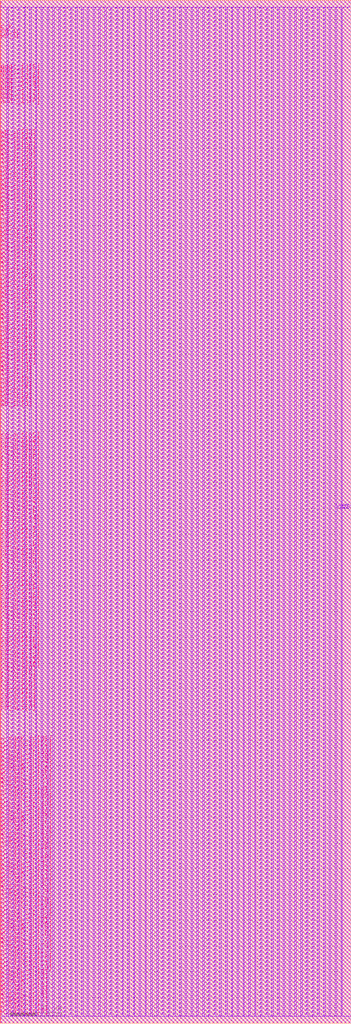
<source format=lef>
VERSION 5.6 ;
BUSBITCHARS "[]" ;
DIVIDERCHAR "/" ;

UNITS
  DATABASE MICRONS 2000 ;
END UNITS
MANUFACTURINGGRID 0.0025 ;
LAYER poly
  TYPE MASTERSLICE ;
END poly

LAYER active
  TYPE MASTERSLICE ;
END active

LAYER metal1
  TYPE ROUTING ;
  DIRECTION HORIZONTAL ;
  PITCH 0.19 0.14 ;
  WIDTH 0.07 ;
  OFFSET 0.095 0.07 ;
  #SPACING 0.065 ;
  SPACINGTABLE
    PARALLELRUNLENGTH 0
    WIDTH 0 0.065 ;
  RESISTANCE RPERSQ 0.38 ;
  CAPACITANCE CPERSQDIST 7.7161e-05 ;
  HEIGHT 0.37 ;
  THICKNESS 0.13 ;
  EDGECAPACITANCE 2.7365e-05 ;
END metal1

LAYER via1
  TYPE CUT ;
  SPACING 0.08 ;
  WIDTH 0.07 ;
  RESISTANCE 5 ;
END via1

LAYER metal2
  TYPE ROUTING ;
  DIRECTION VERTICAL ;
  PITCH 0.19 0.14 ;
  WIDTH 0.07 ;
  OFFSET 0.095 0.07 ;
  SPACINGTABLE
    PARALLELRUNLENGTH 0 0.3 0.9 1.8 2.7 4
    WIDTH 0 0.07 0.07 0.07 0.07 0.07 0.07
    WIDTH 0.09 0.07 0.09 0.09 0.09 0.09 0.09
    WIDTH 0.27 0.07 0.09 0.27 0.27 0.27 0.27
    WIDTH 0.5 0.07 0.09 0.27 0.5 0.5 0.5
    WIDTH 0.9 0.07 0.09 0.27 0.5 0.9 0.9
    WIDTH 1.5 0.07 0.09 0.27 0.5 0.9 1.5 ;
  RESISTANCE RPERSQ 0.25 ;
  CAPACITANCE CPERSQDIST 4.0896e-05 ;
  HEIGHT 0.62 ;
  THICKNESS 0.14 ;
  EDGECAPACITANCE 2.5157e-05 ;
END metal2

LAYER via2
  TYPE CUT ;
  SPACING 0.09 ;
  WIDTH 0.07 ;
  RESISTANCE 5 ;
END via2

LAYER metal3
  TYPE ROUTING ;
  DIRECTION HORIZONTAL ;
  PITCH 0.19 0.14 ;
  WIDTH 0.07 ;
  OFFSET 0.095 0.07 ;
  SPACINGTABLE
    PARALLELRUNLENGTH 0 0.3 0.9 1.8 2.7 4
    WIDTH 0 0.07 0.07 0.07 0.07 0.07 0.07
    WIDTH 0.09 0.07 0.09 0.09 0.09 0.09 0.09
    WIDTH 0.27 0.07 0.09 0.27 0.27 0.27 0.27
    WIDTH 0.5 0.07 0.09 0.27 0.5 0.5 0.5
    WIDTH 0.9 0.07 0.09 0.27 0.5 0.9 0.9
    WIDTH 1.5 0.07 0.09 0.27 0.5 0.9 1.5 ;
  RESISTANCE RPERSQ 0.25 ;
  CAPACITANCE CPERSQDIST 2.7745e-05 ;
  HEIGHT 0.88 ;
  THICKNESS 0.14 ;
  EDGECAPACITANCE 2.5157e-05 ;
END metal3

LAYER via3
  TYPE CUT ;
  SPACING 0.09 ;
  WIDTH 0.07 ;
  RESISTANCE 5 ;
END via3

LAYER metal4
  TYPE ROUTING ;
  DIRECTION VERTICAL ;
  PITCH 0.28 0.28 ;
  WIDTH 0.14 ;
  OFFSET 0.095 0.07 ;
  SPACINGTABLE
    PARALLELRUNLENGTH 0 0.9 1.8 2.7 4
    WIDTH 0 0.14 0.14 0.14 0.14 0.14
    WIDTH 0.27 0.14 0.27 0.27 0.27 0.27
    WIDTH 0.5 0.14 0.27 0.5 0.5 0.5
    WIDTH 0.9 0.14 0.27 0.5 0.9 0.9
    WIDTH 1.5 0.14 0.27 0.5 0.9 1.5 ;
  RESISTANCE RPERSQ 0.21 ;
  CAPACITANCE CPERSQDIST 2.0743e-05 ;
  HEIGHT 1.14 ;
  THICKNESS 0.28 ;
  EDGECAPACITANCE 3.0908e-05 ;
END metal4

LAYER via4
  TYPE CUT ;
  SPACING 0.16 ;
  WIDTH 0.14 ;
  RESISTANCE 3 ;
END via4

LAYER metal5
  TYPE ROUTING ;
  DIRECTION HORIZONTAL ;
  PITCH 0.28 0.28 ;
  WIDTH 0.14 ;
  OFFSET 0.095 0.07 ;
  SPACINGTABLE
    PARALLELRUNLENGTH 0 0.9 1.8 2.7 4
    WIDTH 0 0.14 0.14 0.14 0.14 0.14
    WIDTH 0.27 0.14 0.27 0.27 0.27 0.27
    WIDTH 0.5 0.14 0.27 0.5 0.5 0.5
    WIDTH 0.9 0.14 0.27 0.5 0.9 0.9
    WIDTH 1.5 0.14 0.27 0.5 0.9 1.5 ;
  RESISTANCE RPERSQ 0.21 ;
  CAPACITANCE CPERSQDIST 1.3527e-05 ;
  HEIGHT 1.71 ;
  THICKNESS 0.28 ;
  EDGECAPACITANCE 2.3863e-06 ;
END metal5

LAYER via5
  TYPE CUT ;
  SPACING 0.16 ;
  WIDTH 0.14 ;
  RESISTANCE 3 ;
END via5

LAYER metal6
  TYPE ROUTING ;
  DIRECTION VERTICAL ;
  PITCH 0.28 0.28 ;
  WIDTH 0.14 ;
  OFFSET 0.095 0.07 ;
  SPACINGTABLE
    PARALLELRUNLENGTH 0 0.9 1.8 2.7 4
    WIDTH 0 0.14 0.14 0.14 0.14 0.14
    WIDTH 0.27 0.14 0.27 0.27 0.27 0.27
    WIDTH 0.5 0.14 0.27 0.5 0.5 0.5
    WIDTH 0.9 0.14 0.27 0.5 0.9 0.9
    WIDTH 1.5 0.14 0.27 0.5 0.9 1.5 ;
  RESISTANCE RPERSQ 0.21 ;
  CAPACITANCE CPERSQDIST 1.0036e-05 ;
  HEIGHT 2.28 ;
  THICKNESS 0.28 ;
  EDGECAPACITANCE 2.3863e-05 ;
END metal6

LAYER via6
  TYPE CUT ;
  SPACING 0.16 ;
  WIDTH 0.14 ;
  RESISTANCE 3 ;
END via6

LAYER metal7
  TYPE ROUTING ;
  DIRECTION HORIZONTAL ;
  PITCH 0.8 0.8 ;
  WIDTH 0.4 ;
  OFFSET 0.095 0.07 ;
  SPACINGTABLE
    PARALLELRUNLENGTH 0 1.8 2.7 4
    WIDTH 0 0.4 0.4 0.4 0.4
    WIDTH 0.5 0.4 0.5 0.5 0.5
    WIDTH 0.9 0.4 0.5 0.9 0.9
    WIDTH 1.5 0.4 0.5 0.9 1.5 ;
  RESISTANCE RPERSQ 0.075 ;
  CAPACITANCE CPERSQDIST 7.9771e-06 ;
  HEIGHT 2.85 ;
  THICKNESS 0.8 ;
  EDGECAPACITANCE 3.2577e-05 ;
END metal7

LAYER via7
  TYPE CUT ;
  SPACING 0.44 ;
  WIDTH 0.4 ;
  RESISTANCE 1 ;
END via7

LAYER metal8
  TYPE ROUTING ;
  DIRECTION VERTICAL ;
  PITCH 0.8 0.8 ;
  WIDTH 0.4 ;
  OFFSET 0.095 0.07 ;
  SPACINGTABLE
    PARALLELRUNLENGTH 0 1.8 2.7 4
    WIDTH 0 0.4 0.4 0.4 0.4
    WIDTH 0.5 0.4 0.5 0.5 0.5
    WIDTH 0.9 0.4 0.5 0.9 0.9
    WIDTH 1.5 0.4 0.5 0.9 1.5 ;
  RESISTANCE RPERSQ 0.075 ;
  CAPACITANCE CPERSQDIST 5.0391e-06 ;
  HEIGHT 4.47 ;
  THICKNESS 0.8 ;
  EDGECAPACITANCE 2.3932e-05 ;
END metal8

LAYER via8
  TYPE CUT ;
  SPACING 0.44 ;
  WIDTH 0.4 ;
  RESISTANCE 1 ;
END via8

LAYER metal9
  TYPE ROUTING ;
  DIRECTION HORIZONTAL ;
  PITCH 1.6 1.6 ;
  WIDTH 0.8 ;
  OFFSET 0.095 0.07 ;
  SPACINGTABLE
    PARALLELRUNLENGTH 0 2.7 4
    WIDTH 0 0.8 0.8 0.8
    WIDTH 0.9 0.8 0.9 0.9
    WIDTH 1.5 0.8 0.9 1.5 ;
  RESISTANCE RPERSQ 0.03 ;
  CAPACITANCE CPERSQDIST 3.6827e-06 ;
  HEIGHT 6.09 ;
  THICKNESS 2 ;
  EDGECAPACITANCE 3.0803e-05 ;
END metal9

LAYER via9
  TYPE CUT ;
  SPACING 0.88 ;
  WIDTH 0.8 ;
  RESISTANCE 0.5 ;
END via9

LAYER metal10
  TYPE ROUTING ;
  DIRECTION VERTICAL ;
  PITCH 1.6 1.6 ;
  WIDTH 0.8 ;
  OFFSET 0.095 0.07 ;
  SPACINGTABLE
    PARALLELRUNLENGTH 0 2.7 4
    WIDTH 0 0.8 0.8 0.8
    WIDTH 0.9 0.8 0.9 0.9
    WIDTH 1.5 0.8 0.9 1.5 ;
  RESISTANCE RPERSQ 0.03 ;
  CAPACITANCE CPERSQDIST 2.2124e-06 ;
  HEIGHT 10.09 ;
  THICKNESS 2 ;
  EDGECAPACITANCE 2.3667e-05 ;
END metal10

LAYER OVERLAP
  TYPE OVERLAP ;
END OVERLAP

VIARULE Via1Array-0 GENERATE
  LAYER metal1 ;
    ENCLOSURE 0.035 0.035 ;
  LAYER metal2 ;
    ENCLOSURE 0.035 0.035 ;
  LAYER via1 ;
    RECT -0.035 -0.035 0.035 0.035 ;
    SPACING 0.15 BY 0.15 ;
END Via1Array-0

VIARULE Via1Array-1 GENERATE
  LAYER metal1 ;
    ENCLOSURE 0 0.035 ;
  LAYER metal2 ;
    ENCLOSURE 0 0.035 ;
  LAYER via1 ;
    RECT -0.035 -0.035 0.035 0.035 ;
    SPACING 0.15 BY 0.15 ;
END Via1Array-1

VIARULE Via1Array-2 GENERATE
  LAYER metal1 ;
    ENCLOSURE 0.035 0 ;
  LAYER metal2 ;
    ENCLOSURE 0.035 0 ;
  LAYER via1 ;
    RECT -0.035 -0.035 0.035 0.035 ;
    SPACING 0.15 BY 0.15 ;
END Via1Array-2

VIARULE Via1Array-3 GENERATE
  LAYER metal1 ;
    ENCLOSURE 0 0.035 ;
  LAYER metal2 ;
    ENCLOSURE 0.035 0 ;
  LAYER via1 ;
    RECT -0.035 -0.035 0.035 0.035 ;
    SPACING 0.15 BY 0.15 ;
END Via1Array-3

VIARULE Via1Array-4 GENERATE
  LAYER metal1 ;
    ENCLOSURE 0.035 0 ;
  LAYER metal2 ;
    ENCLOSURE 0 0.035 ;
  LAYER via1 ;
    RECT -0.035 -0.035 0.035 0.035 ;
    SPACING 0.15 BY 0.15 ;
END Via1Array-4

VIARULE Via2Array-0 GENERATE
  LAYER metal2 ;
    ENCLOSURE 0.035 0.035 ;
  LAYER metal3 ;
    ENCLOSURE 0.035 0.035 ;
  LAYER via2 ;
    RECT -0.035 -0.035 0.035 0.035 ;
    SPACING 0.16 BY 0.16 ;
END Via2Array-0

VIARULE Via2Array-1 GENERATE
  LAYER metal2 ;
    ENCLOSURE 0 0.035 ;
  LAYER metal3 ;
    ENCLOSURE 0 0.035 ;
  LAYER via2 ;
    RECT -0.035 -0.035 0.035 0.035 ;
    SPACING 0.16 BY 0.16 ;
END Via2Array-1

VIARULE Via2Array-2 GENERATE
  LAYER metal2 ;
    ENCLOSURE 0.035 0 ;
  LAYER metal3 ;
    ENCLOSURE 0.035 0 ;
  LAYER via2 ;
    RECT -0.035 -0.035 0.035 0.035 ;
    SPACING 0.16 BY 0.16 ;
END Via2Array-2

VIARULE Via2Array-3 GENERATE
  LAYER metal2 ;
    ENCLOSURE 0 0.035 ;
  LAYER metal3 ;
    ENCLOSURE 0.035 0 ;
  LAYER via2 ;
    RECT -0.035 -0.035 0.035 0.035 ;
    SPACING 0.16 BY 0.16 ;
END Via2Array-3

VIARULE Via2Array-4 GENERATE
  LAYER metal2 ;
    ENCLOSURE 0.035 0 ;
  LAYER metal3 ;
    ENCLOSURE 0 0.035 ;
  LAYER via2 ;
    RECT -0.035 -0.035 0.035 0.035 ;
    SPACING 0.16 BY 0.16 ;
END Via2Array-4

VIARULE Via3Array-0 GENERATE
  LAYER metal3 ;
    ENCLOSURE 0.035 0.035 ;
  LAYER metal4 ;
    ENCLOSURE 0.035 0.035 ;
  LAYER via3 ;
    RECT -0.035 -0.035 0.035 0.035 ;
    SPACING 0.16 BY 0.16 ;
END Via3Array-0

VIARULE Via3Array-1 GENERATE
  LAYER metal3 ;
    ENCLOSURE 0 0.035 ;
  LAYER metal4 ;
    ENCLOSURE 0.035 0.035 ;
  LAYER via3 ;
    RECT -0.035 -0.035 0.035 0.035 ;
    SPACING 0.16 BY 0.16 ;
END Via3Array-1

VIARULE Via3Array-2 GENERATE
  LAYER metal3 ;
    ENCLOSURE 0.035 0 ;
  LAYER metal4 ;
    ENCLOSURE 0.035 0.035 ;
  LAYER via3 ;
    RECT -0.035 -0.035 0.035 0.035 ;
    SPACING 0.16 BY 0.16 ;
END Via3Array-2

VIARULE Via4Array-0 GENERATE
  LAYER metal4 ;
    ENCLOSURE 0 0 ;
  LAYER metal5 ;
    ENCLOSURE 0 0 ;
  LAYER via4 ;
    RECT -0.07 -0.07 0.07 0.07 ;
    SPACING 0.3 BY 0.3 ;
END Via4Array-0

VIARULE Via5Array-0 GENERATE
  LAYER metal5 ;
    ENCLOSURE 0 0 ;
  LAYER metal6 ;
    ENCLOSURE 0 0 ;
  LAYER via5 ;
    RECT -0.07 -0.07 0.07 0.07 ;
    SPACING 0.3 BY 0.3 ;
END Via5Array-0

VIARULE Via6Array-0 GENERATE
  LAYER metal6 ;
    ENCLOSURE 0 0 ;
  LAYER metal7 ;
    ENCLOSURE 0.13 0.13 ;
  LAYER via6 ;
    RECT -0.07 -0.07 0.07 0.07 ;
    SPACING 0.3 BY 0.3 ;
END Via6Array-0

VIARULE Via7Array-0 GENERATE
  LAYER metal7 ;
    ENCLOSURE 0 0 ;
  LAYER metal8 ;
    ENCLOSURE 0 0 ;
  LAYER via7 ;
    RECT -0.2 -0.2 0.2 0.2 ;
    SPACING 0.84 BY 0.84 ;
END Via7Array-0

VIARULE Via8Array-0 GENERATE
  LAYER metal8 ;
    ENCLOSURE 0 0 ;
  LAYER metal9 ;
    ENCLOSURE 0.2 0.2 ;
  LAYER via8 ;
    RECT -0.2 -0.2 0.2 0.2 ;
    SPACING 0.84 BY 0.84 ;
END Via8Array-0

VIARULE Via9Array-0 GENERATE
  LAYER metal9 ;
    ENCLOSURE 0 0 ;
  LAYER metal10 ;
    ENCLOSURE 0 0 ;
  LAYER via9 ;
    RECT -0.4 -0.4 0.4 0.4 ;
    SPACING 1.68 BY 1.68 ;
END Via9Array-0

VIA via1_0 DEFAULT
  LAYER via1 ;
    RECT -0.035 -0.035 0.035 0.035 ;
  LAYER metal1 ;
    RECT -0.07 -0.07 0.07 0.07 ;
  LAYER metal2 ;
    RECT -0.07 -0.07 0.07 0.07 ;
END via1_0

VIA via1_1 DEFAULT
  LAYER via1 ;
    RECT -0.035 -0.035 0.035 0.035 ;
  LAYER metal1 ;
    RECT -0.07 -0.07 0.07 0.07 ;
  LAYER metal2 ;
    RECT -0.035 -0.07 0.035 0.07 ;
END via1_1

VIA via1_2 DEFAULT
  LAYER via1 ;
    RECT -0.035 -0.035 0.035 0.035 ;
  LAYER metal1 ;
    RECT -0.07 -0.07 0.07 0.07 ;
  LAYER metal2 ;
    RECT -0.07 -0.035 0.07 0.035 ;
END via1_2

VIA via1_3 DEFAULT
  LAYER via1 ;
    RECT -0.035 -0.035 0.035 0.035 ;
  LAYER metal1 ;
    RECT -0.035 -0.07 0.035 0.07 ;
  LAYER metal2 ;
    RECT -0.07 -0.07 0.07 0.07 ;
END via1_3

VIA via1_4 DEFAULT
  LAYER via1 ;
    RECT -0.035 -0.035 0.035 0.035 ;
  LAYER metal1 ;
    RECT -0.035 -0.07 0.035 0.07 ;
  LAYER metal2 ;
    RECT -0.035 -0.07 0.035 0.07 ;
END via1_4

VIA via1_5 DEFAULT
  LAYER via1 ;
    RECT -0.035 -0.035 0.035 0.035 ;
  LAYER metal1 ;
    RECT -0.035 -0.07 0.035 0.07 ;
  LAYER metal2 ;
    RECT -0.07 -0.035 0.07 0.035 ;
END via1_5

VIA via1_6 DEFAULT
  LAYER via1 ;
    RECT -0.035 -0.035 0.035 0.035 ;
  LAYER metal1 ;
    RECT -0.07 -0.035 0.07 0.035 ;
  LAYER metal2 ;
    RECT -0.07 -0.07 0.07 0.07 ;
END via1_6

VIA via1_7 DEFAULT
  LAYER via1 ;
    RECT -0.035 -0.035 0.035 0.035 ;
  LAYER metal1 ;
    RECT -0.07 -0.035 0.07 0.035 ;
  LAYER metal2 ;
    RECT -0.035 -0.07 0.035 0.07 ;
END via1_7

VIA via1_8 DEFAULT
  LAYER via1 ;
    RECT -0.035 -0.035 0.035 0.035 ;
  LAYER metal1 ;
    RECT -0.07 -0.035 0.07 0.035 ;
  LAYER metal2 ;
    RECT -0.07 -0.035 0.07 0.035 ;
END via1_8

VIA via2_0 DEFAULT
  LAYER via2 ;
    RECT -0.035 -0.035 0.035 0.035 ;
  LAYER metal2 ;
    RECT -0.07 -0.07 0.07 0.07 ;
  LAYER metal3 ;
    RECT -0.07 -0.07 0.07 0.07 ;
END via2_0

VIA via2_1 DEFAULT
  LAYER via2 ;
    RECT -0.035 -0.035 0.035 0.035 ;
  LAYER metal2 ;
    RECT -0.07 -0.07 0.07 0.07 ;
  LAYER metal3 ;
    RECT -0.035 -0.07 0.035 0.07 ;
END via2_1

VIA via2_2 DEFAULT
  LAYER via2 ;
    RECT -0.035 -0.035 0.035 0.035 ;
  LAYER metal2 ;
    RECT -0.07 -0.07 0.07 0.07 ;
  LAYER metal3 ;
    RECT -0.07 -0.035 0.07 0.035 ;
END via2_2

VIA via2_3 DEFAULT
  LAYER via2 ;
    RECT -0.035 -0.035 0.035 0.035 ;
  LAYER metal2 ;
    RECT -0.035 -0.07 0.035 0.07 ;
  LAYER metal3 ;
    RECT -0.07 -0.07 0.07 0.07 ;
END via2_3

VIA via2_4 DEFAULT
  LAYER via2 ;
    RECT -0.035 -0.035 0.035 0.035 ;
  LAYER metal2 ;
    RECT -0.035 -0.07 0.035 0.07 ;
  LAYER metal3 ;
    RECT -0.035 -0.07 0.035 0.07 ;
END via2_4

VIA via2_5 DEFAULT
  LAYER via2 ;
    RECT -0.035 -0.035 0.035 0.035 ;
  LAYER metal2 ;
    RECT -0.035 -0.07 0.035 0.07 ;
  LAYER metal3 ;
    RECT -0.07 -0.035 0.07 0.035 ;
END via2_5

VIA via2_6 DEFAULT
  LAYER via2 ;
    RECT -0.035 -0.035 0.035 0.035 ;
  LAYER metal2 ;
    RECT -0.07 -0.035 0.07 0.035 ;
  LAYER metal3 ;
    RECT -0.07 -0.07 0.07 0.07 ;
END via2_6

VIA via2_7 DEFAULT
  LAYER via2 ;
    RECT -0.035 -0.035 0.035 0.035 ;
  LAYER metal2 ;
    RECT -0.07 -0.035 0.07 0.035 ;
  LAYER metal3 ;
    RECT -0.035 -0.07 0.035 0.07 ;
END via2_7

VIA via2_8 DEFAULT
  LAYER via2 ;
    RECT -0.035 -0.035 0.035 0.035 ;
  LAYER metal2 ;
    RECT -0.07 -0.035 0.07 0.035 ;
  LAYER metal3 ;
    RECT -0.07 -0.035 0.07 0.035 ;
END via2_8

VIA via3_0 DEFAULT
  LAYER via3 ;
    RECT -0.035 -0.035 0.035 0.035 ;
  LAYER metal3 ;
    RECT -0.07 -0.07 0.07 0.07 ;
  LAYER metal4 ;
    RECT -0.07 -0.07 0.07 0.07 ;
END via3_0

VIA via3_1 DEFAULT
  LAYER via3 ;
    RECT -0.035 -0.035 0.035 0.035 ;
  LAYER metal3 ;
    RECT -0.035 -0.07 0.035 0.07 ;
  LAYER metal4 ;
    RECT -0.07 -0.07 0.07 0.07 ;
END via3_1

VIA via3_2 DEFAULT
  LAYER via3 ;
    RECT -0.035 -0.035 0.035 0.035 ;
  LAYER metal3 ;
    RECT -0.07 -0.035 0.07 0.035 ;
  LAYER metal4 ;
    RECT -0.07 -0.07 0.07 0.07 ;
END via3_2

VIA via4_0 DEFAULT
  LAYER via4 ;
    RECT -0.07 -0.07 0.07 0.07 ;
  LAYER metal4 ;
    RECT -0.07 -0.07 0.07 0.07 ;
  LAYER metal5 ;
    RECT -0.07 -0.07 0.07 0.07 ;
END via4_0

VIA via5_0 DEFAULT
  LAYER via5 ;
    RECT -0.07 -0.07 0.07 0.07 ;
  LAYER metal5 ;
    RECT -0.07 -0.07 0.07 0.07 ;
  LAYER metal6 ;
    RECT -0.07 -0.07 0.07 0.07 ;
END via5_0

VIA via6_0 DEFAULT
  LAYER via6 ;
    RECT -0.07 -0.07 0.07 0.07 ;
  LAYER metal6 ;
    RECT -0.07 -0.07 0.07 0.07 ;
  LAYER metal7 ;
    RECT -0.2 -0.2 0.2 0.2 ;
END via6_0

VIA via7_0 DEFAULT
  LAYER via7 ;
    RECT -0.2 -0.2 0.2 0.2 ;
  LAYER metal7 ;
    RECT -0.2 -0.2 0.2 0.2 ;
  LAYER metal8 ;
    RECT -0.2 -0.2 0.2 0.2 ;
END via7_0

VIA via8_0 DEFAULT
  LAYER via8 ;
    RECT -0.2 -0.2 0.2 0.2 ;
  LAYER metal8 ;
    RECT -0.2 -0.2 0.2 0.2 ;
  LAYER metal9 ;
    RECT -0.4 -0.4 0.4 0.4 ;
END via8_0

VIA via9_0 DEFAULT
  LAYER via9 ;
    RECT -0.4 -0.4 0.4 0.4 ;
  LAYER metal9 ;
    RECT -0.4 -0.4 0.4 0.4 ;
  LAYER metal10 ;
    RECT -0.4 -0.4 0.4 0.4 ;
END via9_0

SPACING
  SAMENET metal1 metal1 0.065 ;
  SAMENET via1 via1 0.08 ;
  SAMENET metal2 metal2 0.07 ;
  SAMENET via2 via2 0.09 ;
  SAMENET metal3 metal3 0.07 ;
  SAMENET via3 via3 0.09 ;
  SAMENET metal4 metal4 0.14 ;
  SAMENET via4 via4 0.16 ;
  SAMENET metal5 metal5 0.14 ;
  SAMENET via5 via5 0.16 ;
  SAMENET metal6 metal6 0.14 ;
  SAMENET via6 via6 0.16 ;
  SAMENET metal7 metal7 0.4 ;
  SAMENET via7 via7 0.44 ;
  SAMENET metal8 metal8 0.4 ;
  SAMENET via8 via8 0.44 ;
  SAMENET metal9 metal9 0.8 ;
  SAMENET via9 via9 0.88 ;
  SAMENET metal10 metal10 0.8 ;
  SAMENET via1 via2 0 STACK ;
  SAMENET via2 via3 0 STACK ;
  SAMENET via3 via4 0 STACK ;
  SAMENET via4 via5 0 STACK ;
  SAMENET via5 via6 0 STACK ;
  SAMENET via6 via7 0 STACK ;
  SAMENET via7 via8 0 STACK ;
  SAMENET via8 via9 0 STACK ;
END SPACING

SITE FreePDK45_38x28_10R_NP_162NW_34O
  CLASS CORE ;
  SYMMETRY Y ;
  SIZE 0.19 BY 1.4 ;
END FreePDK45_38x28_10R_NP_162NW_34O

MACRO AND2_X1
  CLASS CORE ;
  ORIGIN 0 0 ;
  FOREIGN AND2_X1 0 0 ;
  SIZE 0.76 BY 1.4 ;
  SYMMETRY X Y ;
  SITE FreePDK45_38x28_10R_NP_162NW_34O ;
  PIN A1
    DIRECTION INPUT ;
    USE SIGNAL ;
    PORT
      LAYER metal1 ;
        RECT 0.06 0.525 0.185 0.7 ;
    END
  END A1
  PIN A2
    DIRECTION INPUT ;
    USE SIGNAL ;
    PORT
      LAYER metal1 ;
        RECT 0.25 0.525 0.38 0.7 ;
    END
  END A2
  PIN ZN
    DIRECTION OUTPUT ;
    USE SIGNAL ;
    PORT
      LAYER metal1 ;
        RECT 0.61 0.19 0.7 1.25 ;
    END
  END ZN
  PIN VDD
    DIRECTION INOUT ;
    USE POWER ;
    SHAPE ABUTMENT ;
    PORT
      LAYER metal1 ;
        RECT 0 1.315 0.76 1.485 ;
        RECT 0.415 0.975 0.485 1.485 ;
        RECT 0.04 0.975 0.11 1.485 ;
    END
  END VDD
  PIN VSS
    DIRECTION INOUT ;
    USE GROUND ;
    SHAPE ABUTMENT ;
    PORT
      LAYER metal1 ;
        RECT 0 -0.085 0.76 0.085 ;
        RECT 0.415 -0.085 0.485 0.325 ;
    END
  END VSS
  OBS
    LAYER metal1 ;
      RECT 0.235 0.84 0.305 1.25 ;
      RECT 0.235 0.84 0.54 0.91 ;
      RECT 0.47 0.39 0.54 0.91 ;
      RECT 0.045 0.39 0.54 0.46 ;
      RECT 0.045 0.19 0.115 0.46 ;
  END
END AND2_X1

MACRO AND2_X2
  CLASS CORE ;
  ORIGIN 0 0 ;
  FOREIGN AND2_X2 0 0 ;
  SIZE 0.95 BY 1.4 ;
  SYMMETRY X Y ;
  SITE FreePDK45_38x28_10R_NP_162NW_34O ;
  PIN A1
    DIRECTION INPUT ;
    USE SIGNAL ;
    PORT
      LAYER metal1 ;
        RECT 0.06 0.525 0.185 0.7 ;
    END
  END A1
  PIN A2
    DIRECTION INPUT ;
    USE SIGNAL ;
    PORT
      LAYER metal1 ;
        RECT 0.25 0.525 0.38 0.7 ;
    END
  END A2
  PIN ZN
    DIRECTION OUTPUT ;
    USE SIGNAL ;
    PORT
      LAYER metal1 ;
        RECT 0.615 0.15 0.7 1.25 ;
    END
  END ZN
  PIN VDD
    DIRECTION INOUT ;
    USE POWER ;
    SHAPE ABUTMENT ;
    PORT
      LAYER metal1 ;
        RECT 0 1.315 0.95 1.485 ;
        RECT 0.795 0.975 0.865 1.485 ;
        RECT 0.415 0.975 0.485 1.485 ;
        RECT 0.04 0.975 0.11 1.485 ;
    END
  END VDD
  PIN VSS
    DIRECTION INOUT ;
    USE GROUND ;
    SHAPE ABUTMENT ;
    PORT
      LAYER metal1 ;
        RECT 0 -0.085 0.95 0.085 ;
        RECT 0.795 -0.085 0.865 0.425 ;
        RECT 0.415 -0.085 0.485 0.285 ;
    END
  END VSS
  OBS
    LAYER metal1 ;
      RECT 0.235 0.84 0.305 1.25 ;
      RECT 0.235 0.84 0.545 0.91 ;
      RECT 0.475 0.39 0.545 0.91 ;
      RECT 0.045 0.39 0.545 0.46 ;
      RECT 0.045 0.15 0.115 0.46 ;
  END
END AND2_X2

MACRO AND2_X4
  CLASS CORE ;
  ORIGIN 0 0 ;
  FOREIGN AND2_X4 0 0 ;
  SIZE 1.71 BY 1.4 ;
  SYMMETRY X Y ;
  SITE FreePDK45_38x28_10R_NP_162NW_34O ;
  PIN A1
    DIRECTION INPUT ;
    USE SIGNAL ;
    PORT
      LAYER metal1 ;
        RECT 0.25 0.42 0.38 0.66 ;
    END
  END A1
  PIN A2
    DIRECTION INPUT ;
    USE SIGNAL ;
    PORT
      LAYER metal1 ;
        RECT 0.06 0.725 0.76 0.795 ;
        RECT 0.69 0.525 0.76 0.795 ;
        RECT 0.06 0.42 0.185 0.795 ;
    END
  END A2
  PIN ZN
    DIRECTION OUTPUT ;
    USE SIGNAL ;
    PORT
      LAYER metal1 ;
        RECT 1.365 0.15 1.435 1.25 ;
        RECT 0.995 0.68 1.435 0.75 ;
        RECT 0.995 0.15 1.08 1.25 ;
    END
  END ZN
  PIN VDD
    DIRECTION INOUT ;
    USE POWER ;
    SHAPE ABUTMENT ;
    PORT
      LAYER metal1 ;
        RECT 0 1.315 1.71 1.485 ;
        RECT 1.555 0.995 1.625 1.485 ;
        RECT 1.175 0.995 1.245 1.485 ;
        RECT 0.795 0.995 0.865 1.485 ;
        RECT 0.415 0.995 0.485 1.485 ;
        RECT 0.04 0.995 0.11 1.485 ;
    END
  END VDD
  PIN VSS
    DIRECTION INOUT ;
    USE GROUND ;
    SHAPE ABUTMENT ;
    PORT
      LAYER metal1 ;
        RECT 0 -0.085 1.71 0.085 ;
        RECT 1.555 -0.085 1.625 0.355 ;
        RECT 1.175 -0.085 1.245 0.355 ;
        RECT 0.795 -0.085 0.865 0.215 ;
        RECT 0.04 -0.085 0.11 0.355 ;
    END
  END VSS
  OBS
    LAYER metal1 ;
      RECT 0.605 0.86 0.675 1.25 ;
      RECT 0.235 0.86 0.305 1.25 ;
      RECT 0.235 0.86 0.92 0.93 ;
      RECT 0.85 0.285 0.92 0.93 ;
      RECT 0.425 0.285 0.92 0.355 ;
      RECT 0.425 0.22 0.495 0.355 ;
  END
END AND2_X4

MACRO AND3_X1
  CLASS CORE ;
  ORIGIN 0 0 ;
  FOREIGN AND3_X1 0 0 ;
  SIZE 0.95 BY 1.4 ;
  SYMMETRY X Y ;
  SITE FreePDK45_38x28_10R_NP_162NW_34O ;
  PIN A1
    DIRECTION INPUT ;
    USE SIGNAL ;
    PORT
      LAYER metal1 ;
        RECT 0.06 0.525 0.185 0.7 ;
    END
  END A1
  PIN A2
    DIRECTION INPUT ;
    USE SIGNAL ;
    PORT
      LAYER metal1 ;
        RECT 0.25 0.525 0.375 0.7 ;
    END
  END A2
  PIN A3
    DIRECTION INPUT ;
    USE SIGNAL ;
    PORT
      LAYER metal1 ;
        RECT 0.44 0.525 0.57 0.7 ;
    END
  END A3
  PIN ZN
    DIRECTION OUTPUT ;
    USE SIGNAL ;
    PORT
      LAYER metal1 ;
        RECT 0.8 0.975 0.89 1.25 ;
        RECT 0.82 0.15 0.89 1.25 ;
        RECT 0.8 0.15 0.89 0.425 ;
    END
  END ZN
  PIN VDD
    DIRECTION INOUT ;
    USE POWER ;
    SHAPE ABUTMENT ;
    PORT
      LAYER metal1 ;
        RECT 0 1.315 0.95 1.485 ;
        RECT 0.605 1 0.675 1.485 ;
        RECT 0.225 1.04 0.295 1.485 ;
    END
  END VDD
  PIN VSS
    DIRECTION INOUT ;
    USE GROUND ;
    SHAPE ABUTMENT ;
    PORT
      LAYER metal1 ;
        RECT 0 -0.085 0.95 0.085 ;
        RECT 0.605 -0.085 0.675 0.285 ;
    END
  END VSS
  OBS
    LAYER metal1 ;
      RECT 0.415 0.865 0.485 1.25 ;
      RECT 0.045 0.865 0.115 1.25 ;
      RECT 0.045 0.865 0.705 0.935 ;
      RECT 0.635 0.35 0.705 0.935 ;
      RECT 0.635 0.525 0.755 0.66 ;
      RECT 0.045 0.35 0.705 0.42 ;
      RECT 0.045 0.15 0.115 0.42 ;
  END
END AND3_X1

MACRO AND3_X2
  CLASS CORE ;
  ORIGIN 0 0 ;
  FOREIGN AND3_X2 0 0 ;
  SIZE 1.14 BY 1.4 ;
  SYMMETRY X Y ;
  SITE FreePDK45_38x28_10R_NP_162NW_34O ;
  PIN A1
    DIRECTION INPUT ;
    USE SIGNAL ;
    PORT
      LAYER metal1 ;
        RECT 0.06 0.525 0.185 0.7 ;
    END
  END A1
  PIN A2
    DIRECTION INPUT ;
    USE SIGNAL ;
    PORT
      LAYER metal1 ;
        RECT 0.25 0.525 0.375 0.7 ;
    END
  END A2
  PIN A3
    DIRECTION INPUT ;
    USE SIGNAL ;
    PORT
      LAYER metal1 ;
        RECT 0.44 0.525 0.57 0.7 ;
    END
  END A3
  PIN ZN
    DIRECTION OUTPUT ;
    USE SIGNAL ;
    PORT
      LAYER metal1 ;
        RECT 0.805 0.15 0.89 1.25 ;
    END
  END ZN
  PIN VDD
    DIRECTION INOUT ;
    USE POWER ;
    SHAPE ABUTMENT ;
    PORT
      LAYER metal1 ;
        RECT 0 1.315 1.14 1.485 ;
        RECT 0.99 0.975 1.06 1.485 ;
        RECT 0.605 0.975 0.675 1.485 ;
        RECT 0.225 0.975 0.295 1.485 ;
    END
  END VDD
  PIN VSS
    DIRECTION INOUT ;
    USE GROUND ;
    SHAPE ABUTMENT ;
    PORT
      LAYER metal1 ;
        RECT 0 -0.085 1.14 0.085 ;
        RECT 0.99 -0.085 1.06 0.425 ;
        RECT 0.605 -0.085 0.675 0.285 ;
    END
  END VSS
  OBS
    LAYER metal1 ;
      RECT 0.415 0.8 0.485 1.25 ;
      RECT 0.045 0.8 0.115 1.25 ;
      RECT 0.045 0.8 0.735 0.87 ;
      RECT 0.665 0.355 0.735 0.87 ;
      RECT 0.045 0.355 0.735 0.425 ;
      RECT 0.045 0.15 0.115 0.425 ;
  END
END AND3_X2

MACRO AND3_X4
  CLASS CORE ;
  ORIGIN 0 0 ;
  FOREIGN AND3_X4 0 0 ;
  SIZE 2.09 BY 1.4 ;
  SYMMETRY X Y ;
  SITE FreePDK45_38x28_10R_NP_162NW_34O ;
  PIN A1
    DIRECTION INPUT ;
    USE SIGNAL ;
    PORT
      LAYER metal1 ;
        RECT 0.595 0.555 0.73 0.7 ;
    END
  END A1
  PIN A2
    DIRECTION INPUT ;
    USE SIGNAL ;
    PORT
      LAYER metal1 ;
        RECT 0.82 0.42 0.95 0.7 ;
        RECT 0.34 0.42 0.95 0.49 ;
        RECT 0.34 0.42 0.41 0.66 ;
    END
  END A2
  PIN A3
    DIRECTION INPUT ;
    USE SIGNAL ;
    PORT
      LAYER metal1 ;
        RECT 0.12 0.765 1.14 0.835 ;
        RECT 1.07 0.525 1.14 0.835 ;
        RECT 0.12 0.525 0.19 0.835 ;
        RECT 0.06 0.525 0.19 0.7 ;
    END
  END A3
  PIN ZN
    DIRECTION OUTPUT ;
    USE SIGNAL ;
    PORT
      LAYER metal1 ;
        RECT 1.745 0.15 1.815 1.25 ;
        RECT 1.375 0.56 1.815 0.7 ;
        RECT 1.375 0.15 1.445 1.25 ;
    END
  END ZN
  PIN VDD
    DIRECTION INOUT ;
    USE POWER ;
    SHAPE ABUTMENT ;
    PORT
      LAYER metal1 ;
        RECT 0 1.315 2.09 1.485 ;
        RECT 1.935 1.035 2.005 1.485 ;
        RECT 1.555 1.035 1.625 1.485 ;
        RECT 1.175 1.035 1.245 1.485 ;
        RECT 0.795 1.035 0.865 1.485 ;
        RECT 0.415 1.035 0.485 1.485 ;
        RECT 0.04 1.035 0.11 1.485 ;
    END
  END VDD
  PIN VSS
    DIRECTION INOUT ;
    USE GROUND ;
    SHAPE ABUTMENT ;
    PORT
      LAYER metal1 ;
        RECT 0 -0.085 2.09 0.085 ;
        RECT 1.935 -0.085 2.005 0.425 ;
        RECT 1.555 -0.085 1.625 0.425 ;
        RECT 1.175 -0.085 1.245 0.195 ;
        RECT 0.04 -0.085 0.11 0.425 ;
    END
  END VSS
  OBS
    LAYER metal1 ;
      RECT 0.985 0.9 1.055 1.25 ;
      RECT 0.605 0.9 0.675 1.25 ;
      RECT 0.235 0.9 0.305 1.25 ;
      RECT 0.235 0.9 1.305 0.97 ;
      RECT 1.235 0.26 1.305 0.97 ;
      RECT 0.615 0.26 1.305 0.33 ;
      RECT 0.615 0.15 0.685 0.33 ;
  END
END AND3_X4

MACRO AND4_X1
  CLASS CORE ;
  ORIGIN 0 0 ;
  FOREIGN AND4_X1 0 0 ;
  SIZE 1.14 BY 1.4 ;
  SYMMETRY X Y ;
  SITE FreePDK45_38x28_10R_NP_162NW_34O ;
  PIN A1
    DIRECTION INPUT ;
    USE SIGNAL ;
    PORT
      LAYER metal1 ;
        RECT 0.06 0.525 0.185 0.7 ;
    END
  END A1
  PIN A2
    DIRECTION INPUT ;
    USE SIGNAL ;
    PORT
      LAYER metal1 ;
        RECT 0.25 0.525 0.375 0.7 ;
    END
  END A2
  PIN A3
    DIRECTION INPUT ;
    USE SIGNAL ;
    PORT
      LAYER metal1 ;
        RECT 0.44 0.525 0.565 0.7 ;
    END
  END A3
  PIN A4
    DIRECTION INPUT ;
    USE SIGNAL ;
    PORT
      LAYER metal1 ;
        RECT 0.63 0.525 0.76 0.7 ;
    END
  END A4
  PIN ZN
    DIRECTION OUTPUT ;
    USE SIGNAL ;
    PORT
      LAYER metal1 ;
        RECT 0.99 0.15 1.08 1.25 ;
    END
  END ZN
  PIN VDD
    DIRECTION INOUT ;
    USE POWER ;
    SHAPE ABUTMENT ;
    PORT
      LAYER metal1 ;
        RECT 0 1.315 1.14 1.485 ;
        RECT 0.795 0.975 0.865 1.485 ;
        RECT 0.415 0.975 0.485 1.485 ;
        RECT 0.04 0.975 0.11 1.485 ;
    END
  END VDD
  PIN VSS
    DIRECTION INOUT ;
    USE GROUND ;
    SHAPE ABUTMENT ;
    PORT
      LAYER metal1 ;
        RECT 0 -0.085 1.14 0.085 ;
        RECT 0.795 -0.085 0.865 0.285 ;
    END
  END VSS
  OBS
    LAYER metal1 ;
      RECT 0.605 0.84 0.675 1.25 ;
      RECT 0.235 0.84 0.305 1.25 ;
      RECT 0.235 0.84 0.925 0.91 ;
      RECT 0.855 0.35 0.925 0.91 ;
      RECT 0.045 0.35 0.925 0.42 ;
      RECT 0.045 0.15 0.115 0.42 ;
  END
END AND4_X1

MACRO AND4_X2
  CLASS CORE ;
  ORIGIN 0 0 ;
  FOREIGN AND4_X2 0 0 ;
  SIZE 1.33 BY 1.4 ;
  SYMMETRY X Y ;
  SITE FreePDK45_38x28_10R_NP_162NW_34O ;
  PIN A1
    DIRECTION INPUT ;
    USE SIGNAL ;
    PORT
      LAYER metal1 ;
        RECT 0.06 0.525 0.185 0.7 ;
    END
  END A1
  PIN A2
    DIRECTION INPUT ;
    USE SIGNAL ;
    PORT
      LAYER metal1 ;
        RECT 0.25 0.525 0.375 0.7 ;
    END
  END A2
  PIN A3
    DIRECTION INPUT ;
    USE SIGNAL ;
    PORT
      LAYER metal1 ;
        RECT 0.44 0.525 0.565 0.7 ;
    END
  END A3
  PIN A4
    DIRECTION INPUT ;
    USE SIGNAL ;
    PORT
      LAYER metal1 ;
        RECT 0.63 0.525 0.76 0.7 ;
    END
  END A4
  PIN ZN
    DIRECTION OUTPUT ;
    USE SIGNAL ;
    PORT
      LAYER metal1 ;
        RECT 0.995 0.15 1.08 1.25 ;
    END
  END ZN
  PIN VDD
    DIRECTION INOUT ;
    USE POWER ;
    SHAPE ABUTMENT ;
    PORT
      LAYER metal1 ;
        RECT 0 1.315 1.33 1.485 ;
        RECT 1.18 0.975 1.25 1.485 ;
        RECT 0.795 0.975 0.865 1.485 ;
        RECT 0.415 0.975 0.485 1.485 ;
        RECT 0.04 0.975 0.11 1.485 ;
    END
  END VDD
  PIN VSS
    DIRECTION INOUT ;
    USE GROUND ;
    SHAPE ABUTMENT ;
    PORT
      LAYER metal1 ;
        RECT 0 -0.085 1.33 0.085 ;
        RECT 1.18 -0.085 1.25 0.425 ;
        RECT 0.795 -0.085 0.865 0.27 ;
    END
  END VSS
  OBS
    LAYER metal1 ;
      RECT 0.605 0.8 0.675 1.25 ;
      RECT 0.235 0.8 0.305 1.25 ;
      RECT 0.235 0.8 0.925 0.87 ;
      RECT 0.855 0.355 0.925 0.87 ;
      RECT 0.045 0.355 0.925 0.425 ;
      RECT 0.045 0.15 0.115 0.425 ;
  END
END AND4_X2

MACRO AND4_X4
  CLASS CORE ;
  ORIGIN 0 0 ;
  FOREIGN AND4_X4 0 0 ;
  SIZE 2.47 BY 1.4 ;
  SYMMETRY X Y ;
  SITE FreePDK45_38x28_10R_NP_162NW_34O ;
  PIN A1
    DIRECTION INPUT ;
    USE SIGNAL ;
    PORT
      LAYER metal1 ;
        RECT 0.8 0.56 0.935 0.7 ;
    END
  END A1
  PIN A2
    DIRECTION INPUT ;
    USE SIGNAL ;
    PORT
      LAYER metal1 ;
        RECT 1.065 0.425 1.135 0.66 ;
        RECT 0.565 0.425 1.135 0.495 ;
        RECT 0.565 0.425 0.7 0.7 ;
    END
  END A2
  PIN A3
    DIRECTION INPUT ;
    USE SIGNAL ;
    PORT
      LAYER metal1 ;
        RECT 0.355 0.77 1.345 0.84 ;
        RECT 1.2 0.525 1.345 0.84 ;
        RECT 0.355 0.525 0.425 0.84 ;
    END
  END A3
  PIN A4
    DIRECTION INPUT ;
    USE SIGNAL ;
    PORT
      LAYER metal1 ;
        RECT 0.135 0.905 1.535 0.975 ;
        RECT 1.465 0.525 1.535 0.975 ;
        RECT 0.135 0.525 0.205 0.975 ;
        RECT 0.06 0.525 0.205 0.7 ;
    END
  END A4
  PIN ZN
    DIRECTION OUTPUT ;
    USE SIGNAL ;
    PORT
      LAYER metal1 ;
        RECT 2.14 0.15 2.21 0.925 ;
        RECT 1.77 0.56 2.21 0.7 ;
        RECT 1.77 0.15 1.84 0.925 ;
    END
  END ZN
  PIN VDD
    DIRECTION INOUT ;
    USE POWER ;
    SHAPE ABUTMENT ;
    PORT
      LAYER metal1 ;
        RECT 0 1.315 2.47 1.485 ;
        RECT 2.33 1.065 2.4 1.485 ;
        RECT 1.95 1.065 2.02 1.485 ;
        RECT 1.57 1.175 1.64 1.485 ;
        RECT 1.19 1.175 1.26 1.485 ;
        RECT 0.81 1.175 0.88 1.485 ;
        RECT 0.43 1.175 0.5 1.485 ;
        RECT 0.055 1.065 0.125 1.485 ;
    END
  END VDD
  PIN VSS
    DIRECTION INOUT ;
    USE GROUND ;
    SHAPE ABUTMENT ;
    PORT
      LAYER metal1 ;
        RECT 0 -0.085 2.47 0.085 ;
        RECT 2.33 -0.085 2.4 0.425 ;
        RECT 1.95 -0.085 2.02 0.425 ;
        RECT 1.57 -0.085 1.64 0.195 ;
        RECT 0.055 -0.085 0.125 0.425 ;
    END
  END VSS
  OBS
    LAYER metal1 ;
      RECT 0.215 1.04 1.705 1.11 ;
      RECT 1.635 0.29 1.705 1.11 ;
      RECT 0.785 0.29 1.705 0.36 ;
  END
END AND4_X4

MACRO ANTENNA_X1
  CLASS CORE ;
  ORIGIN 0 0 ;
  FOREIGN ANTENNA_X1 0 0 ;
  SIZE 0.19 BY 1.4 ;
  SYMMETRY X Y ;
  SITE FreePDK45_38x28_10R_NP_162NW_34O ;
  PIN A
    DIRECTION INPUT ;
    USE SIGNAL ;
    PORT
      LAYER metal1 ;
        RECT 0.06 0.42 0.13 0.75 ;
    END
  END A
  PIN VDD
    DIRECTION INOUT ;
    USE POWER ;
    SHAPE ABUTMENT ;
    PORT
      LAYER metal1 ;
        RECT 0 1.315 0.19 1.485 ;
    END
  END VDD
  PIN VSS
    DIRECTION INOUT ;
    USE GROUND ;
    SHAPE ABUTMENT ;
    PORT
      LAYER metal1 ;
        RECT 0 -0.085 0.19 0.085 ;
    END
  END VSS
END ANTENNA_X1

MACRO AOI211_X1
  CLASS CORE ;
  ORIGIN 0 0 ;
  FOREIGN AOI211_X1 0 0 ;
  SIZE 0.95 BY 1.4 ;
  SYMMETRY X Y ;
  SITE FreePDK45_38x28_10R_NP_162NW_34O ;
  PIN A
    DIRECTION INPUT ;
    USE SIGNAL ;
    PORT
      LAYER metal1 ;
        RECT 0.765 0.525 0.89 0.7 ;
    END
  END A
  PIN B
    DIRECTION INPUT ;
    USE SIGNAL ;
    PORT
      LAYER metal1 ;
        RECT 0.575 0.525 0.7 0.7 ;
    END
  END B
  PIN C1
    DIRECTION INPUT ;
    USE SIGNAL ;
    PORT
      LAYER metal1 ;
        RECT 0.41 0.525 0.51 0.7 ;
    END
  END C1
  PIN C2
    DIRECTION INPUT ;
    USE SIGNAL ;
    PORT
      LAYER metal1 ;
        RECT 0.06 0.525 0.21 0.7 ;
    END
  END C2
  PIN ZN
    DIRECTION OUTPUT ;
    USE SIGNAL ;
    PORT
      LAYER metal1 ;
        RECT 0.275 0.355 0.905 0.425 ;
        RECT 0.835 0.15 0.905 0.425 ;
        RECT 0.44 0.15 0.525 0.425 ;
        RECT 0.275 0.355 0.345 1.115 ;
    END
  END ZN
  PIN VDD
    DIRECTION INOUT ;
    USE POWER ;
    SHAPE ABUTMENT ;
    PORT
      LAYER metal1 ;
        RECT 0 1.315 0.95 1.485 ;
        RECT 0.835 0.905 0.905 1.485 ;
    END
  END VDD
  PIN VSS
    DIRECTION INOUT ;
    USE GROUND ;
    SHAPE ABUTMENT ;
    PORT
      LAYER metal1 ;
        RECT 0 -0.085 0.95 0.085 ;
        RECT 0.645 -0.085 0.715 0.285 ;
        RECT 0.08 -0.085 0.15 0.425 ;
    END
  END VSS
  OBS
    LAYER metal1 ;
      RECT 0.085 1.18 0.525 1.25 ;
      RECT 0.455 0.905 0.525 1.25 ;
      RECT 0.085 0.905 0.155 1.25 ;
  END
END AOI211_X1

MACRO AOI211_X2
  CLASS CORE ;
  ORIGIN 0 0 ;
  FOREIGN AOI211_X2 0 0 ;
  SIZE 1.71 BY 1.4 ;
  SYMMETRY X Y ;
  SITE FreePDK45_38x28_10R_NP_162NW_34O ;
  PIN A
    DIRECTION INPUT ;
    USE SIGNAL ;
    PORT
      LAYER metal1 ;
        RECT 0.39 0.56 0.525 0.7 ;
    END
  END A
  PIN B
    DIRECTION INPUT ;
    USE SIGNAL ;
    PORT
      LAYER metal1 ;
        RECT 0.06 0.765 0.75 0.835 ;
        RECT 0.68 0.525 0.75 0.835 ;
        RECT 0.06 0.525 0.185 0.835 ;
    END
  END B
  PIN C1
    DIRECTION INPUT ;
    USE SIGNAL ;
    PORT
      LAYER metal1 ;
        RECT 1.19 0.56 1.325 0.7 ;
    END
  END C1
  PIN C2
    DIRECTION INPUT ;
    USE SIGNAL ;
    PORT
      LAYER metal1 ;
        RECT 1.54 0.425 1.65 0.7 ;
        RECT 0.965 0.425 1.65 0.495 ;
        RECT 0.965 0.425 1.035 0.66 ;
    END
  END C2
  PIN ZN
    DIRECTION OUTPUT ;
    USE SIGNAL ;
    PORT
      LAYER metal1 ;
        RECT 1.405 0.765 1.475 1.055 ;
        RECT 0.82 0.765 1.475 0.835 ;
        RECT 0.2 0.285 1.32 0.355 ;
        RECT 1.185 0.15 1.32 0.355 ;
        RECT 1.025 0.765 1.095 1.055 ;
        RECT 0.82 0.285 0.89 0.835 ;
        RECT 0.2 0.15 0.335 0.355 ;
    END
  END ZN
  PIN VDD
    DIRECTION INOUT ;
    USE POWER ;
    SHAPE ABUTMENT ;
    PORT
      LAYER metal1 ;
        RECT 0 1.315 1.71 1.485 ;
        RECT 0.42 1.035 0.49 1.485 ;
    END
  END VDD
  PIN VSS
    DIRECTION INOUT ;
    USE GROUND ;
    SHAPE ABUTMENT ;
    PORT
      LAYER metal1 ;
        RECT 0 -0.085 1.71 0.085 ;
        RECT 1.595 -0.085 1.665 0.355 ;
        RECT 0.825 -0.085 0.895 0.215 ;
        RECT 0.43 -0.085 0.5 0.215 ;
        RECT 0.045 -0.085 0.115 0.355 ;
    END
  END VSS
  OBS
    LAYER metal1 ;
      RECT 0.815 1.18 1.665 1.25 ;
      RECT 1.595 0.975 1.665 1.25 ;
      RECT 0.05 0.9 0.12 1.25 ;
      RECT 1.22 0.975 1.29 1.25 ;
      RECT 0.815 0.9 0.885 1.25 ;
      RECT 0.05 0.9 0.885 0.97 ;
  END
END AOI211_X2

MACRO AOI211_X4
  CLASS CORE ;
  ORIGIN 0 0 ;
  FOREIGN AOI211_X4 0 0 ;
  SIZE 2.09 BY 1.4 ;
  SYMMETRY X Y ;
  SITE FreePDK45_38x28_10R_NP_162NW_34O ;
  PIN A
    DIRECTION INPUT ;
    USE SIGNAL ;
    PORT
      LAYER metal1 ;
        RECT 0.63 0.525 0.76 0.7 ;
    END
  END A
  PIN B
    DIRECTION INPUT ;
    USE SIGNAL ;
    PORT
      LAYER metal1 ;
        RECT 0.44 0.525 0.565 0.7 ;
    END
  END B
  PIN C1
    DIRECTION INPUT ;
    USE SIGNAL ;
    PORT
      LAYER metal1 ;
        RECT 0.06 0.525 0.185 0.7 ;
    END
  END C1
  PIN C2
    DIRECTION INPUT ;
    USE SIGNAL ;
    PORT
      LAYER metal1 ;
        RECT 0.25 0.525 0.375 0.7 ;
    END
  END C2
  PIN ZN
    DIRECTION OUTPUT ;
    USE SIGNAL ;
    PORT
      LAYER metal1 ;
        RECT 1.75 0.15 1.82 1.175 ;
        RECT 1.375 0.56 1.82 0.7 ;
        RECT 1.375 0.15 1.445 1.175 ;
    END
  END ZN
  PIN VDD
    DIRECTION INOUT ;
    USE POWER ;
    SHAPE ABUTMENT ;
    PORT
      LAYER metal1 ;
        RECT 0 1.315 2.09 1.485 ;
        RECT 1.935 0.9 2.005 1.485 ;
        RECT 1.555 0.9 1.625 1.485 ;
        RECT 1.175 0.9 1.245 1.485 ;
        RECT 0.795 0.9 0.865 1.485 ;
    END
  END VDD
  PIN VSS
    DIRECTION INOUT ;
    USE GROUND ;
    SHAPE ABUTMENT ;
    PORT
      LAYER metal1 ;
        RECT 0 -0.085 2.09 0.085 ;
        RECT 1.935 -0.085 2.005 0.425 ;
        RECT 1.555 -0.085 1.625 0.425 ;
        RECT 1.175 -0.085 1.245 0.425 ;
        RECT 0.795 -0.085 0.865 0.285 ;
        RECT 0.415 -0.085 0.485 0.285 ;
    END
  END VSS
  OBS
    LAYER metal1 ;
      RECT 0.995 0.15 1.065 1.175 ;
      RECT 0.995 0.525 1.31 0.66 ;
      RECT 0.235 0.765 0.305 1.115 ;
      RECT 0.235 0.765 0.93 0.835 ;
      RECT 0.86 0.39 0.93 0.835 ;
      RECT 0.045 0.39 0.93 0.46 ;
      RECT 0.605 0.15 0.675 0.46 ;
      RECT 0.045 0.15 0.115 0.46 ;
      RECT 0.045 1.18 0.485 1.25 ;
      RECT 0.415 0.9 0.485 1.25 ;
      RECT 0.045 0.9 0.115 1.25 ;
  END
END AOI211_X4

MACRO AOI21_X1
  CLASS CORE ;
  ORIGIN 0 0 ;
  FOREIGN AOI21_X1 0 0 ;
  SIZE 0.76 BY 1.4 ;
  SYMMETRY X Y ;
  SITE FreePDK45_38x28_10R_NP_162NW_34O ;
  PIN A
    DIRECTION INPUT ;
    USE SIGNAL ;
    PORT
      LAYER metal1 ;
        RECT 0.575 0.525 0.7 0.7 ;
    END
  END A
  PIN B1
    DIRECTION INPUT ;
    USE SIGNAL ;
    PORT
      LAYER metal1 ;
        RECT 0.4 0.525 0.51 0.7 ;
    END
  END B1
  PIN B2
    DIRECTION INPUT ;
    USE SIGNAL ;
    PORT
      LAYER metal1 ;
        RECT 0.06 0.525 0.2 0.7 ;
    END
  END B2
  PIN ZN
    DIRECTION OUTPUT ;
    USE SIGNAL ;
    PORT
      LAYER metal1 ;
        RECT 0.265 0.355 0.525 0.425 ;
        RECT 0.44 0.15 0.525 0.425 ;
        RECT 0.265 0.355 0.335 1.115 ;
    END
  END ZN
  PIN VDD
    DIRECTION INOUT ;
    USE POWER ;
    SHAPE ABUTMENT ;
    PORT
      LAYER metal1 ;
        RECT 0 1.315 0.76 1.485 ;
        RECT 0.645 0.905 0.715 1.485 ;
    END
  END VDD
  PIN VSS
    DIRECTION INOUT ;
    USE GROUND ;
    SHAPE ABUTMENT ;
    PORT
      LAYER metal1 ;
        RECT 0 -0.085 0.76 0.085 ;
        RECT 0.645 -0.085 0.715 0.355 ;
        RECT 0.08 -0.085 0.15 0.425 ;
    END
  END VSS
  OBS
    LAYER metal1 ;
      RECT 0.085 1.18 0.525 1.25 ;
      RECT 0.455 0.905 0.525 1.25 ;
      RECT 0.085 0.905 0.155 1.25 ;
  END
END AOI21_X1

MACRO AOI21_X2
  CLASS CORE ;
  ORIGIN 0 0 ;
  FOREIGN AOI21_X2 0 0 ;
  SIZE 1.33 BY 1.4 ;
  SYMMETRY X Y ;
  SITE FreePDK45_38x28_10R_NP_162NW_34O ;
  PIN A
    DIRECTION INPUT ;
    USE SIGNAL ;
    PORT
      LAYER metal1 ;
        RECT 0.215 0.56 0.35 0.7 ;
    END
  END A
  PIN B1
    DIRECTION INPUT ;
    USE SIGNAL ;
    PORT
      LAYER metal1 ;
        RECT 0.765 0.56 0.9 0.7 ;
    END
  END B1
  PIN B2
    DIRECTION INPUT ;
    USE SIGNAL ;
    PORT
      LAYER metal1 ;
        RECT 0.63 0.77 1.18 0.84 ;
        RECT 1.11 0.525 1.18 0.84 ;
        RECT 0.63 0.525 0.7 0.84 ;
        RECT 0.57 0.525 0.7 0.7 ;
    END
  END B2
  PIN ZN
    DIRECTION OUTPUT ;
    USE SIGNAL ;
    PORT
      LAYER metal1 ;
        RECT 0.435 0.905 1.13 0.975 ;
        RECT 0.25 0.355 0.905 0.425 ;
        RECT 0.835 0.15 0.905 0.425 ;
        RECT 0.435 0.355 0.505 0.975 ;
        RECT 0.25 0.15 0.335 0.425 ;
    END
  END ZN
  PIN VDD
    DIRECTION INOUT ;
    USE POWER ;
    SHAPE ABUTMENT ;
    PORT
      LAYER metal1 ;
        RECT 0 1.315 1.33 1.485 ;
        RECT 0.265 1.205 0.335 1.485 ;
    END
  END VDD
  PIN VSS
    DIRECTION INOUT ;
    USE GROUND ;
    SHAPE ABUTMENT ;
    PORT
      LAYER metal1 ;
        RECT 0 -0.085 1.33 0.085 ;
        RECT 1.215 -0.085 1.285 0.425 ;
        RECT 0.455 -0.085 0.525 0.285 ;
        RECT 0.08 -0.085 0.15 0.425 ;
    END
  END VSS
  OBS
    LAYER metal1 ;
      RECT 1.215 0.975 1.285 1.25 ;
      RECT 0.085 0.975 0.155 1.25 ;
      RECT 0.085 1.07 1.285 1.14 ;
  END
END AOI21_X2

MACRO AOI21_X4
  CLASS CORE ;
  ORIGIN 0 0 ;
  FOREIGN AOI21_X4 0 0 ;
  SIZE 2.47 BY 1.4 ;
  SYMMETRY X Y ;
  SITE FreePDK45_38x28_10R_NP_162NW_34O ;
  PIN A
    DIRECTION INPUT ;
    USE SIGNAL ;
    PORT
      LAYER metal1 ;
        RECT 0.4 0.525 0.535 0.7 ;
    END
  END A
  PIN B1
    DIRECTION INPUT ;
    USE SIGNAL ;
    PORT
      LAYER metal1 ;
        RECT 1.165 0.69 2.06 0.76 ;
        RECT 1.925 0.56 2.06 0.76 ;
        RECT 1.165 0.56 1.3 0.76 ;
    END
  END B1
  PIN B2
    DIRECTION INPUT ;
    USE SIGNAL ;
    PORT
      LAYER metal1 ;
        RECT 2.25 0.42 2.32 0.66 ;
        RECT 0.925 0.42 2.32 0.49 ;
        RECT 1.525 0.42 1.66 0.625 ;
        RECT 0.925 0.42 0.995 0.66 ;
    END
  END B2
  PIN ZN
    DIRECTION OUTPUT ;
    USE SIGNAL ;
    PORT
      LAYER metal1 ;
        RECT 2.14 0.825 2.21 1.115 ;
        RECT 0.63 0.825 2.21 0.895 ;
        RECT 0.63 0.26 2.055 0.33 ;
        RECT 1.76 0.825 1.83 1.115 ;
        RECT 1.38 0.825 1.45 1.115 ;
        RECT 1 0.825 1.07 1.115 ;
        RECT 0.63 0.15 0.7 0.895 ;
        RECT 0.25 0.355 0.7 0.425 ;
        RECT 0.25 0.15 0.32 0.425 ;
    END
  END ZN
  PIN VDD
    DIRECTION INOUT ;
    USE POWER ;
    SHAPE ABUTMENT ;
    PORT
      LAYER metal1 ;
        RECT 0 1.315 2.47 1.485 ;
        RECT 0.62 1.205 0.69 1.485 ;
        RECT 0.24 1.205 0.31 1.485 ;
    END
  END VDD
  PIN VSS
    DIRECTION INOUT ;
    USE GROUND ;
    SHAPE ABUTMENT ;
    PORT
      LAYER metal1 ;
        RECT 0 -0.085 2.47 0.085 ;
        RECT 2.33 -0.085 2.4 0.35 ;
        RECT 1.57 -0.085 1.64 0.195 ;
        RECT 0.81 -0.085 0.88 0.195 ;
        RECT 0.43 -0.085 0.5 0.195 ;
        RECT 0.055 -0.085 0.125 0.425 ;
    END
  END VSS
  OBS
    LAYER metal1 ;
      RECT 0.81 1.18 2.4 1.25 ;
      RECT 2.33 0.84 2.4 1.25 ;
      RECT 0.43 0.965 0.5 1.24 ;
      RECT 0.06 0.965 0.13 1.24 ;
      RECT 1.95 0.96 2.02 1.25 ;
      RECT 1.57 0.96 1.64 1.25 ;
      RECT 1.19 0.96 1.26 1.25 ;
      RECT 0.81 0.965 0.88 1.25 ;
      RECT 0.06 0.965 0.88 1.035 ;
  END
END AOI21_X4

MACRO AOI221_X1
  CLASS CORE ;
  ORIGIN 0 0 ;
  FOREIGN AOI221_X1 0 0 ;
  SIZE 1.14 BY 1.4 ;
  SYMMETRY X Y ;
  SITE FreePDK45_38x28_10R_NP_162NW_34O ;
  PIN A
    DIRECTION INPUT ;
    USE SIGNAL ;
    PORT
      LAYER metal1 ;
        RECT 0.44 0.525 0.565 0.7 ;
    END
  END A
  PIN B1
    DIRECTION INPUT ;
    USE SIGNAL ;
    PORT
      LAYER metal1 ;
        RECT 0.25 0.525 0.375 0.7 ;
    END
  END B1
  PIN B2
    DIRECTION INPUT ;
    USE SIGNAL ;
    PORT
      LAYER metal1 ;
        RECT 0.06 0.525 0.185 0.7 ;
    END
  END B2
  PIN C1
    DIRECTION INPUT ;
    USE SIGNAL ;
    PORT
      LAYER metal1 ;
        RECT 0.955 0.525 1.08 0.7 ;
    END
  END C1
  PIN C2
    DIRECTION INPUT ;
    USE SIGNAL ;
    PORT
      LAYER metal1 ;
        RECT 0.63 0.525 0.74 0.7 ;
    END
  END C2
  PIN ZN
    DIRECTION OUTPUT ;
    USE SIGNAL ;
    PORT
      LAYER metal1 ;
        RECT 0.425 0.355 1.055 0.425 ;
        RECT 0.985 0.15 1.055 0.425 ;
        RECT 0.805 0.355 0.89 1.115 ;
        RECT 0.425 0.15 0.495 0.425 ;
    END
  END ZN
  PIN VDD
    DIRECTION INOUT ;
    USE POWER ;
    SHAPE ABUTMENT ;
    PORT
      LAYER metal1 ;
        RECT 0 1.315 1.14 1.485 ;
        RECT 0.225 0.905 0.295 1.485 ;
    END
  END VDD
  PIN VSS
    DIRECTION INOUT ;
    USE GROUND ;
    SHAPE ABUTMENT ;
    PORT
      LAYER metal1 ;
        RECT 0 -0.085 1.14 0.085 ;
        RECT 0.605 -0.085 0.675 0.215 ;
        RECT 0.04 -0.085 0.11 0.355 ;
    END
  END VSS
  OBS
    LAYER metal1 ;
      RECT 0.615 1.18 1.055 1.25 ;
      RECT 0.985 0.905 1.055 1.25 ;
      RECT 0.615 0.905 0.685 1.25 ;
      RECT 0.415 0.77 0.485 1.18 ;
      RECT 0.045 0.77 0.115 1.18 ;
      RECT 0.045 0.77 0.485 0.84 ;
  END
END AOI221_X1

MACRO AOI221_X2
  CLASS CORE ;
  ORIGIN 0 0 ;
  FOREIGN AOI221_X2 0 0 ;
  SIZE 2.09 BY 1.4 ;
  SYMMETRY X Y ;
  SITE FreePDK45_38x28_10R_NP_162NW_34O ;
  PIN A
    DIRECTION INPUT ;
    USE SIGNAL ;
    PORT
      LAYER metal1 ;
        RECT 0.18 0.79 1.13 0.86 ;
        RECT 1.06 0.525 1.13 0.86 ;
        RECT 0.18 0.56 0.25 0.86 ;
        RECT 0.06 0.56 0.25 0.7 ;
    END
  END A
  PIN B1
    DIRECTION INPUT ;
    USE SIGNAL ;
    PORT
      LAYER metal1 ;
        RECT 0.82 0.42 0.945 0.7 ;
        RECT 0.34 0.42 0.945 0.49 ;
        RECT 0.34 0.42 0.41 0.66 ;
    END
  END B1
  PIN B2
    DIRECTION INPUT ;
    USE SIGNAL ;
    PORT
      LAYER metal1 ;
        RECT 0.585 0.56 0.725 0.7 ;
    END
  END B2
  PIN C1
    DIRECTION INPUT ;
    USE SIGNAL ;
    PORT
      LAYER metal1 ;
        RECT 1.57 0.525 1.66 0.7 ;
    END
  END C1
  PIN C2
    DIRECTION INPUT ;
    USE SIGNAL ;
    PORT
      LAYER metal1 ;
        RECT 1.77 0.525 1.91 0.7 ;
        RECT 1.34 0.765 1.84 0.835 ;
        RECT 1.77 0.525 1.84 0.835 ;
        RECT 1.34 0.525 1.41 0.835 ;
    END
  END C2
  PIN ZN
    DIRECTION OUTPUT ;
    USE SIGNAL ;
    PORT
      LAYER metal1 ;
        RECT 1.195 0.9 1.86 0.97 ;
        RECT 0.2 0.28 1.675 0.35 ;
        RECT 1.195 0.28 1.275 0.97 ;
    END
  END ZN
  PIN VDD
    DIRECTION INOUT ;
    USE POWER ;
    SHAPE ABUTMENT ;
    PORT
      LAYER metal1 ;
        RECT 0 1.315 2.09 1.485 ;
        RECT 0.795 1.205 0.865 1.485 ;
        RECT 0.415 1.205 0.485 1.485 ;
    END
  END VDD
  PIN VSS
    DIRECTION INOUT ;
    USE GROUND ;
    SHAPE ABUTMENT ;
    PORT
      LAYER metal1 ;
        RECT 0 -0.085 2.09 0.085 ;
        RECT 1.945 -0.085 2.015 0.425 ;
        RECT 1.175 -0.085 1.245 0.195 ;
        RECT 0.605 -0.085 0.675 0.195 ;
        RECT 0.04 -0.085 0.11 0.425 ;
    END
  END VSS
  OBS
    LAYER metal1 ;
      RECT 0.045 1.07 2.015 1.14 ;
      RECT 1.945 0.865 2.015 1.14 ;
      RECT 0.045 0.865 0.115 1.14 ;
      RECT 0.2 0.93 1.09 1 ;
  END
END AOI221_X2

MACRO AOI221_X4
  CLASS CORE ;
  ORIGIN 0 0 ;
  FOREIGN AOI221_X4 0 0 ;
  SIZE 2.47 BY 1.4 ;
  SYMMETRY X Y ;
  SITE FreePDK45_38x28_10R_NP_162NW_34O ;
  PIN A
    DIRECTION INPUT ;
    USE SIGNAL ;
    PORT
      LAYER metal1 ;
        RECT 0.61 0.525 0.7 0.7 ;
    END
  END A
  PIN B1
    DIRECTION INPUT ;
    USE SIGNAL ;
    PORT
      LAYER metal1 ;
        RECT 0.8 0.525 0.89 0.7 ;
    END
  END B1
  PIN B2
    DIRECTION INPUT ;
    USE SIGNAL ;
    PORT
      LAYER metal1 ;
        RECT 1.01 0.525 1.18 0.7 ;
    END
  END B2
  PIN C1
    DIRECTION INPUT ;
    USE SIGNAL ;
    PORT
      LAYER metal1 ;
        RECT 0.06 0.525 0.27 0.7 ;
    END
  END C1
  PIN C2
    DIRECTION INPUT ;
    USE SIGNAL ;
    PORT
      LAYER metal1 ;
        RECT 0.42 0.525 0.51 0.7 ;
    END
  END C2
  PIN ZN
    DIRECTION OUTPUT ;
    USE SIGNAL ;
    PORT
      LAYER metal1 ;
        RECT 2.17 0.15 2.24 1.25 ;
        RECT 1.795 0.56 2.24 0.7 ;
        RECT 1.795 0.15 1.885 0.7 ;
        RECT 1.795 0.15 1.865 1.25 ;
    END
  END ZN
  PIN VDD
    DIRECTION INOUT ;
    USE POWER ;
    SHAPE ABUTMENT ;
    PORT
      LAYER metal1 ;
        RECT 0 1.315 2.47 1.485 ;
        RECT 2.355 0.975 2.425 1.485 ;
        RECT 1.975 0.975 2.045 1.485 ;
        RECT 1.6 1.005 1.67 1.485 ;
        RECT 1.215 0.975 1.285 1.485 ;
        RECT 0.875 1.035 0.945 1.485 ;
    END
  END VDD
  PIN VSS
    DIRECTION INOUT ;
    USE GROUND ;
    SHAPE ABUTMENT ;
    PORT
      LAYER metal1 ;
        RECT 0 -0.085 2.47 0.085 ;
        RECT 2.355 -0.085 2.425 0.425 ;
        RECT 1.975 -0.085 2.045 0.425 ;
        RECT 1.605 -0.085 1.675 0.425 ;
        RECT 1.215 -0.085 1.285 0.285 ;
        RECT 0.495 -0.085 0.565 0.285 ;
    END
  END VSS
  OBS
    LAYER metal1 ;
      RECT 1.415 0.15 1.485 1.25 ;
      RECT 1.415 0.525 1.73 0.66 ;
      RECT 0.315 0.765 0.385 1.04 ;
      RECT 0.315 0.765 1.35 0.835 ;
      RECT 1.28 0.355 1.35 0.835 ;
      RECT 0.125 0.355 1.35 0.425 ;
      RECT 0.71 0.15 0.78 0.425 ;
      RECT 0.125 0.15 0.195 0.425 ;
      RECT 1.03 0.9 1.1 1.25 ;
      RECT 0.695 0.9 0.765 1.25 ;
      RECT 0.695 0.9 1.1 0.97 ;
      RECT 0.495 0.975 0.565 1.25 ;
      RECT 0.125 0.975 0.195 1.25 ;
      RECT 0.125 1.105 0.565 1.175 ;
  END
END AOI221_X4

MACRO AOI222_X1
  CLASS CORE ;
  ORIGIN 0 0 ;
  FOREIGN AOI222_X1 0 0 ;
  SIZE 1.52 BY 1.4 ;
  SYMMETRY X Y ;
  SITE FreePDK45_38x28_10R_NP_162NW_34O ;
  PIN A1
    DIRECTION INPUT ;
    USE SIGNAL ;
    PORT
      LAYER metal1 ;
        RECT 1.315 0.525 1.46 0.7 ;
    END
  END A1
  PIN A2
    DIRECTION INPUT ;
    USE SIGNAL ;
    PORT
      LAYER metal1 ;
        RECT 0.995 0.525 1.08 0.7 ;
    END
  END A2
  PIN B1
    DIRECTION INPUT ;
    USE SIGNAL ;
    PORT
      LAYER metal1 ;
        RECT 0.62 0.525 0.72 0.7 ;
    END
  END B1
  PIN B2
    DIRECTION INPUT ;
    USE SIGNAL ;
    PORT
      LAYER metal1 ;
        RECT 0.82 0.525 0.91 0.7 ;
    END
  END B2
  PIN C1
    DIRECTION INPUT ;
    USE SIGNAL ;
    PORT
      LAYER metal1 ;
        RECT 0.385 0.525 0.51 0.7 ;
    END
  END C1
  PIN C2
    DIRECTION INPUT ;
    USE SIGNAL ;
    PORT
      LAYER metal1 ;
        RECT 0.06 0.525 0.215 0.7 ;
    END
  END C2
  PIN ZN
    DIRECTION OUTPUT ;
    USE SIGNAL ;
    PORT
      LAYER metal1 ;
        RECT 0.5 0.375 1.46 0.45 ;
        RECT 1.325 0.175 1.46 0.45 ;
        RECT 1.145 0.375 1.215 1.115 ;
        RECT 0.5 0.175 0.57 0.45 ;
    END
  END ZN
  PIN VDD
    DIRECTION INOUT ;
    USE POWER ;
    SHAPE ABUTMENT ;
    PORT
      LAYER metal1 ;
        RECT 0 1.315 1.52 1.485 ;
        RECT 0.415 0.905 0.485 1.485 ;
        RECT 0.04 0.905 0.11 1.485 ;
    END
  END VDD
  PIN VSS
    DIRECTION INOUT ;
    USE GROUND ;
    SHAPE ABUTMENT ;
    PORT
      LAYER metal1 ;
        RECT 0 -0.085 1.52 0.085 ;
        RECT 0.945 -0.085 1.015 0.31 ;
        RECT 0.04 -0.085 0.11 0.45 ;
    END
  END VSS
  OBS
    LAYER metal1 ;
      RECT 0.575 1.18 1.395 1.25 ;
      RECT 1.325 0.905 1.395 1.25 ;
      RECT 0.945 0.905 1.015 1.25 ;
      RECT 0.575 0.905 0.645 1.25 ;
      RECT 0.235 0.77 0.305 1.18 ;
      RECT 0.755 0.77 0.825 1.115 ;
      RECT 0.235 0.77 0.825 0.84 ;
  END
END AOI222_X1

MACRO AOI222_X2
  CLASS CORE ;
  ORIGIN 0 0 ;
  FOREIGN AOI222_X2 0 0 ;
  SIZE 2.66 BY 1.4 ;
  SYMMETRY X Y ;
  SITE FreePDK45_38x28_10R_NP_162NW_34O ;
  PIN A1
    DIRECTION INPUT ;
    USE SIGNAL ;
    PORT
      LAYER metal1 ;
        RECT 1.91 0.56 2.045 0.7 ;
    END
  END A1
  PIN A2
    DIRECTION INPUT ;
    USE SIGNAL ;
    PORT
      LAYER metal1 ;
        RECT 2.285 0.56 2.42 0.7 ;
    END
  END A2
  PIN B1
    DIRECTION INPUT ;
    USE SIGNAL ;
    PORT
      LAYER metal1 ;
        RECT 1.145 0.56 1.28 0.7 ;
    END
  END B1
  PIN B2
    DIRECTION INPUT ;
    USE SIGNAL ;
    PORT
      LAYER metal1 ;
        RECT 1.475 0.42 1.545 0.66 ;
        RECT 0.91 0.42 1.545 0.49 ;
        RECT 0.91 0.42 1.08 0.66 ;
    END
  END B2
  PIN C1
    DIRECTION INPUT ;
    USE SIGNAL ;
    PORT
      LAYER metal1 ;
        RECT 0.385 0.56 0.52 0.7 ;
    END
  END C1
  PIN C2
    DIRECTION INPUT ;
    USE SIGNAL ;
    PORT
      LAYER metal1 ;
        RECT 0.69 0.425 0.76 0.66 ;
        RECT 0.06 0.425 0.76 0.495 ;
        RECT 0.06 0.425 0.19 0.7 ;
    END
  END C2
  PIN ZN
    DIRECTION OUTPUT ;
    USE SIGNAL ;
    PORT
      LAYER metal1 ;
        RECT 2.31 0.77 2.38 1.115 ;
        RECT 1.77 0.77 2.38 0.84 ;
        RECT 0.39 0.285 2.035 0.355 ;
        RECT 1.94 0.77 2.01 1.115 ;
        RECT 1.77 0.285 1.84 0.84 ;
        RECT 1.145 0.15 1.28 0.355 ;
        RECT 0.39 0.15 0.525 0.355 ;
    END
  END ZN
  PIN VDD
    DIRECTION INOUT ;
    USE POWER ;
    SHAPE ABUTMENT ;
    PORT
      LAYER metal1 ;
        RECT 0 1.315 2.66 1.485 ;
        RECT 0.605 0.905 0.675 1.485 ;
        RECT 0.225 0.905 0.295 1.485 ;
    END
  END VDD
  PIN VSS
    DIRECTION INOUT ;
    USE GROUND ;
    SHAPE ABUTMENT ;
    PORT
      LAYER metal1 ;
        RECT 0 -0.085 2.66 0.085 ;
        RECT 2.31 -0.085 2.38 0.25 ;
        RECT 1.555 -0.085 1.625 0.195 ;
        RECT 0.765 -0.085 0.9 0.215 ;
        RECT 0.04 -0.085 0.11 0.25 ;
    END
  END VSS
  OBS
    LAYER metal1 ;
      RECT 2.1 0.355 2.57 0.425 ;
      RECT 2.5 0.15 2.57 0.425 ;
      RECT 2.1 0.15 2.17 0.425 ;
      RECT 1.715 0.15 2.17 0.22 ;
      RECT 0.995 1.18 2.57 1.25 ;
      RECT 2.5 0.905 2.57 1.25 ;
      RECT 2.12 0.905 2.19 1.25 ;
      RECT 1.745 0.905 1.815 1.25 ;
      RECT 1.365 0.905 1.435 1.25 ;
      RECT 0.995 0.905 1.065 1.25 ;
      RECT 0.795 0.77 0.865 1.18 ;
      RECT 0.415 0.77 0.485 1.18 ;
      RECT 0.045 0.77 0.115 1.18 ;
      RECT 1.555 0.77 1.625 1.115 ;
      RECT 1.175 0.77 1.245 1.115 ;
      RECT 0.045 0.77 1.625 0.84 ;
  END
END AOI222_X2

MACRO AOI222_X4
  CLASS CORE ;
  ORIGIN 0 0 ;
  FOREIGN AOI222_X4 0 0 ;
  SIZE 2.66 BY 1.4 ;
  SYMMETRY X Y ;
  SITE FreePDK45_38x28_10R_NP_162NW_34O ;
  PIN A1
    DIRECTION INPUT ;
    USE SIGNAL ;
    PORT
      LAYER metal1 ;
        RECT 0.06 0.525 0.235 0.7 ;
    END
  END A1
  PIN A2
    DIRECTION INPUT ;
    USE SIGNAL ;
    PORT
      LAYER metal1 ;
        RECT 0.385 0.525 0.51 0.7 ;
    END
  END A2
  PIN B1
    DIRECTION INPUT ;
    USE SIGNAL ;
    PORT
      LAYER metal1 ;
        RECT 0.765 0.525 0.89 0.7 ;
    END
  END B1
  PIN B2
    DIRECTION INPUT ;
    USE SIGNAL ;
    PORT
      LAYER metal1 ;
        RECT 0.575 0.525 0.7 0.7 ;
    END
  END B2
  PIN C1
    DIRECTION INPUT ;
    USE SIGNAL ;
    PORT
      LAYER metal1 ;
        RECT 1.01 0.525 1.135 0.7 ;
    END
  END C1
  PIN C2
    DIRECTION INPUT ;
    USE SIGNAL ;
    PORT
      LAYER metal1 ;
        RECT 1.2 0.525 1.335 0.7 ;
    END
  END C2
  PIN ZN
    DIRECTION OUTPUT ;
    USE SIGNAL ;
    PORT
      LAYER metal1 ;
        RECT 2.33 0.15 2.41 1.205 ;
        RECT 1.95 0.56 2.41 0.7 ;
        RECT 2.325 0.15 2.41 0.7 ;
        RECT 1.95 0.15 2.02 1.205 ;
    END
  END ZN
  PIN VDD
    DIRECTION INOUT ;
    USE POWER ;
    SHAPE ABUTMENT ;
    PORT
      LAYER metal1 ;
        RECT 0 1.315 2.66 1.485 ;
        RECT 2.51 0.93 2.58 1.485 ;
        RECT 2.13 0.93 2.2 1.485 ;
        RECT 1.75 0.93 1.82 1.485 ;
        RECT 1.37 0.93 1.44 1.485 ;
        RECT 0.995 1.065 1.065 1.485 ;
    END
  END VDD
  PIN VSS
    DIRECTION INOUT ;
    USE GROUND ;
    SHAPE ABUTMENT ;
    PORT
      LAYER metal1 ;
        RECT 0 -0.085 2.66 0.085 ;
        RECT 2.51 -0.085 2.58 0.425 ;
        RECT 2.14 -0.085 2.21 0.425 ;
        RECT 1.75 -0.085 1.82 0.425 ;
        RECT 1.37 -0.085 1.44 0.285 ;
        RECT 0.46 -0.085 0.53 0.285 ;
    END
  END VSS
  OBS
    LAYER metal1 ;
      RECT 1.57 0.15 1.64 1.205 ;
      RECT 1.57 0.525 1.885 0.66 ;
      RECT 0.28 0.765 0.35 1.04 ;
      RECT 0.28 0.765 1.505 0.835 ;
      RECT 1.435 0.355 1.505 0.835 ;
      RECT 0.09 0.355 1.505 0.425 ;
      RECT 0.84 0.15 0.91 0.425 ;
      RECT 0.09 0.15 0.16 0.425 ;
      RECT 1.18 0.93 1.25 1.205 ;
      RECT 0.66 0.93 0.73 1.065 ;
      RECT 0.66 0.93 1.25 1 ;
      RECT 0.09 1.135 0.91 1.205 ;
      RECT 0.84 1.07 0.91 1.205 ;
      RECT 0.46 0.93 0.53 1.205 ;
      RECT 0.09 0.93 0.16 1.205 ;
  END
END AOI222_X4

MACRO AOI22_X1
  CLASS CORE ;
  ORIGIN 0 0 ;
  FOREIGN AOI22_X1 0 0 ;
  SIZE 0.95 BY 1.4 ;
  SYMMETRY X Y ;
  SITE FreePDK45_38x28_10R_NP_162NW_34O ;
  PIN A1
    DIRECTION INPUT ;
    USE SIGNAL ;
    PORT
      LAYER metal1 ;
        RECT 0.575 0.42 0.7 0.66 ;
    END
  END A1
  PIN A2
    DIRECTION INPUT ;
    USE SIGNAL ;
    PORT
      LAYER metal1 ;
        RECT 0.765 0.42 0.89 0.66 ;
    END
  END A2
  PIN B1
    DIRECTION INPUT ;
    USE SIGNAL ;
    PORT
      LAYER metal1 ;
        RECT 0.25 0.525 0.375 0.7 ;
    END
  END B1
  PIN B2
    DIRECTION INPUT ;
    USE SIGNAL ;
    PORT
      LAYER metal1 ;
        RECT 0.06 0.525 0.185 0.7 ;
    END
  END B2
  PIN ZN
    DIRECTION OUTPUT ;
    USE SIGNAL ;
    PORT
      LAYER metal1 ;
        RECT 0.62 0.725 0.69 1.005 ;
        RECT 0.44 0.725 0.69 0.795 ;
        RECT 0.44 0.15 0.51 0.795 ;
    END
  END ZN
  PIN VDD
    DIRECTION INOUT ;
    USE POWER ;
    SHAPE ABUTMENT ;
    PORT
      LAYER metal1 ;
        RECT 0 1.315 0.95 1.485 ;
        RECT 0.24 1.205 0.31 1.485 ;
    END
  END VDD
  PIN VSS
    DIRECTION INOUT ;
    USE GROUND ;
    SHAPE ABUTMENT ;
    PORT
      LAYER metal1 ;
        RECT 0 -0.085 0.95 0.085 ;
        RECT 0.81 -0.085 0.88 0.355 ;
        RECT 0.055 -0.085 0.125 0.355 ;
    END
  END VSS
  OBS
    LAYER metal1 ;
      RECT 0.06 1.07 0.88 1.14 ;
      RECT 0.81 0.865 0.88 1.14 ;
      RECT 0.435 0.865 0.505 1.14 ;
      RECT 0.06 0.865 0.13 1.14 ;
  END
END AOI22_X1

MACRO AOI22_X2
  CLASS CORE ;
  ORIGIN 0 0 ;
  FOREIGN AOI22_X2 0 0 ;
  SIZE 1.71 BY 1.4 ;
  SYMMETRY X Y ;
  SITE FreePDK45_38x28_10R_NP_162NW_34O ;
  PIN A1
    DIRECTION INPUT ;
    USE SIGNAL ;
    PORT
      LAYER metal1 ;
        RECT 1.155 0.56 1.29 0.7 ;
    END
  END A1
  PIN A2
    DIRECTION INPUT ;
    USE SIGNAL ;
    PORT
      LAYER metal1 ;
        RECT 1.48 0.425 1.55 0.66 ;
        RECT 0.955 0.425 1.55 0.495 ;
        RECT 0.955 0.425 1.08 0.7 ;
    END
  END A2
  PIN B1
    DIRECTION INPUT ;
    USE SIGNAL ;
    PORT
      LAYER metal1 ;
        RECT 0.395 0.56 0.53 0.7 ;
    END
  END B1
  PIN B2
    DIRECTION INPUT ;
    USE SIGNAL ;
    PORT
      LAYER metal1 ;
        RECT 0.06 0.765 0.755 0.835 ;
        RECT 0.685 0.525 0.755 0.835 ;
        RECT 0.06 0.525 0.195 0.835 ;
    END
  END B2
  PIN ZN
    DIRECTION OUTPUT ;
    USE SIGNAL ;
    PORT
      LAYER metal1 ;
        RECT 1.375 0.765 1.445 1.065 ;
        RECT 0.82 0.765 1.445 0.835 ;
        RECT 0.395 0.28 1.285 0.355 ;
        RECT 1.15 0.15 1.285 0.355 ;
        RECT 0.99 0.765 1.06 1.065 ;
        RECT 0.82 0.28 0.89 0.835 ;
        RECT 0.395 0.15 0.53 0.355 ;
    END
  END ZN
  PIN VDD
    DIRECTION INOUT ;
    USE POWER ;
    SHAPE ABUTMENT ;
    PORT
      LAYER metal1 ;
        RECT 0 1.315 1.71 1.485 ;
        RECT 0.61 1.035 0.68 1.485 ;
        RECT 0.23 1.035 0.3 1.485 ;
    END
  END VDD
  PIN VSS
    DIRECTION INOUT ;
    USE GROUND ;
    SHAPE ABUTMENT ;
    PORT
      LAYER metal1 ;
        RECT 0 -0.085 1.71 0.085 ;
        RECT 1.56 -0.085 1.63 0.36 ;
        RECT 0.77 -0.085 0.905 0.205 ;
        RECT 0.045 -0.085 0.115 0.39 ;
    END
  END VSS
  OBS
    LAYER metal1 ;
      RECT 0.8 1.18 1.63 1.25 ;
      RECT 1.56 0.975 1.63 1.25 ;
      RECT 0.42 0.9 0.49 1.25 ;
      RECT 0.05 0.9 0.12 1.25 ;
      RECT 1.18 0.975 1.25 1.25 ;
      RECT 0.8 0.9 0.87 1.25 ;
      RECT 0.05 0.9 0.87 0.97 ;
  END
END AOI22_X2

MACRO AOI22_X4
  CLASS CORE ;
  ORIGIN 0 0 ;
  FOREIGN AOI22_X4 0 0 ;
  SIZE 3.23 BY 1.4 ;
  SYMMETRY X Y ;
  SITE FreePDK45_38x28_10R_NP_162NW_34O ;
  PIN A1
    DIRECTION INPUT ;
    USE SIGNAL ;
    PORT
      LAYER metal1 ;
        RECT 1.915 0.69 2.79 0.76 ;
        RECT 2.655 0.56 2.79 0.76 ;
        RECT 1.915 0.56 2.05 0.76 ;
    END
  END A1
  PIN A2
    DIRECTION INPUT ;
    USE SIGNAL ;
    PORT
      LAYER metal1 ;
        RECT 2.91 0.42 3.045 0.66 ;
        RECT 1.715 0.42 3.045 0.49 ;
        RECT 2.295 0.42 2.43 0.625 ;
        RECT 1.715 0.42 1.785 0.66 ;
    END
  END A2
  PIN B1
    DIRECTION INPUT ;
    USE SIGNAL ;
    PORT
      LAYER metal1 ;
        RECT 0.395 0.69 1.29 0.76 ;
        RECT 1.155 0.56 1.29 0.76 ;
        RECT 0.395 0.56 0.53 0.76 ;
    END
  END B1
  PIN B2
    DIRECTION INPUT ;
    USE SIGNAL ;
    PORT
      LAYER metal1 ;
        RECT 1.445 0.42 1.515 0.66 ;
        RECT 0.125 0.42 1.515 0.49 ;
        RECT 0.755 0.42 0.89 0.625 ;
        RECT 0.125 0.42 0.195 0.66 ;
    END
  END B2
  PIN ZN
    DIRECTION OUTPUT ;
    USE SIGNAL ;
    PORT
      LAYER metal1 ;
        RECT 2.89 0.825 2.96 1.115 ;
        RECT 1.75 0.825 2.96 0.895 ;
        RECT 0.395 0.26 2.805 0.33 ;
        RECT 2.51 0.825 2.58 1.115 ;
        RECT 2.13 0.825 2.2 1.115 ;
        RECT 1.75 0.725 1.82 1.115 ;
        RECT 1.58 0.725 1.82 0.795 ;
        RECT 1.58 0.26 1.65 0.795 ;
    END
  END ZN
  PIN VDD
    DIRECTION INOUT ;
    USE POWER ;
    SHAPE ABUTMENT ;
    PORT
      LAYER metal1 ;
        RECT 0 1.315 3.23 1.485 ;
        RECT 1.37 1.065 1.44 1.485 ;
        RECT 0.99 1.065 1.06 1.485 ;
        RECT 0.61 1.065 0.68 1.485 ;
        RECT 0.23 1.065 0.3 1.485 ;
    END
  END VDD
  PIN VSS
    DIRECTION INOUT ;
    USE GROUND ;
    SHAPE ABUTMENT ;
    PORT
      LAYER metal1 ;
        RECT 0 -0.085 3.23 0.085 ;
        RECT 3.08 -0.085 3.15 0.335 ;
        RECT 2.29 -0.085 2.425 0.16 ;
        RECT 1.53 -0.085 1.665 0.16 ;
        RECT 0.77 -0.085 0.905 0.16 ;
        RECT 0.045 -0.085 0.115 0.335 ;
    END
  END VSS
  OBS
    LAYER metal1 ;
      RECT 1.56 1.18 3.15 1.25 ;
      RECT 3.08 0.84 3.15 1.25 ;
      RECT 2.7 0.96 2.77 1.25 ;
      RECT 2.32 0.96 2.39 1.25 ;
      RECT 1.94 0.96 2.01 1.25 ;
      RECT 1.56 0.87 1.63 1.25 ;
      RECT 1.18 0.87 1.25 1.16 ;
      RECT 0.8 0.87 0.87 1.16 ;
      RECT 0.42 0.87 0.49 1.16 ;
      RECT 0.05 0.87 0.12 1.16 ;
      RECT 0.05 0.87 1.63 0.94 ;
  END
END AOI22_X4

MACRO BUF_X1
  CLASS CORE ;
  ORIGIN 0 0 ;
  FOREIGN BUF_X1 0 0 ;
  SIZE 0.57 BY 1.4 ;
  SYMMETRY X Y ;
  SITE FreePDK45_38x28_10R_NP_162NW_34O ;
  PIN A
    DIRECTION INPUT ;
    USE SIGNAL ;
    PORT
      LAYER metal1 ;
        RECT 0.06 0.525 0.19 0.7 ;
    END
  END A
  PIN Z
    DIRECTION OUTPUT ;
    USE SIGNAL ;
    PORT
      LAYER metal1 ;
        RECT 0.42 0.19 0.51 1.24 ;
    END
  END Z
  PIN VDD
    DIRECTION INOUT ;
    USE POWER ;
    SHAPE ABUTMENT ;
    PORT
      LAYER metal1 ;
        RECT 0 1.315 0.57 1.485 ;
        RECT 0.225 0.965 0.295 1.485 ;
    END
  END VDD
  PIN VSS
    DIRECTION INOUT ;
    USE GROUND ;
    SHAPE ABUTMENT ;
    PORT
      LAYER metal1 ;
        RECT 0 -0.085 0.57 0.085 ;
        RECT 0.225 -0.085 0.295 0.325 ;
    END
  END VSS
  OBS
    LAYER metal1 ;
      RECT 0.045 0.83 0.115 1.24 ;
      RECT 0.045 0.83 0.355 0.9 ;
      RECT 0.285 0.39 0.355 0.9 ;
      RECT 0.045 0.39 0.355 0.46 ;
      RECT 0.045 0.19 0.115 0.46 ;
  END
END BUF_X1

MACRO BUF_X16
  CLASS CORE ;
  ORIGIN 0 0 ;
  FOREIGN BUF_X16 0 0 ;
  SIZE 4.75 BY 1.4 ;
  SYMMETRY X Y ;
  SITE FreePDK45_38x28_10R_NP_162NW_34O ;
  PIN A
    DIRECTION INPUT ;
    USE SIGNAL ;
    PORT
      LAYER metal1 ;
        RECT 0.06 0.525 0.185 0.715 ;
    END
  END A
  PIN Z
    DIRECTION OUTPUT ;
    USE SIGNAL ;
    PORT
      LAYER metal1 ;
        RECT 4.42 0.15 4.49 0.925 ;
        RECT 1.77 0.28 4.49 0.42 ;
        RECT 4.05 0.28 4.12 0.925 ;
        RECT 4.04 0.15 4.11 0.42 ;
        RECT 3.66 0.15 3.73 0.925 ;
        RECT 3.28 0.15 3.35 0.925 ;
        RECT 2.9 0.15 2.97 0.925 ;
        RECT 2.52 0.15 2.59 0.925 ;
        RECT 2.14 0.15 2.21 0.925 ;
        RECT 1.77 0.15 1.84 0.925 ;
    END
  END Z
  PIN VDD
    DIRECTION INOUT ;
    USE POWER ;
    SHAPE ABUTMENT ;
    PORT
      LAYER metal1 ;
        RECT 0 1.315 4.75 1.485 ;
        RECT 4.61 1.205 4.68 1.485 ;
        RECT 4.23 1.205 4.3 1.485 ;
        RECT 3.85 1.205 3.92 1.485 ;
        RECT 3.47 1.205 3.54 1.485 ;
        RECT 3.09 1.205 3.16 1.485 ;
        RECT 2.71 1.205 2.78 1.485 ;
        RECT 2.33 1.205 2.4 1.485 ;
        RECT 1.95 1.205 2.02 1.485 ;
        RECT 1.57 1.205 1.64 1.485 ;
        RECT 1.19 0.975 1.26 1.485 ;
        RECT 0.81 0.975 0.88 1.485 ;
        RECT 0.43 0.975 0.5 1.485 ;
        RECT 0.055 0.975 0.125 1.485 ;
    END
  END VDD
  PIN VSS
    DIRECTION INOUT ;
    USE GROUND ;
    SHAPE ABUTMENT ;
    PORT
      LAYER metal1 ;
        RECT 0 -0.085 4.75 0.085 ;
        RECT 4.61 -0.085 4.68 0.2 ;
        RECT 4.23 -0.085 4.3 0.2 ;
        RECT 3.85 -0.085 3.92 0.2 ;
        RECT 3.47 -0.085 3.54 0.2 ;
        RECT 3.09 -0.085 3.16 0.2 ;
        RECT 2.71 -0.085 2.78 0.2 ;
        RECT 2.33 -0.085 2.4 0.2 ;
        RECT 1.95 -0.085 2.02 0.2 ;
        RECT 1.57 -0.085 1.64 0.34 ;
        RECT 1.19 -0.085 1.26 0.34 ;
        RECT 0.81 -0.085 0.88 0.34 ;
        RECT 0.43 -0.085 0.5 0.34 ;
        RECT 0.055 -0.085 0.125 0.34 ;
    END
  END VSS
  OBS
    LAYER metal1 ;
      RECT 1.38 0.15 1.45 1.25 ;
      RECT 1 0.15 1.07 1.25 ;
      RECT 0.62 0.15 0.69 1.25 ;
      RECT 0.25 0.15 0.32 1.25 ;
      RECT 1.635 1.05 4.63 1.12 ;
      RECT 4.56 0.525 4.63 1.12 ;
      RECT 3.45 0.525 3.52 1.12 ;
      RECT 2.69 0.525 2.76 1.12 ;
      RECT 1.635 0.525 1.705 1.12 ;
      RECT 0.25 0.525 1.705 0.66 ;
  END
END BUF_X16

MACRO BUF_X2
  CLASS CORE ;
  ORIGIN 0 0 ;
  FOREIGN BUF_X2 0 0 ;
  SIZE 0.76 BY 1.4 ;
  SYMMETRY X Y ;
  SITE FreePDK45_38x28_10R_NP_162NW_34O ;
  PIN A
    DIRECTION INPUT ;
    USE SIGNAL ;
    PORT
      LAYER metal1 ;
        RECT 0.06 0.525 0.23 0.7 ;
    END
  END A
  PIN Z
    DIRECTION OUTPUT ;
    USE SIGNAL ;
    PORT
      LAYER metal1 ;
        RECT 0.465 0.56 0.7 0.7 ;
        RECT 0.465 0.15 0.535 1.25 ;
    END
  END Z
  PIN VDD
    DIRECTION INOUT ;
    USE POWER ;
    SHAPE ABUTMENT ;
    PORT
      LAYER metal1 ;
        RECT 0 1.315 0.76 1.485 ;
        RECT 0.645 0.975 0.715 1.485 ;
        RECT 0.265 1.04 0.335 1.485 ;
    END
  END VDD
  PIN VSS
    DIRECTION INOUT ;
    USE GROUND ;
    SHAPE ABUTMENT ;
    PORT
      LAYER metal1 ;
        RECT 0 -0.085 0.76 0.085 ;
        RECT 0.645 -0.085 0.715 0.425 ;
        RECT 0.265 -0.085 0.335 0.285 ;
    END
  END VSS
  OBS
    LAYER metal1 ;
      RECT 0.085 0.82 0.155 1.25 ;
      RECT 0.085 0.82 0.395 0.89 ;
      RECT 0.325 0.39 0.395 0.89 ;
      RECT 0.085 0.39 0.395 0.46 ;
      RECT 0.085 0.15 0.155 0.46 ;
  END
END BUF_X2

MACRO BUF_X32
  CLASS CORE ;
  ORIGIN 0 0 ;
  FOREIGN BUF_X32 0 0 ;
  SIZE 9.31 BY 1.4 ;
  SYMMETRY X Y ;
  SITE FreePDK45_38x28_10R_NP_162NW_34O ;
  PIN A
    DIRECTION INPUT ;
    USE SIGNAL ;
    PORT
      LAYER metal1 ;
        RECT 0.1 0.93 2.8 1 ;
        RECT 2.665 0.56 2.8 1 ;
        RECT 1.905 0.56 2.04 1 ;
        RECT 1.12 0.56 1.255 1 ;
        RECT 0.1 0.525 0.17 1 ;
    END
  END A
  PIN Z
    DIRECTION OUTPUT ;
    USE SIGNAL ;
    PORT
      LAYER metal1 ;
        RECT 8.99 0.15 9.06 1.25 ;
        RECT 3.3 0.28 9.06 0.42 ;
        RECT 8.61 0.15 8.68 0.785 ;
        RECT 8.23 0.15 8.3 0.785 ;
        RECT 7.85 0.15 7.92 0.785 ;
        RECT 7.47 0.15 7.54 0.785 ;
        RECT 7.09 0.15 7.16 0.785 ;
        RECT 6.71 0.15 6.78 0.785 ;
        RECT 6.33 0.15 6.4 0.785 ;
        RECT 5.95 0.15 6.02 0.785 ;
        RECT 5.57 0.15 5.64 0.785 ;
        RECT 5.19 0.15 5.26 0.785 ;
        RECT 4.81 0.15 4.88 0.785 ;
        RECT 4.43 0.15 4.5 0.785 ;
        RECT 4.05 0.15 4.12 0.785 ;
        RECT 3.67 0.15 3.74 0.785 ;
        RECT 3.3 0.15 3.37 0.785 ;
    END
  END Z
  PIN VDD
    DIRECTION INOUT ;
    USE POWER ;
    SHAPE ABUTMENT ;
    PORT
      LAYER metal1 ;
        RECT 0 1.315 9.31 1.485 ;
        RECT 9.18 1.065 9.25 1.485 ;
        RECT 8.8 1.065 8.87 1.485 ;
        RECT 8.42 1.065 8.49 1.485 ;
        RECT 8.04 1.065 8.11 1.485 ;
        RECT 7.66 1.065 7.73 1.485 ;
        RECT 7.28 1.065 7.35 1.485 ;
        RECT 6.9 1.065 6.97 1.485 ;
        RECT 6.52 1.065 6.59 1.485 ;
        RECT 6.14 1.065 6.21 1.485 ;
        RECT 5.76 1.065 5.83 1.485 ;
        RECT 5.38 1.065 5.45 1.485 ;
        RECT 5 1.065 5.07 1.485 ;
        RECT 4.62 1.065 4.69 1.485 ;
        RECT 4.24 1.065 4.31 1.485 ;
        RECT 3.86 1.065 3.93 1.485 ;
        RECT 3.48 1.065 3.55 1.485 ;
        RECT 3.08 1.065 3.15 1.485 ;
        RECT 2.695 1.065 2.765 1.485 ;
        RECT 2.315 1.065 2.385 1.485 ;
        RECT 1.935 1.065 2.005 1.485 ;
        RECT 1.555 1.065 1.625 1.485 ;
        RECT 1.175 1.065 1.245 1.485 ;
        RECT 0.795 1.065 0.865 1.485 ;
        RECT 0.415 1.065 0.485 1.485 ;
        RECT 0.04 1.065 0.11 1.485 ;
    END
  END VDD
  PIN VSS
    DIRECTION INOUT ;
    USE GROUND ;
    SHAPE ABUTMENT ;
    PORT
      LAYER metal1 ;
        RECT 0 -0.085 9.31 0.085 ;
        RECT 9.18 -0.085 9.25 0.2 ;
        RECT 8.8 -0.085 8.87 0.2 ;
        RECT 8.42 -0.085 8.49 0.2 ;
        RECT 8.04 -0.085 8.11 0.2 ;
        RECT 7.66 -0.085 7.73 0.2 ;
        RECT 7.28 -0.085 7.35 0.2 ;
        RECT 6.9 -0.085 6.97 0.2 ;
        RECT 6.52 -0.085 6.59 0.2 ;
        RECT 6.14 -0.085 6.21 0.2 ;
        RECT 5.76 -0.085 5.83 0.2 ;
        RECT 5.38 -0.085 5.45 0.2 ;
        RECT 5 -0.085 5.07 0.2 ;
        RECT 4.62 -0.085 4.69 0.2 ;
        RECT 4.24 -0.085 4.31 0.2 ;
        RECT 3.86 -0.085 3.93 0.2 ;
        RECT 3.48 -0.085 3.55 0.2 ;
        RECT 3.08 -0.085 3.15 0.22 ;
        RECT 2.695 -0.085 2.765 0.34 ;
        RECT 2.315 -0.085 2.385 0.34 ;
        RECT 1.935 -0.085 2.005 0.34 ;
        RECT 1.555 -0.085 1.625 0.34 ;
        RECT 1.175 -0.085 1.245 0.34 ;
        RECT 0.795 -0.085 0.865 0.34 ;
        RECT 0.415 -0.085 0.485 0.34 ;
        RECT 0.04 -0.085 0.11 0.36 ;
    END
  END VSS
  OBS
    LAYER metal1 ;
      RECT 3.165 0.85 8.88 0.92 ;
      RECT 8.745 0.56 8.88 0.92 ;
      RECT 2.885 0.405 2.955 0.865 ;
      RECT 2.505 0.15 2.575 0.865 ;
      RECT 2.13 0.15 2.2 0.865 ;
      RECT 1.745 0.405 1.815 0.865 ;
      RECT 1.365 0.15 1.435 0.865 ;
      RECT 0.985 0.15 1.055 0.865 ;
      RECT 0.615 0.405 0.685 0.865 ;
      RECT 0.235 0.15 0.305 0.865 ;
      RECT 7.605 0.56 7.74 0.92 ;
      RECT 6.465 0.56 6.6 0.92 ;
      RECT 5.325 0.56 5.46 0.92 ;
      RECT 4.185 0.56 4.32 0.92 ;
      RECT 3.165 0.405 3.235 0.92 ;
      RECT 0.235 0.405 3.235 0.495 ;
      RECT 2.89 0.15 2.96 0.495 ;
      RECT 1.75 0.15 1.82 0.495 ;
      RECT 0.605 0.15 0.675 0.495 ;
  END
END BUF_X32

MACRO BUF_X4
  CLASS CORE ;
  ORIGIN 0 0 ;
  FOREIGN BUF_X4 0 0 ;
  SIZE 1.33 BY 1.4 ;
  SYMMETRY X Y ;
  SITE FreePDK45_38x28_10R_NP_162NW_34O ;
  PIN A
    DIRECTION INPUT ;
    USE SIGNAL ;
    PORT
      LAYER metal1 ;
        RECT 0.06 0.525 0.17 0.7 ;
    END
  END A
  PIN Z
    DIRECTION OUTPUT ;
    USE SIGNAL ;
    PORT
      LAYER metal1 ;
        RECT 0.995 0.15 1.065 1.25 ;
        RECT 0.615 0.56 1.065 0.7 ;
        RECT 0.615 0.15 0.685 1.25 ;
    END
  END Z
  PIN VDD
    DIRECTION INOUT ;
    USE POWER ;
    SHAPE ABUTMENT ;
    PORT
      LAYER metal1 ;
        RECT 0 1.315 1.33 1.485 ;
        RECT 1.175 0.975 1.245 1.485 ;
        RECT 0.795 0.975 0.865 1.485 ;
        RECT 0.415 0.975 0.485 1.485 ;
        RECT 0.04 0.975 0.11 1.485 ;
    END
  END VDD
  PIN VSS
    DIRECTION INOUT ;
    USE GROUND ;
    SHAPE ABUTMENT ;
    PORT
      LAYER metal1 ;
        RECT 0 -0.085 1.33 0.085 ;
        RECT 1.175 -0.085 1.245 0.37 ;
        RECT 0.795 -0.085 0.865 0.37 ;
        RECT 0.415 -0.085 0.485 0.37 ;
        RECT 0.04 -0.085 0.11 0.37 ;
    END
  END VSS
  OBS
    LAYER metal1 ;
      RECT 0.235 0.15 0.305 1.25 ;
      RECT 0.235 0.525 0.55 0.66 ;
  END
END BUF_X4

MACRO BUF_X8
  CLASS CORE ;
  ORIGIN 0 0 ;
  FOREIGN BUF_X8 0 0 ;
  SIZE 2.47 BY 1.4 ;
  SYMMETRY X Y ;
  SITE FreePDK45_38x28_10R_NP_162NW_34O ;
  PIN A
    DIRECTION INPUT ;
    USE SIGNAL ;
    PORT
      LAYER metal1 ;
        RECT 0.06 0.525 0.17 0.7 ;
    END
  END A
  PIN Z
    DIRECTION OUTPUT ;
    USE SIGNAL ;
    PORT
      LAYER metal1 ;
        RECT 2.125 0.15 2.195 1.25 ;
        RECT 0.995 0.56 2.195 0.7 ;
        RECT 1.755 0.56 1.825 1.25 ;
        RECT 1.745 0.15 1.815 0.7 ;
        RECT 1.365 0.15 1.435 1.25 ;
        RECT 0.995 0.15 1.065 1.25 ;
    END
  END Z
  PIN VDD
    DIRECTION INOUT ;
    USE POWER ;
    SHAPE ABUTMENT ;
    PORT
      LAYER metal1 ;
        RECT 0 1.315 2.47 1.485 ;
        RECT 2.315 0.975 2.385 1.485 ;
        RECT 1.935 0.975 2.005 1.485 ;
        RECT 1.555 0.975 1.625 1.485 ;
        RECT 1.175 0.975 1.245 1.485 ;
        RECT 0.795 0.975 0.865 1.485 ;
        RECT 0.415 0.975 0.485 1.485 ;
        RECT 0.04 0.975 0.11 1.485 ;
    END
  END VDD
  PIN VSS
    DIRECTION INOUT ;
    USE GROUND ;
    SHAPE ABUTMENT ;
    PORT
      LAYER metal1 ;
        RECT 0 -0.085 2.47 0.085 ;
        RECT 2.315 -0.085 2.385 0.425 ;
        RECT 1.935 -0.085 2.005 0.425 ;
        RECT 1.555 -0.085 1.625 0.425 ;
        RECT 1.185 -0.085 1.255 0.425 ;
        RECT 0.795 -0.085 0.865 0.425 ;
        RECT 0.415 -0.085 0.485 0.425 ;
        RECT 0.04 -0.085 0.11 0.425 ;
    END
  END VSS
  OBS
    LAYER metal1 ;
      RECT 0.605 0.15 0.675 1.25 ;
      RECT 0.235 0.15 0.305 1.25 ;
      RECT 0.235 0.525 0.925 0.66 ;
  END
END BUF_X8

MACRO CLKBUF_X1
  CLASS CORE ;
  ORIGIN 0 0 ;
  FOREIGN CLKBUF_X1 0 0 ;
  SIZE 0.57 BY 1.4 ;
  SYMMETRY X Y ;
  SITE FreePDK45_38x28_10R_NP_162NW_34O ;
  PIN A
    DIRECTION INPUT ;
    USE SIGNAL ;
    PORT
      LAYER metal1 ;
        RECT 0.06 0.525 0.21 0.7 ;
    END
  END A
  PIN Z
    DIRECTION OUTPUT ;
    USE SIGNAL ;
    PORT
      LAYER metal1 ;
        RECT 0.44 0.15 0.51 1.24 ;
    END
  END Z
  PIN VDD
    DIRECTION INOUT ;
    USE POWER ;
    SHAPE ABUTMENT ;
    PORT
      LAYER metal1 ;
        RECT 0 1.315 0.57 1.485 ;
        RECT 0.245 0.965 0.315 1.485 ;
    END
  END VDD
  PIN VSS
    DIRECTION INOUT ;
    USE GROUND ;
    SHAPE ABUTMENT ;
    PORT
      LAYER metal1 ;
        RECT 0 -0.085 0.57 0.085 ;
        RECT 0.245 -0.085 0.315 0.285 ;
    END
  END VSS
  OBS
    LAYER metal1 ;
      RECT 0.065 0.83 0.135 1.24 ;
      RECT 0.065 0.83 0.37 0.9 ;
      RECT 0.3 0.35 0.37 0.9 ;
      RECT 0.065 0.35 0.37 0.42 ;
      RECT 0.065 0.15 0.135 0.42 ;
  END
END CLKBUF_X1

MACRO CLKBUF_X2
  CLASS CORE ;
  ORIGIN 0 0 ;
  FOREIGN CLKBUF_X2 0 0 ;
  SIZE 0.76 BY 1.4 ;
  SYMMETRY X Y ;
  SITE FreePDK45_38x28_10R_NP_162NW_34O ;
  PIN A
    DIRECTION INPUT ;
    USE SIGNAL ;
    PORT
      LAYER metal1 ;
        RECT 0.06 0.525 0.19 0.7 ;
    END
  END A
  PIN Z
    DIRECTION OUTPUT ;
    USE SIGNAL ;
    PORT
      LAYER metal1 ;
        RECT 0.425 0.15 0.51 1.25 ;
    END
  END Z
  PIN VDD
    DIRECTION INOUT ;
    USE POWER ;
    SHAPE ABUTMENT ;
    PORT
      LAYER metal1 ;
        RECT 0 1.315 0.76 1.485 ;
        RECT 0.605 0.975 0.675 1.485 ;
        RECT 0.225 1.04 0.295 1.485 ;
    END
  END VDD
  PIN VSS
    DIRECTION INOUT ;
    USE GROUND ;
    SHAPE ABUTMENT ;
    PORT
      LAYER metal1 ;
        RECT 0 -0.085 0.76 0.085 ;
        RECT 0.605 -0.085 0.675 0.285 ;
        RECT 0.225 -0.085 0.295 0.285 ;
    END
  END VSS
  OBS
    LAYER metal1 ;
      RECT 0.045 0.905 0.115 1.25 ;
      RECT 0.045 0.905 0.36 0.975 ;
      RECT 0.29 0.35 0.36 0.975 ;
      RECT 0.045 0.35 0.36 0.42 ;
      RECT 0.045 0.15 0.115 0.42 ;
  END
END CLKBUF_X2

MACRO CLKBUF_X3
  CLASS CORE ;
  ORIGIN 0 0 ;
  FOREIGN CLKBUF_X3 0 0 ;
  SIZE 0.95 BY 1.4 ;
  SYMMETRY X Y ;
  SITE FreePDK45_38x28_10R_NP_162NW_34O ;
  PIN A
    DIRECTION INPUT ;
    USE SIGNAL ;
    PORT
      LAYER metal1 ;
        RECT 0.06 0.525 0.19 0.7 ;
    END
  END A
  PIN Z
    DIRECTION OUTPUT ;
    USE SIGNAL ;
    PORT
      LAYER metal1 ;
        RECT 0.795 0.18 0.865 1.175 ;
        RECT 0.425 0.42 0.865 0.56 ;
        RECT 0.425 0.18 0.495 1.175 ;
    END
  END Z
  PIN VDD
    DIRECTION INOUT ;
    USE POWER ;
    SHAPE ABUTMENT ;
    PORT
      LAYER metal1 ;
        RECT 0 1.315 0.95 1.485 ;
        RECT 0.605 0.9 0.675 1.485 ;
        RECT 0.225 0.9 0.295 1.485 ;
    END
  END VDD
  PIN VSS
    DIRECTION INOUT ;
    USE GROUND ;
    SHAPE ABUTMENT ;
    PORT
      LAYER metal1 ;
        RECT 0 -0.085 0.95 0.085 ;
        RECT 0.605 -0.085 0.675 0.235 ;
        RECT 0.225 -0.085 0.295 0.235 ;
    END
  END VSS
  OBS
    LAYER metal1 ;
      RECT 0.045 0.765 0.115 1.175 ;
      RECT 0.045 0.765 0.355 0.835 ;
      RECT 0.285 0.38 0.355 0.835 ;
      RECT 0.045 0.38 0.355 0.45 ;
      RECT 0.045 0.18 0.115 0.45 ;
  END
END CLKBUF_X3

MACRO CLKGATETST_X1
  CLASS CORE ;
  ORIGIN 0 0 ;
  FOREIGN CLKGATETST_X1 0 0 ;
  SIZE 2.85 BY 1.4 ;
  SYMMETRY X Y ;
  SITE FreePDK45_38x28_10R_NP_162NW_34O ;
  PIN CK
    DIRECTION INPUT ;
    USE SIGNAL ;
    PORT
      LAYER metal1 ;
        RECT 2.075 0.7 2.22 0.84 ;
    END
  END CK
  PIN E
    DIRECTION INPUT ;
    USE SIGNAL ;
    PORT
      LAYER metal1 ;
        RECT 0.25 0.7 0.38 0.84 ;
    END
  END E
  PIN SE
    DIRECTION INPUT ;
    USE SIGNAL ;
    PORT
      LAYER metal1 ;
        RECT 0.06 0.7 0.185 0.84 ;
    END
  END SE
  PIN GCK
    DIRECTION OUTPUT ;
    USE SIGNAL ;
    PORT
      LAYER metal1 ;
        RECT 2.705 0.35 2.79 1.235 ;
    END
  END GCK
  PIN VDD
    DIRECTION INOUT ;
    USE POWER ;
    SHAPE ABUTMENT ;
    PORT
      LAYER metal1 ;
        RECT 0 1.315 2.85 1.485 ;
        RECT 2.48 1.045 2.615 1.485 ;
        RECT 2.135 0.94 2.205 1.485 ;
        RECT 1.755 0.94 1.825 1.485 ;
        RECT 1.185 1.01 1.32 1.485 ;
        RECT 0.385 1.04 0.52 1.485 ;
    END
  END VDD
  PIN VSS
    DIRECTION INOUT ;
    USE GROUND ;
    SHAPE ABUTMENT ;
    PORT
      LAYER metal1 ;
        RECT 0 -0.085 2.85 0.085 ;
        RECT 2.485 -0.085 2.62 0.385 ;
        RECT 1.75 -0.085 1.82 0.42 ;
        RECT 1.185 -0.085 1.32 0.38 ;
        RECT 0.385 -0.085 0.52 0.385 ;
        RECT 0.04 -0.085 0.11 0.42 ;
    END
  END VSS
  OBS
    LAYER metal1 ;
      RECT 2.33 0.525 2.4 1.005 ;
      RECT 2.33 0.525 2.64 0.66 ;
      RECT 2.14 0.525 2.64 0.595 ;
      RECT 2.14 0.285 2.21 0.595 ;
      RECT 1.935 0.15 2.005 1.21 ;
      RECT 1.935 0.15 2.07 0.22 ;
      RECT 1.565 0.93 1.69 1.205 ;
      RECT 1.62 0.585 1.69 1.205 ;
      RECT 1.105 0.585 1.69 0.655 ;
      RECT 1.565 0.285 1.635 0.655 ;
      RECT 0.805 0.285 0.875 1.095 ;
      RECT 0.805 0.735 1.555 0.805 ;
      RECT 1.405 0.875 1.475 1.235 ;
      RECT 0.67 1.16 1.12 1.23 ;
      RECT 1.05 0.875 1.12 1.23 ;
      RECT 0.67 0.15 0.74 1.23 ;
      RECT 1.05 0.875 1.475 0.945 ;
      RECT 0.945 0.445 1.475 0.515 ;
      RECT 1.405 0.285 1.475 0.515 ;
      RECT 0.945 0.15 1.015 0.515 ;
      RECT 0.67 0.15 1.015 0.22 ;
      RECT 0.045 0.905 0.115 1.235 ;
      RECT 0.045 0.905 0.57 0.975 ;
      RECT 0.5 0.45 0.57 0.975 ;
      RECT 0.235 0.45 0.57 0.52 ;
      RECT 0.235 0.285 0.305 0.52 ;
  END
END CLKGATETST_X1

MACRO CLKGATETST_X2
  CLASS CORE ;
  ORIGIN 0 0 ;
  FOREIGN CLKGATETST_X2 0 0 ;
  SIZE 3.04 BY 1.4 ;
  SYMMETRY X Y ;
  SITE FreePDK45_38x28_10R_NP_162NW_34O ;
  PIN CK
    DIRECTION INPUT ;
    USE SIGNAL ;
    PORT
      LAYER metal1 ;
        RECT 2.18 0.85 2.825 0.92 ;
        RECT 2.72 0.525 2.825 0.92 ;
        RECT 2.18 0.525 2.25 0.92 ;
    END
  END CK
  PIN E
    DIRECTION INPUT ;
    USE SIGNAL ;
    PORT
      LAYER metal1 ;
        RECT 0.25 0.56 0.375 0.725 ;
    END
  END E
  PIN SE
    DIRECTION INPUT ;
    USE SIGNAL ;
    PORT
      LAYER metal1 ;
        RECT 0.44 0.56 0.545 0.725 ;
    END
  END SE
  PIN GCK
    DIRECTION OUTPUT ;
    USE SIGNAL ;
    PORT
      LAYER metal1 ;
        RECT 2.52 0.15 2.6 0.785 ;
    END
  END GCK
  PIN VDD
    DIRECTION INOUT ;
    USE POWER ;
    SHAPE ABUTMENT ;
    PORT
      LAYER metal1 ;
        RECT 0 1.315 3.04 1.485 ;
        RECT 2.675 1.24 2.81 1.485 ;
        RECT 2.275 1.24 2.41 1.485 ;
        RECT 1.83 1.24 1.965 1.485 ;
        RECT 1.515 0.91 1.585 1.485 ;
        RECT 0.73 1.115 0.865 1.485 ;
        RECT 0.225 0.94 0.295 1.485 ;
    END
  END VDD
  PIN VSS
    DIRECTION INOUT ;
    USE GROUND ;
    SHAPE ABUTMENT ;
    PORT
      LAYER metal1 ;
        RECT 0 -0.085 3.04 0.085 ;
        RECT 2.7 -0.085 2.77 0.195 ;
        RECT 2.325 -0.085 2.395 0.195 ;
        RECT 1.765 -0.085 1.9 0.185 ;
        RECT 1.45 -0.085 1.52 0.405 ;
        RECT 0.605 -0.085 0.675 0.285 ;
        RECT 0.225 -0.085 0.295 0.285 ;
    END
  END VSS
  OBS
    LAYER metal1 ;
      RECT 1.68 1.08 1.75 1.245 ;
      RECT 2.895 0.15 2.965 1.24 ;
      RECT 1.68 1.08 2.965 1.15 ;
      RECT 2.045 0.39 2.115 0.925 ;
      RECT 2.045 0.39 2.45 0.46 ;
      RECT 2.17 0.325 2.45 0.46 ;
      RECT 2.17 0.15 2.24 0.46 ;
      RECT 1.38 0.76 1.775 0.83 ;
      RECT 1.705 0.28 1.775 0.83 ;
      RECT 1.61 0.28 1.775 0.35 ;
      RECT 1.145 0.285 1.215 1.03 ;
      RECT 1.145 0.525 1.63 0.66 ;
      RECT 1.08 0.285 1.215 0.42 ;
      RECT 0.045 0.15 0.115 1.125 ;
      RECT 0.41 0.95 1.015 1.02 ;
      RECT 0.945 0.15 1.015 1.02 ;
      RECT 0.41 0.805 0.48 1.02 ;
      RECT 0.045 0.805 0.48 0.875 ;
      RECT 0.945 0.61 1.08 0.745 ;
      RECT 0.945 0.15 1.285 0.22 ;
      RECT 0.61 0.41 0.68 0.885 ;
      RECT 0.61 0.41 0.87 0.545 ;
      RECT 0.425 0.41 0.87 0.48 ;
      RECT 0.425 0.15 0.495 0.48 ;
  END
END CLKGATETST_X2

MACRO CLKGATETST_X4
  CLASS CORE ;
  ORIGIN 0 0 ;
  FOREIGN CLKGATETST_X4 0 0 ;
  SIZE 3.8 BY 1.4 ;
  SYMMETRY X Y ;
  SITE FreePDK45_38x28_10R_NP_162NW_34O ;
  PIN CK
    DIRECTION INPUT ;
    USE SIGNAL ;
    PORT
      LAYER metal1 ;
        RECT 2.21 0.77 2.85 0.85 ;
        RECT 2.72 0.525 2.85 0.85 ;
        RECT 2.21 0.525 2.28 0.85 ;
    END
  END CK
  PIN E
    DIRECTION INPUT ;
    USE SIGNAL ;
    PORT
      LAYER metal1 ;
        RECT 0.25 0.56 0.38 0.775 ;
    END
  END E
  PIN SE
    DIRECTION INPUT ;
    USE SIGNAL ;
    PORT
      LAYER metal1 ;
        RECT 0.06 0.56 0.185 0.775 ;
    END
  END SE
  PIN GCK
    DIRECTION OUTPUT ;
    USE SIGNAL ;
    PORT
      LAYER metal1 ;
        RECT 3.455 0.18 3.525 0.925 ;
        RECT 3.085 0.42 3.525 0.56 ;
        RECT 3.085 0.18 3.155 0.925 ;
    END
  END GCK
  PIN VDD
    DIRECTION INOUT ;
    USE POWER ;
    SHAPE ABUTMENT ;
    PORT
      LAYER metal1 ;
        RECT 0 1.315 3.8 1.485 ;
        RECT 3.645 0.975 3.715 1.485 ;
        RECT 3.265 0.975 3.335 1.485 ;
        RECT 2.885 1.2 2.955 1.485 ;
        RECT 2.505 1.2 2.575 1.485 ;
        RECT 2.13 1.205 2.2 1.485 ;
        RECT 1.49 1.165 1.625 1.485 ;
        RECT 0.755 1.13 0.825 1.485 ;
        RECT 0.415 0.975 0.485 1.485 ;
    END
  END VDD
  PIN VSS
    DIRECTION INOUT ;
    USE GROUND ;
    SHAPE ABUTMENT ;
    PORT
      LAYER metal1 ;
        RECT 0 -0.085 3.8 0.085 ;
        RECT 3.645 -0.085 3.715 0.2 ;
        RECT 3.265 -0.085 3.335 0.2 ;
        RECT 2.885 -0.085 2.955 0.2 ;
        RECT 2.125 -0.085 2.195 0.285 ;
        RECT 1.53 -0.085 1.6 0.285 ;
        RECT 0.755 -0.085 0.825 0.195 ;
        RECT 0.415 -0.085 0.485 0.285 ;
        RECT 0.04 -0.085 0.11 0.285 ;
    END
  END VSS
  OBS
    LAYER metal1 ;
      RECT 2.29 0.93 3.015 1 ;
      RECT 2.945 0.35 3.015 1 ;
      RECT 2.655 0.35 3.015 0.42 ;
      RECT 2.655 0.185 2.725 0.42 ;
      RECT 2.48 0.185 2.725 0.255 ;
      RECT 1.13 1.03 1.205 1.25 ;
      RECT 1.13 1.03 2.125 1.1 ;
      RECT 2.055 0.39 2.125 1.1 ;
      RECT 1.13 0.525 1.2 1.25 ;
      RECT 2.425 0.39 2.495 0.66 ;
      RECT 1.13 0.525 1.645 0.66 ;
      RECT 1.39 0.185 1.46 0.66 ;
      RECT 2.055 0.39 2.495 0.46 ;
      RECT 1.11 0.185 1.46 0.255 ;
      RECT 1.265 0.865 1.99 0.935 ;
      RECT 1.92 0.15 1.99 0.935 ;
      RECT 1.265 0.795 1.335 0.935 ;
      RECT 1.405 0.725 1.78 0.795 ;
      RECT 1.71 0.15 1.78 0.795 ;
      RECT 0.575 0.975 0.645 1.25 ;
      RECT 0.575 0.975 1.065 1.045 ;
      RECT 0.975 0.39 1.065 1.045 ;
      RECT 0.975 0.39 1.325 0.46 ;
      RECT 0.975 0.26 1.045 1.045 ;
      RECT 0.575 0.26 1.045 0.33 ;
      RECT 0.575 0.15 0.645 0.33 ;
      RECT 0.045 0.84 0.115 1.25 ;
      RECT 0.045 0.84 0.91 0.91 ;
      RECT 0.84 0.415 0.91 0.91 ;
      RECT 0.235 0.415 0.91 0.485 ;
      RECT 0.235 0.15 0.335 0.485 ;
  END
END CLKGATETST_X4

MACRO CLKGATETST_X8
  CLASS CORE ;
  ORIGIN 0 0 ;
  FOREIGN CLKGATETST_X8 0 0 ;
  SIZE 5.51 BY 1.4 ;
  SYMMETRY X Y ;
  SITE FreePDK45_38x28_10R_NP_162NW_34O ;
  PIN CK
    DIRECTION INPUT ;
    USE SIGNAL ;
    PORT
      LAYER metal1 ;
        RECT 2.385 0.845 3.925 0.915 ;
        RECT 3.855 0.56 3.925 0.915 ;
        RECT 3.765 0.56 3.925 0.63 ;
        RECT 3.1 0.56 3.17 0.915 ;
        RECT 3.035 0.56 3.17 0.63 ;
        RECT 2.385 0.525 2.455 0.915 ;
    END
  END CK
  PIN E
    DIRECTION INPUT ;
    USE SIGNAL ;
    PORT
      LAYER metal1 ;
        RECT 0.33 0.7 0.51 0.84 ;
    END
  END E
  PIN SE
    DIRECTION INPUT ;
    USE SIGNAL ;
    PORT
      LAYER metal1 ;
        RECT 0.06 0.7 0.25 0.84 ;
    END
  END SE
  PIN GCK
    DIRECTION OUTPUT ;
    USE SIGNAL ;
    PORT
      LAYER metal1 ;
        RECT 5.205 0.15 5.275 1.25 ;
        RECT 4.12 0.56 5.275 0.7 ;
        RECT 4.825 0.15 4.895 1.25 ;
        RECT 4.445 0.15 4.515 1.25 ;
        RECT 4.075 0.975 4.19 1.25 ;
        RECT 4.12 0.15 4.19 1.25 ;
        RECT 4.075 0.15 4.19 0.285 ;
    END
  END GCK
  PIN VDD
    DIRECTION INOUT ;
    USE POWER ;
    SHAPE ABUTMENT ;
    PORT
      LAYER metal1 ;
        RECT 0 1.315 5.51 1.485 ;
        RECT 5.395 0.975 5.465 1.485 ;
        RECT 5.015 0.975 5.085 1.485 ;
        RECT 4.635 0.975 4.705 1.485 ;
        RECT 4.26 0.975 4.33 1.485 ;
        RECT 3.845 1.01 3.98 1.485 ;
        RECT 3.465 1.01 3.6 1.485 ;
        RECT 3.085 1.01 3.22 1.485 ;
        RECT 2.705 1.01 2.84 1.485 ;
        RECT 2.365 1.06 2.435 1.485 ;
        RECT 1.915 1.1 2.05 1.485 ;
        RECT 1.535 1.1 1.67 1.485 ;
        RECT 0.75 1.24 0.885 1.485 ;
        RECT 0.41 1.215 0.545 1.485 ;
    END
  END VDD
  PIN VSS
    DIRECTION INOUT ;
    USE GROUND ;
    SHAPE ABUTMENT ;
    PORT
      LAYER metal1 ;
        RECT 0 -0.085 5.51 0.085 ;
        RECT 5.395 -0.085 5.465 0.285 ;
        RECT 5.015 -0.085 5.085 0.285 ;
        RECT 4.635 -0.085 4.705 0.285 ;
        RECT 4.255 -0.085 4.325 0.285 ;
        RECT 3.845 -0.085 3.98 0.25 ;
        RECT 3.085 -0.085 3.22 0.16 ;
        RECT 2.33 -0.085 2.465 0.16 ;
        RECT 1.95 -0.085 2.02 0.425 ;
        RECT 1.575 -0.085 1.645 0.265 ;
        RECT 0.75 -0.085 0.885 0.175 ;
        RECT 0.44 -0.085 0.51 0.285 ;
        RECT 0.065 -0.085 0.135 0.285 ;
    END
  END VSS
  OBS
    LAYER metal1 ;
      RECT 3.235 0.71 3.79 0.78 ;
      RECT 2.52 0.71 3.03 0.78 ;
      RECT 3.235 0.705 3.7 0.78 ;
      RECT 3.63 0.16 3.7 0.78 ;
      RECT 2.9 0.425 2.97 0.78 ;
      RECT 3.235 0.425 3.305 0.78 ;
      RECT 2.71 0.425 3.305 0.495 ;
      RECT 3.63 0.35 4.055 0.485 ;
      RECT 3.47 0.16 3.7 0.23 ;
      RECT 1.16 0.56 1.23 1.185 ;
      RECT 1.16 0.965 2.305 1.035 ;
      RECT 2.235 0.29 2.305 1.035 ;
      RECT 2.575 0.56 2.735 0.63 ;
      RECT 1.16 0.56 1.75 0.63 ;
      RECT 3.37 0.555 3.52 0.625 ;
      RECT 2.575 0.29 2.645 0.63 ;
      RECT 1.435 0.18 1.505 0.63 ;
      RECT 3.37 0.29 3.44 0.625 ;
      RECT 2.235 0.29 3.44 0.36 ;
      RECT 1.155 0.18 1.505 0.25 ;
      RECT 1.315 0.83 2.17 0.9 ;
      RECT 2.1 0.195 2.17 0.9 ;
      RECT 1.315 0.715 1.385 0.9 ;
      RECT 1.45 0.695 1.885 0.765 ;
      RECT 1.815 0.185 1.885 0.765 ;
      RECT 1.73 0.185 1.885 0.39 ;
      RECT 0.565 1.065 1.085 1.135 ;
      RECT 1.015 0.25 1.085 1.135 ;
      RECT 1.015 0.425 1.37 0.495 ;
      RECT 0.6 0.25 1.085 0.32 ;
      RECT 0.6 0.15 0.67 0.32 ;
      RECT 0.07 0.905 0.14 1.25 ;
      RECT 0.07 0.905 0.95 0.975 ;
      RECT 0.87 0.42 0.95 0.975 ;
      RECT 0.26 0.42 0.95 0.49 ;
      RECT 0.26 0.15 0.33 0.49 ;
  END
END CLKGATETST_X8

MACRO CLKGATE_X1
  CLASS CORE ;
  ORIGIN 0 0 ;
  FOREIGN CLKGATE_X1 0 0 ;
  SIZE 2.47 BY 1.4 ;
  SYMMETRY X Y ;
  SITE FreePDK45_38x28_10R_NP_162NW_34O ;
  PIN CK
    DIRECTION INPUT ;
    USE SIGNAL ;
    PORT
      LAYER metal1 ;
        RECT 1.54 0.42 1.895 0.56 ;
    END
  END CK
  PIN E
    DIRECTION INPUT ;
    USE SIGNAL ;
    PORT
      LAYER metal1 ;
        RECT 0.91 0.525 1.08 0.7 ;
    END
  END E
  PIN GCK
    DIRECTION OUTPUT ;
    USE SIGNAL ;
    PORT
      LAYER metal1 ;
        RECT 2.31 0.175 2.41 1.09 ;
    END
  END GCK
  PIN VDD
    DIRECTION INOUT ;
    USE POWER ;
    SHAPE ABUTMENT ;
    PORT
      LAYER metal1 ;
        RECT 0 1.315 2.47 1.485 ;
        RECT 2.03 0.915 2.1 1.485 ;
        RECT 1.585 0.89 1.655 1.485 ;
        RECT 0.955 0.9 1.09 1.485 ;
        RECT 0.225 0.955 0.295 1.485 ;
    END
  END VDD
  PIN VSS
    DIRECTION INOUT ;
    USE GROUND ;
    SHAPE ABUTMENT ;
    PORT
      LAYER metal1 ;
        RECT 0 -0.085 2.47 0.085 ;
        RECT 2.12 -0.085 2.19 0.225 ;
        RECT 1.585 -0.085 1.655 0.195 ;
        RECT 0.985 -0.085 1.055 0.32 ;
        RECT 0.225 -0.085 0.295 0.32 ;
    END
  END VSS
  OBS
    LAYER metal1 ;
      RECT 1.785 0.765 1.855 1.09 ;
      RECT 1.785 0.765 2.245 0.835 ;
      RECT 2.175 0.35 2.245 0.835 ;
      RECT 1.97 0.35 2.245 0.42 ;
      RECT 1.97 0.185 2.04 0.42 ;
      RECT 1.405 0.195 1.475 1.09 ;
      RECT 1.145 0.525 1.475 0.66 ;
      RECT 1.175 0.765 1.245 1.05 ;
      RECT 0.695 0.765 1.245 0.835 ;
      RECT 0.695 0.39 0.765 0.835 ;
      RECT 0.695 0.39 1.245 0.46 ;
      RECT 1.175 0.27 1.245 0.46 ;
      RECT 0.51 0.98 0.715 1.05 ;
      RECT 0.51 0.22 0.58 1.05 ;
      RECT 0.175 0.59 0.58 0.725 ;
      RECT 0.51 0.22 0.71 0.29 ;
      RECT 0.04 0.265 0.11 1.04 ;
      RECT 0.04 0.45 0.44 0.52 ;
  END
END CLKGATE_X1

MACRO CLKGATE_X2
  CLASS CORE ;
  ORIGIN 0 0 ;
  FOREIGN CLKGATE_X2 0 0 ;
  SIZE 2.66 BY 1.4 ;
  SYMMETRY X Y ;
  SITE FreePDK45_38x28_10R_NP_162NW_34O ;
  PIN CK
    DIRECTION INPUT ;
    USE SIGNAL ;
    PORT
      LAYER metal1 ;
        RECT 1.58 0.42 1.65 0.66 ;
    END
  END CK
  PIN E
    DIRECTION INPUT ;
    USE SIGNAL ;
    PORT
      LAYER metal1 ;
        RECT 0.34 0.42 0.51 0.59 ;
    END
  END E
  PIN GCK
    DIRECTION OUTPUT ;
    USE SIGNAL ;
    PORT
      LAYER metal1 ;
        RECT 2.32 0.185 2.41 1.215 ;
    END
  END GCK
  PIN VDD
    DIRECTION INOUT ;
    USE POWER ;
    SHAPE ABUTMENT ;
    PORT
      LAYER metal1 ;
        RECT 0 1.315 2.66 1.485 ;
        RECT 2.505 0.94 2.575 1.485 ;
        RECT 2.095 0.94 2.165 1.485 ;
        RECT 1.725 0.89 1.795 1.485 ;
        RECT 0.985 0.98 1.055 1.485 ;
        RECT 0.225 0.94 0.295 1.485 ;
    END
  END VDD
  PIN VSS
    DIRECTION INOUT ;
    USE GROUND ;
    SHAPE ABUTMENT ;
    PORT
      LAYER metal1 ;
        RECT 0 -0.085 2.66 0.085 ;
        RECT 2.505 -0.085 2.575 0.22 ;
        RECT 2.095 -0.085 2.165 0.22 ;
        RECT 1.565 -0.085 1.635 0.235 ;
        RECT 0.955 -0.085 1.09 0.285 ;
        RECT 0.225 -0.085 0.295 0.32 ;
    END
  END VSS
  OBS
    LAYER metal1 ;
      RECT 1.915 0.805 1.985 1.215 ;
      RECT 1.915 0.805 2.255 0.875 ;
      RECT 2.185 0.39 2.255 0.875 ;
      RECT 1.725 0.39 2.255 0.46 ;
      RECT 1.725 0.185 1.795 0.46 ;
      RECT 1.12 1.18 1.64 1.25 ;
      RECT 1.57 0.755 1.64 1.25 ;
      RECT 0.36 1.18 0.92 1.25 ;
      RECT 0.85 0.79 0.92 1.25 ;
      RECT 1.12 0.79 1.19 1.25 ;
      RECT 0.36 0.805 0.43 1.25 ;
      RECT 0.04 0.295 0.11 1.17 ;
      RECT 0.04 0.805 0.43 0.875 ;
      RECT 0.85 0.79 1.19 0.86 ;
      RECT 1.57 0.755 1.785 0.825 ;
      RECT 1.715 0.56 1.785 0.825 ;
      RECT 1.715 0.56 2.095 0.63 ;
      RECT 1.42 0.49 1.49 0.975 ;
      RECT 1.065 0.49 1.49 0.56 ;
      RECT 1.385 0.185 1.455 0.56 ;
      RECT 1.255 0.65 1.325 1.115 ;
      RECT 0.74 0.65 1.325 0.72 ;
      RECT 0.74 0.585 0.99 0.72 ;
      RECT 0.92 0.35 0.99 0.72 ;
      RECT 0.92 0.35 1.28 0.42 ;
      RECT 0.605 0.2 0.675 1.115 ;
      RECT 0.175 0.655 0.675 0.725 ;
      RECT 0.175 0.525 0.245 0.725 ;
  END
END CLKGATE_X2

MACRO CLKGATE_X4
  CLASS CORE ;
  ORIGIN 0 0 ;
  FOREIGN CLKGATE_X4 0 0 ;
  SIZE 3.23 BY 1.4 ;
  SYMMETRY X Y ;
  SITE FreePDK45_38x28_10R_NP_162NW_34O ;
  PIN CK
    DIRECTION INPUT ;
    USE SIGNAL ;
    PORT
      LAYER metal1 ;
        RECT 1.895 0.39 1.965 0.66 ;
        RECT 1.535 0.39 1.965 0.46 ;
        RECT 1.535 0.39 1.65 0.7 ;
    END
  END CK
  PIN E
    DIRECTION INPUT ;
    USE SIGNAL ;
    PORT
      LAYER metal1 ;
        RECT 0.35 0.42 0.51 0.63 ;
    END
  END E
  PIN GCK
    DIRECTION OUTPUT ;
    USE SIGNAL ;
    PORT
      LAYER metal1 ;
        RECT 2.925 0.15 2.995 1.24 ;
        RECT 2.555 0.42 2.995 0.56 ;
        RECT 2.555 0.15 2.625 1.24 ;
    END
  END GCK
  PIN VDD
    DIRECTION INOUT ;
    USE POWER ;
    SHAPE ABUTMENT ;
    PORT
      LAYER metal1 ;
        RECT 0 1.315 3.23 1.485 ;
        RECT 3.115 0.965 3.185 1.485 ;
        RECT 2.735 0.965 2.805 1.485 ;
        RECT 2.355 1.065 2.425 1.485 ;
        RECT 1.975 1.065 2.045 1.485 ;
        RECT 1.57 1.24 1.705 1.485 ;
        RECT 0.995 0.965 1.065 1.485 ;
        RECT 0.235 0.965 0.305 1.485 ;
    END
  END VDD
  PIN VSS
    DIRECTION INOUT ;
    USE GROUND ;
    SHAPE ABUTMENT ;
    PORT
      LAYER metal1 ;
        RECT 0 -0.085 3.23 0.085 ;
        RECT 3.115 -0.085 3.185 0.215 ;
        RECT 2.735 -0.085 2.805 0.215 ;
        RECT 2.325 -0.085 2.46 0.185 ;
        RECT 1.58 -0.085 1.65 0.285 ;
        RECT 0.995 -0.085 1.065 0.32 ;
        RECT 0.235 -0.085 0.305 0.32 ;
    END
  END VSS
  OBS
    LAYER metal1 ;
      RECT 2.165 0.905 2.235 1.24 ;
      RECT 1.79 0.905 1.86 1.24 ;
      RECT 1.79 0.905 2.49 0.975 ;
      RECT 2.42 0.255 2.49 0.975 ;
      RECT 1.95 0.255 2.49 0.325 ;
      RECT 0.05 0.15 0.12 1.24 ;
      RECT 0.37 1.165 0.885 1.235 ;
      RECT 0.815 0.83 0.885 1.235 ;
      RECT 1.13 1.105 1.64 1.175 ;
      RECT 1.57 0.765 1.64 1.175 ;
      RECT 0.37 0.83 0.44 1.235 ;
      RECT 1.13 0.83 1.2 1.175 ;
      RECT 0.815 0.83 1.2 0.9 ;
      RECT 0.05 0.83 0.44 0.9 ;
      RECT 1.57 0.765 2.32 0.835 ;
      RECT 2.25 0.525 2.32 0.835 ;
      RECT 0.92 0.56 0.99 0.9 ;
      RECT 1.715 0.525 1.785 0.835 ;
      RECT 1.4 0.15 1.47 1.04 ;
      RECT 1.19 0.56 1.47 0.63 ;
      RECT 1.265 0.695 1.335 0.87 ;
      RECT 1.055 0.695 1.335 0.765 ;
      RECT 1.055 0.39 1.125 0.765 ;
      RECT 0.75 0.39 0.82 0.66 ;
      RECT 0.75 0.39 1.255 0.46 ;
      RECT 1.185 0.3 1.255 0.46 ;
      RECT 0.615 0.2 0.685 1.095 ;
      RECT 0.185 0.695 0.685 0.765 ;
      RECT 0.185 0.525 0.255 0.765 ;
  END
END CLKGATE_X4

MACRO CLKGATE_X8
  CLASS CORE ;
  ORIGIN 0 0 ;
  FOREIGN CLKGATE_X8 0 0 ;
  SIZE 4.94 BY 1.4 ;
  SYMMETRY X Y ;
  SITE FreePDK45_38x28_10R_NP_162NW_34O ;
  PIN CK
    DIRECTION INPUT ;
    USE SIGNAL ;
    PORT
      LAYER metal1 ;
        RECT 1.625 0.86 2.935 0.93 ;
        RECT 2.865 0.525 2.935 0.93 ;
        RECT 2.13 0.525 2.22 0.93 ;
    END
  END CK
  PIN E
    DIRECTION INPUT ;
    USE SIGNAL ;
    PORT
      LAYER metal1 ;
        RECT 0.345 0.56 0.51 0.7 ;
    END
  END E
  PIN GCK
    DIRECTION OUTPUT ;
    USE SIGNAL ;
    PORT
      LAYER metal1 ;
        RECT 4.615 0.15 4.685 1.235 ;
        RECT 3.485 0.42 4.685 0.56 ;
        RECT 4.235 0.15 4.305 1.235 ;
        RECT 3.855 0.15 3.925 1.235 ;
        RECT 3.485 0.15 3.555 1.235 ;
    END
  END GCK
  PIN VDD
    DIRECTION INOUT ;
    USE POWER ;
    SHAPE ABUTMENT ;
    PORT
      LAYER metal1 ;
        RECT 0 1.315 4.94 1.485 ;
        RECT 4.805 0.96 4.875 1.485 ;
        RECT 4.425 0.96 4.495 1.485 ;
        RECT 4.045 0.96 4.115 1.485 ;
        RECT 3.665 0.96 3.735 1.485 ;
        RECT 3.275 0.96 3.345 1.485 ;
        RECT 2.88 1.205 2.95 1.485 ;
        RECT 2.5 1.205 2.57 1.485 ;
        RECT 2.12 1.205 2.19 1.485 ;
        RECT 1.725 1.065 1.795 1.485 ;
        RECT 1.355 1.175 1.49 1.485 ;
        RECT 1.005 0.995 1.075 1.485 ;
        RECT 0.23 0.96 0.3 1.485 ;
    END
  END VDD
  PIN VSS
    DIRECTION INOUT ;
    USE GROUND ;
    SHAPE ABUTMENT ;
    PORT
      LAYER metal1 ;
        RECT 0 -0.085 4.94 0.085 ;
        RECT 4.805 -0.085 4.875 0.285 ;
        RECT 4.425 -0.085 4.495 0.285 ;
        RECT 4.045 -0.085 4.115 0.285 ;
        RECT 3.67 -0.085 3.74 0.285 ;
        RECT 3.245 -0.085 3.38 0.16 ;
        RECT 2.47 -0.085 2.605 0.16 ;
        RECT 1.715 -0.085 1.85 0.16 ;
        RECT 1.355 -0.085 1.49 0.16 ;
        RECT 1.005 -0.085 1.075 0.285 ;
        RECT 0.2 -0.085 0.335 0.25 ;
    END
  END VSS
  OBS
    LAYER metal1 ;
      RECT 3.07 0.725 3.14 1.235 ;
      RECT 2.66 0.995 2.795 1.2 ;
      RECT 2.28 0.995 2.415 1.2 ;
      RECT 1.905 0.995 2.04 1.2 ;
      RECT 1.905 0.995 3.14 1.065 ;
      RECT 3.005 0.725 3.42 0.795 ;
      RECT 3.35 0.525 3.42 0.795 ;
      RECT 2.31 0.725 2.74 0.795 ;
      RECT 2.67 0.39 2.74 0.795 ;
      RECT 3.005 0.39 3.075 0.795 ;
      RECT 2.31 0.39 2.38 0.795 ;
      RECT 2.67 0.39 3.075 0.46 ;
      RECT 2.095 0.39 2.38 0.46 ;
      RECT 0.87 0.725 1.275 0.795 ;
      RECT 1.205 0.15 1.275 0.795 ;
      RECT 3.155 0.255 3.225 0.66 ;
      RECT 2.5 0.255 2.57 0.66 ;
      RECT 1.825 0.255 1.895 0.66 ;
      RECT 1.205 0.255 3.225 0.325 ;
      RECT 0.44 1.15 0.94 1.22 ;
      RECT 0.87 0.86 0.94 1.22 ;
      RECT 0.44 0.765 0.51 1.22 ;
      RECT 1.49 1.005 1.645 1.075 ;
      RECT 1.49 0.43 1.56 1.075 ;
      RECT 0.87 0.86 1.56 0.93 ;
      RECT 0.18 0.765 0.51 0.835 ;
      RECT 0.18 0.605 0.25 0.835 ;
      RECT 1.49 0.43 1.645 0.5 ;
      RECT 0.585 1.01 0.805 1.08 ;
      RECT 0.735 0.525 0.805 1.08 ;
      RECT 0.735 0.525 1.14 0.66 ;
      RECT 0.865 0.18 0.935 0.66 ;
      RECT 0.585 0.18 0.935 0.25 ;
      RECT 0.045 0.15 0.115 1.235 ;
      RECT 0.575 0.39 0.645 0.87 ;
      RECT 0.045 0.39 0.8 0.46 ;
  END
END CLKGATE_X8

MACRO DFFRS_X1
  CLASS CORE ;
  ORIGIN 0 0 ;
  FOREIGN DFFRS_X1 0 0 ;
  SIZE 4.56 BY 1.4 ;
  SYMMETRY X Y ;
  SITE FreePDK45_38x28_10R_NP_162NW_34O ;
  PIN D
    DIRECTION INPUT ;
    USE SIGNAL ;
    PORT
      LAYER metal1 ;
        RECT 4.12 0.585 4.31 0.84 ;
    END
  END D
  PIN RN
    DIRECTION INPUT ;
    USE SIGNAL ;
    PORT
      LAYER metal1 ;
        RECT 1.2 0.7 1.345 0.84 ;
    END
  END RN
  PIN SN
    DIRECTION INPUT ;
    USE SIGNAL ;
    PORT
      LAYER metal1 ;
        RECT 0.8 0.7 0.89 0.84 ;
    END
  END SN
  PIN CK
    DIRECTION INPUT ;
    USE SIGNAL ;
    PORT
      LAYER metal1 ;
        RECT 4.24 0.28 4.385 0.495 ;
    END
  END CK
  PIN Q
    DIRECTION OUTPUT ;
    USE SIGNAL ;
    PORT
      LAYER metal1 ;
        RECT 0.44 0.4 0.51 0.875 ;
    END
  END Q
  PIN QN
    DIRECTION OUTPUT ;
    USE SIGNAL ;
    PORT
      LAYER metal1 ;
        RECT 0.06 0.185 0.13 1.075 ;
    END
  END QN
  PIN VDD
    DIRECTION INOUT ;
    USE POWER ;
    SHAPE ABUTMENT ;
    PORT
      LAYER metal1 ;
        RECT 0 1.315 4.56 1.485 ;
        RECT 4.255 0.915 4.325 1.485 ;
        RECT 3.325 1.03 3.46 1.485 ;
        RECT 2.795 0.835 2.93 1.485 ;
        RECT 2.415 0.89 2.55 1.485 ;
        RECT 1.655 0.99 1.79 1.485 ;
        RECT 1.345 0.925 1.415 1.485 ;
        RECT 0.965 1.065 1.035 1.485 ;
        RECT 0.56 1.095 0.695 1.485 ;
        RECT 0.215 1.1 0.35 1.485 ;
    END
  END VDD
  PIN VSS
    DIRECTION INOUT ;
    USE GROUND ;
    SHAPE ABUTMENT ;
    PORT
      LAYER metal1 ;
        RECT 0 -0.085 4.56 0.085 ;
        RECT 4.225 -0.085 4.36 0.16 ;
        RECT 3.135 -0.085 3.27 0.285 ;
        RECT 2.415 -0.085 2.55 0.285 ;
        RECT 1.47 -0.085 1.605 0.285 ;
        RECT 0.935 -0.085 1.07 0.285 ;
        RECT 0.215 -0.085 0.35 0.2 ;
    END
  END VSS
  OBS
    LAYER metal1 ;
      RECT 3.68 1.18 4.055 1.25 ;
      RECT 3.985 0.15 4.055 1.25 ;
      RECT 1.955 1.165 2.275 1.235 ;
      RECT 2.205 0.35 2.275 1.235 ;
      RECT 3.68 0.76 3.75 1.25 ;
      RECT 3.02 0.76 3.09 1.07 ;
      RECT 3.02 0.76 3.75 0.83 ;
      RECT 3.62 0.15 3.69 0.46 ;
      RECT 2.98 0.35 3.69 0.42 ;
      RECT 2.205 0.35 2.76 0.42 ;
      RECT 2.69 0.165 2.76 0.42 ;
      RECT 2.98 0.165 3.05 0.42 ;
      RECT 2.69 0.165 3.05 0.235 ;
      RECT 3.62 0.15 4.055 0.22 ;
      RECT 3.85 0.62 3.92 1.115 ;
      RECT 2.5 0.62 3.92 0.69 ;
      RECT 3.76 0.285 3.83 0.69 ;
      RECT 3.545 0.895 3.615 1.115 ;
      RECT 3.175 0.895 3.245 1.115 ;
      RECT 3.175 0.895 3.615 0.965 ;
      RECT 2.635 0.755 2.705 1.07 ;
      RECT 2.345 0.755 2.705 0.825 ;
      RECT 2.345 0.485 2.415 0.825 ;
      RECT 2.345 0.485 3.545 0.555 ;
      RECT 2.825 0.3 2.895 0.555 ;
      RECT 2.065 0.185 2.135 1.085 ;
      RECT 1.09 0.495 2.135 0.63 ;
      RECT 1.875 0.855 1.945 1.075 ;
      RECT 1.505 0.855 1.575 1.075 ;
      RECT 1.505 0.855 1.945 0.925 ;
      RECT 0.955 0.925 1.26 0.995 ;
      RECT 0.955 0.35 1.025 0.995 ;
      RECT 0.595 0.555 1.025 0.625 ;
      RECT 0.95 0.35 1.025 0.625 ;
      RECT 0.95 0.35 1.9 0.425 ;
      RECT 0.2 0.96 0.88 1.03 ;
      RECT 0.2 0.265 0.27 1.03 ;
      RECT 0.2 0.265 0.695 0.335 ;
      RECT 4.45 0.185 4.52 1.25 ;
  END
END DFFRS_X1

MACRO DFFRS_X2
  CLASS CORE ;
  ORIGIN 0 0 ;
  FOREIGN DFFRS_X2 0 0 ;
  SIZE 4.94 BY 1.4 ;
  SYMMETRY X Y ;
  SITE FreePDK45_38x28_10R_NP_162NW_34O ;
  PIN D
    DIRECTION INPUT ;
    USE SIGNAL ;
    PORT
      LAYER metal1 ;
        RECT 4.485 0.28 4.69 0.46 ;
        RECT 4.485 0.28 4.555 0.575 ;
    END
  END D
  PIN RN
    DIRECTION INPUT ;
    USE SIGNAL ;
    PORT
      LAYER metal1 ;
        RECT 1.39 0.545 1.46 0.7 ;
    END
  END RN
  PIN SN
    DIRECTION INPUT ;
    USE SIGNAL ;
    PORT
      LAYER metal1 ;
        RECT 1.2 0.545 1.27 0.7 ;
    END
  END SN
  PIN CK
    DIRECTION INPUT ;
    USE SIGNAL ;
    PORT
      LAYER metal1 ;
        RECT 4.62 0.54 4.72 0.7 ;
    END
  END CK
  PIN Q
    DIRECTION OUTPUT ;
    USE SIGNAL ;
    PORT
      LAYER metal1 ;
        RECT 0.625 0.4 0.7 0.965 ;
    END
  END Q
  PIN QN
    DIRECTION OUTPUT ;
    USE SIGNAL ;
    PORT
      LAYER metal1 ;
        RECT 0.24 0.2 0.32 0.965 ;
    END
  END QN
  PIN VDD
    DIRECTION INOUT ;
    USE POWER ;
    SHAPE ABUTMENT ;
    PORT
      LAYER metal1 ;
        RECT 0 1.315 4.94 1.485 ;
        RECT 4.59 0.765 4.66 1.485 ;
        RECT 3.695 1.03 3.83 1.485 ;
        RECT 3.195 0.765 3.265 1.485 ;
        RECT 2.815 0.955 2.885 1.485 ;
        RECT 2.055 0.955 2.125 1.485 ;
        RECT 1.715 0.895 1.785 1.485 ;
        RECT 1.335 1.08 1.405 1.485 ;
        RECT 0.875 1.205 0.945 1.485 ;
        RECT 0.425 1.205 0.495 1.485 ;
        RECT 0.05 0.925 0.12 1.485 ;
    END
  END VDD
  PIN VSS
    DIRECTION INOUT ;
    USE GROUND ;
    SHAPE ABUTMENT ;
    PORT
      LAYER metal1 ;
        RECT 0 -0.085 4.94 0.085 ;
        RECT 4.56 -0.085 4.695 0.215 ;
        RECT 3.505 -0.085 3.64 0.285 ;
        RECT 2.785 -0.085 2.92 0.285 ;
        RECT 1.87 -0.085 1.94 0.32 ;
        RECT 1.335 -0.085 1.405 0.32 ;
        RECT 0.805 -0.085 0.875 0.2 ;
        RECT 0.425 -0.085 0.495 0.2 ;
        RECT 0.05 -0.085 0.12 0.415 ;
    END
  END VSS
  OBS
    LAYER metal1 ;
      RECT 4.05 1.18 4.39 1.25 ;
      RECT 4.32 0.15 4.39 1.25 ;
      RECT 2.325 1.14 2.64 1.21 ;
      RECT 2.57 0.35 2.64 1.21 ;
      RECT 4.05 0.76 4.12 1.25 ;
      RECT 3.39 0.76 3.46 1.04 ;
      RECT 3.39 0.76 4.12 0.83 ;
      RECT 3.985 0.15 4.055 0.46 ;
      RECT 3.35 0.35 4.055 0.42 ;
      RECT 2.57 0.35 3.13 0.42 ;
      RECT 3.06 0.185 3.13 0.42 ;
      RECT 3.35 0.185 3.42 0.42 ;
      RECT 3.06 0.185 3.42 0.255 ;
      RECT 3.985 0.15 4.39 0.22 ;
      RECT 4.185 0.62 4.255 1.115 ;
      RECT 2.895 0.62 4.255 0.69 ;
      RECT 4.13 0.285 4.2 0.69 ;
      RECT 3.915 0.895 3.985 1.115 ;
      RECT 3.545 0.895 3.615 1.115 ;
      RECT 3.545 0.895 3.985 0.965 ;
      RECT 3.005 0.755 3.075 1.04 ;
      RECT 2.76 0.755 3.075 0.825 ;
      RECT 2.76 0.485 2.83 0.825 ;
      RECT 2.76 0.485 3.915 0.555 ;
      RECT 3.195 0.32 3.265 0.555 ;
      RECT 2.425 0.2 2.505 1.075 ;
      RECT 1.58 0.58 2.505 0.65 ;
      RECT 2.245 0.82 2.315 1.075 ;
      RECT 1.875 0.82 1.945 1.075 ;
      RECT 1.875 0.82 2.315 0.89 ;
      RECT 1.065 0.845 1.63 0.915 ;
      RECT 1.065 0.41 1.135 0.915 ;
      RECT 0.84 0.525 1.135 0.66 ;
      RECT 1.065 0.41 2.27 0.48 ;
      RECT 1.715 0.205 1.785 0.48 ;
      RECT 0.49 1.035 1.225 1.105 ;
      RECT 0.49 0.265 0.56 1.105 ;
      RECT 0.385 0.525 0.56 0.66 ;
      RECT 0.49 0.265 1.065 0.335 ;
      RECT 4.785 0.25 4.855 1.24 ;
  END
END DFFRS_X2

MACRO DFFR_X1
  CLASS CORE ;
  ORIGIN 0 0 ;
  FOREIGN DFFR_X1 0 0 ;
  SIZE 3.8 BY 1.4 ;
  SYMMETRY X Y ;
  SITE FreePDK45_38x28_10R_NP_162NW_34O ;
  PIN D
    DIRECTION INPUT ;
    USE SIGNAL ;
    PORT
      LAYER metal1 ;
        RECT 0.6 0.56 0.72 0.745 ;
    END
  END D
  PIN RN
    DIRECTION INPUT ;
    USE SIGNAL ;
    PORT
      LAYER metal1 ;
        RECT 2.455 0.64 2.89 0.71 ;
        RECT 2.455 0.56 2.6 0.71 ;
        RECT 2.105 1.18 2.525 1.25 ;
        RECT 2.455 0.56 2.525 1.25 ;
        RECT 2.105 0.93 2.175 1.25 ;
        RECT 1.815 0.93 2.175 1 ;
        RECT 1.495 1.165 1.885 1.235 ;
        RECT 1.815 0.93 1.885 1.235 ;
    END
  END RN
  PIN CK
    DIRECTION INPUT ;
    USE SIGNAL ;
    PORT
      LAYER metal1 ;
        RECT 0.175 0.42 0.32 0.56 ;
    END
  END CK
  PIN Q
    DIRECTION OUTPUT ;
    USE SIGNAL ;
    PORT
      LAYER metal1 ;
        RECT 3.66 0.185 3.74 1.25 ;
    END
  END Q
  PIN QN
    DIRECTION OUTPUT ;
    USE SIGNAL ;
    PORT
      LAYER metal1 ;
        RECT 3.285 0.4 3.36 1.25 ;
    END
  END QN
  PIN VDD
    DIRECTION INOUT ;
    USE POWER ;
    SHAPE ABUTMENT ;
    PORT
      LAYER metal1 ;
        RECT 0 1.315 3.8 1.485 ;
        RECT 3.465 0.975 3.535 1.485 ;
        RECT 3.08 1.065 3.15 1.485 ;
        RECT 2.7 0.98 2.77 1.485 ;
        RECT 1.95 1.065 2.02 1.485 ;
        RECT 1.295 1.03 1.43 1.485 ;
        RECT 0.575 1.015 0.645 1.485 ;
        RECT 0.23 1.065 0.3 1.485 ;
    END
  END VDD
  PIN VSS
    DIRECTION INOUT ;
    USE GROUND ;
    SHAPE ABUTMENT ;
    PORT
      LAYER metal1 ;
        RECT 0 -0.085 3.8 0.085 ;
        RECT 3.465 -0.085 3.535 0.195 ;
        RECT 2.7 -0.085 2.77 0.32 ;
        RECT 1.895 -0.085 2.03 0.285 ;
        RECT 1.515 -0.085 1.585 0.41 ;
        RECT 0.575 -0.085 0.645 0.32 ;
        RECT 0.23 -0.085 0.3 0.32 ;
    END
  END VSS
  OBS
    LAYER metal1 ;
      RECT 2.89 0.81 2.96 1.25 ;
      RECT 2.59 0.81 3.185 0.88 ;
      RECT 3.115 0.265 3.185 0.88 ;
      RECT 3.525 0.265 3.595 0.66 ;
      RECT 3.05 0.265 3.595 0.335 ;
      RECT 2.32 0.185 2.39 1.115 ;
      RECT 2.98 0.425 3.05 0.66 ;
      RECT 2.32 0.425 3.05 0.495 ;
      RECT 1.68 0.76 1.75 0.96 ;
      RECT 1.19 0.76 2.255 0.83 ;
      RECT 2.185 0.35 2.255 0.83 ;
      RECT 1.69 0.35 2.255 0.42 ;
      RECT 1.69 0.185 1.76 0.42 ;
      RECT 0.42 0.185 0.49 1.25 ;
      RECT 0.82 0.15 0.89 0.785 ;
      RECT 1.985 0.485 2.12 0.67 ;
      RECT 1.09 0.485 2.12 0.555 ;
      RECT 0.42 0.425 0.89 0.495 ;
      RECT 1.09 0.15 1.16 0.555 ;
      RECT 0.82 0.15 1.16 0.22 ;
      RECT 0.955 0.29 1.025 1.125 ;
      RECT 0.955 0.625 1.895 0.695 ;
      RECT 1.135 0.895 1.205 1.125 ;
      RECT 1.495 1.025 1.63 1.095 ;
      RECT 1.495 0.895 1.565 1.095 ;
      RECT 1.135 0.895 1.565 0.965 ;
      RECT 0.04 0.185 0.11 1.25 ;
      RECT 0.04 0.7 0.355 0.835 ;
  END
END DFFR_X1

MACRO DFFR_X2
  CLASS CORE ;
  ORIGIN 0 0 ;
  FOREIGN DFFR_X2 0 0 ;
  SIZE 4.18 BY 1.4 ;
  SYMMETRY X Y ;
  SITE FreePDK45_38x28_10R_NP_162NW_34O ;
  PIN D
    DIRECTION INPUT ;
    USE SIGNAL ;
    PORT
      LAYER metal1 ;
        RECT 0.63 0.52 0.74 0.7 ;
    END
  END D
  PIN RN
    DIRECTION INPUT ;
    USE SIGNAL ;
    PORT
      LAYER metal1 ;
        RECT 2.52 0.56 2.905 0.7 ;
        RECT 2.17 1.15 2.59 1.22 ;
        RECT 2.52 0.56 2.59 1.22 ;
        RECT 2.17 0.965 2.24 1.22 ;
        RECT 1.835 0.965 2.24 1.035 ;
        RECT 1.515 1.165 1.905 1.235 ;
        RECT 1.835 0.965 1.905 1.235 ;
    END
  END RN
  PIN CK
    DIRECTION INPUT ;
    USE SIGNAL ;
    PORT
      LAYER metal1 ;
        RECT 0.195 0.42 0.32 0.56 ;
    END
  END CK
  PIN Q
    DIRECTION OUTPUT ;
    USE SIGNAL ;
    PORT
      LAYER metal1 ;
        RECT 3.86 0.185 3.935 1.08 ;
    END
  END Q
  PIN QN
    DIRECTION OUTPUT ;
    USE SIGNAL ;
    PORT
      LAYER metal1 ;
        RECT 3.41 0.645 3.55 0.785 ;
        RECT 3.48 0.185 3.55 0.785 ;
    END
  END QN
  PIN VDD
    DIRECTION INOUT ;
    USE POWER ;
    SHAPE ABUTMENT ;
    PORT
      LAYER metal1 ;
        RECT 0 1.315 4.18 1.485 ;
        RECT 4.05 1.065 4.12 1.485 ;
        RECT 3.67 1.065 3.74 1.485 ;
        RECT 3.19 1.065 3.26 1.485 ;
        RECT 2.725 1 2.86 1.485 ;
        RECT 1.97 1.1 2.105 1.485 ;
        RECT 1.315 1.03 1.45 1.485 ;
        RECT 0.59 1.015 0.66 1.485 ;
        RECT 0.245 0.945 0.315 1.485 ;
    END
  END VDD
  PIN VSS
    DIRECTION INOUT ;
    USE GROUND ;
    SHAPE ABUTMENT ;
    PORT
      LAYER metal1 ;
        RECT 0 -0.085 4.18 0.085 ;
        RECT 4.05 -0.085 4.12 0.335 ;
        RECT 3.67 -0.085 3.74 0.335 ;
        RECT 3.295 -0.085 3.365 0.195 ;
        RECT 2.69 -0.085 2.76 0.32 ;
        RECT 1.9 -0.085 2.035 0.285 ;
        RECT 1.535 -0.085 1.605 0.41 ;
        RECT 0.59 -0.085 0.66 0.32 ;
        RECT 0.245 -0.085 0.315 0.32 ;
    END
  END VSS
  OBS
    LAYER metal1 ;
      RECT 2.97 0.85 3.04 1.22 ;
      RECT 2.655 0.85 3.79 0.92 ;
      RECT 3.72 0.525 3.79 0.92 ;
      RECT 3.07 0.4 3.14 0.92 ;
      RECT 2.655 0.765 2.725 0.92 ;
      RECT 2.375 0.215 2.445 1.085 ;
      RECT 3.24 0.265 3.31 0.66 ;
      RECT 2.375 0.385 2.95 0.455 ;
      RECT 2.88 0.265 2.95 0.455 ;
      RECT 2.88 0.265 3.31 0.335 ;
      RECT 2.285 0.215 2.445 0.285 ;
      RECT 1.7 0.76 1.77 0.96 ;
      RECT 1.7 0.83 2.26 0.9 ;
      RECT 2.19 0.35 2.26 0.9 ;
      RECT 1.235 0.76 1.77 0.83 ;
      RECT 1.75 0.35 2.26 0.42 ;
      RECT 1.75 0.185 1.82 0.42 ;
      RECT 0.44 0.185 0.51 0.98 ;
      RECT 0.83 0.15 0.9 0.82 ;
      RECT 2.055 0.485 2.125 0.705 ;
      RECT 1.105 0.485 2.125 0.555 ;
      RECT 1.105 0.15 1.175 0.555 ;
      RECT 0.44 0.385 0.9 0.455 ;
      RECT 0.83 0.15 1.175 0.22 ;
      RECT 0.97 0.29 1.04 1.125 ;
      RECT 1.85 0.625 1.925 0.765 ;
      RECT 0.97 0.625 1.925 0.695 ;
      RECT 1.155 0.895 1.225 1.125 ;
      RECT 1.515 1.025 1.65 1.095 ;
      RECT 1.515 0.895 1.585 1.095 ;
      RECT 1.155 0.895 1.585 0.965 ;
      RECT 0.06 0.185 0.13 1.22 ;
      RECT 0.06 0.655 0.375 0.79 ;
  END
END DFFR_X2

MACRO DFFS_X1
  CLASS CORE ;
  ORIGIN 0 0 ;
  FOREIGN DFFS_X1 0 0 ;
  SIZE 3.8 BY 1.4 ;
  SYMMETRY X Y ;
  SITE FreePDK45_38x28_10R_NP_162NW_34O ;
  PIN D
    DIRECTION INPUT ;
    USE SIGNAL ;
    PORT
      LAYER metal1 ;
        RECT 0.34 0.56 0.51 0.7 ;
    END
  END D
  PIN SN
    DIRECTION INPUT ;
    USE SIGNAL ;
    PORT
      LAYER metal1 ;
        RECT 2.625 0.7 2.79 0.84 ;
    END
  END SN
  PIN CK
    DIRECTION INPUT ;
    USE SIGNAL ;
    PORT
      LAYER metal1 ;
        RECT 1.77 0.59 1.84 0.84 ;
        RECT 1.705 0.59 1.84 0.725 ;
    END
  END CK
  PIN Q
    DIRECTION OUTPUT ;
    USE SIGNAL ;
    PORT
      LAYER metal1 ;
        RECT 3.575 0.56 3.74 0.7 ;
        RECT 3.575 0.185 3.645 1.16 ;
    END
  END Q
  PIN QN
    DIRECTION OUTPUT ;
    USE SIGNAL ;
    PORT
      LAYER metal1 ;
        RECT 3.195 0.56 3.36 0.7 ;
        RECT 3.195 0.185 3.265 0.925 ;
    END
  END QN
  PIN VDD
    DIRECTION INOUT ;
    USE POWER ;
    SHAPE ABUTMENT ;
    PORT
      LAYER metal1 ;
        RECT 0 1.315 3.8 1.485 ;
        RECT 3.38 1.205 3.45 1.485 ;
        RECT 2.855 1.005 2.925 1.485 ;
        RECT 2.48 1.065 2.615 1.485 ;
        RECT 1.755 0.905 1.825 1.485 ;
        RECT 1.41 0.885 1.48 1.485 ;
        RECT 1.015 0.94 1.085 1.485 ;
        RECT 0.225 0.9 0.295 1.485 ;
    END
  END VDD
  PIN VSS
    DIRECTION INOUT ;
    USE GROUND ;
    SHAPE ABUTMENT ;
    PORT
      LAYER metal1 ;
        RECT 0 -0.085 3.8 0.085 ;
        RECT 3.385 -0.085 3.455 0.46 ;
        RECT 2.67 -0.085 2.805 0.34 ;
        RECT 1.75 -0.085 1.82 0.375 ;
        RECT 1.04 -0.085 1.11 0.32 ;
        RECT 0.225 -0.085 0.295 0.32 ;
    END
  END VSS
  OBS
    LAYER metal1 ;
      RECT 3.01 0.995 3.505 1.065 ;
      RECT 3.435 0.525 3.505 1.065 ;
      RECT 3.01 0.42 3.08 1.065 ;
      RECT 2.375 0.42 3.08 0.49 ;
      RECT 2.905 0.185 2.975 0.49 ;
      RECT 2.105 1.045 2.24 1.115 ;
      RECT 2.17 0.29 2.24 1.115 ;
      RECT 2.17 0.56 2.925 0.63 ;
      RECT 2.105 0.29 2.24 0.36 ;
      RECT 2.7 0.93 2.77 1.15 ;
      RECT 2.33 0.93 2.4 1.15 ;
      RECT 2.33 0.93 2.77 1 ;
      RECT 1.57 0.815 1.67 1.09 ;
      RECT 0.635 0.72 0.73 0.855 ;
      RECT 1.57 0.15 1.64 1.09 ;
      RECT 1.97 0.665 2.095 0.8 ;
      RECT 0.635 0.42 0.705 0.855 ;
      RECT 0.175 0.42 0.245 0.685 ;
      RECT 1.97 0.15 2.04 0.8 ;
      RECT 1.57 0.44 2.04 0.51 ;
      RECT 0.175 0.42 0.705 0.49 ;
      RECT 0.905 0.385 1.35 0.455 ;
      RECT 1.28 0.15 1.35 0.455 ;
      RECT 0.445 0.15 0.515 0.49 ;
      RECT 0.905 0.15 0.975 0.455 ;
      RECT 1.97 0.15 2.32 0.22 ;
      RECT 1.28 0.15 1.64 0.22 ;
      RECT 0.445 0.15 0.975 0.22 ;
      RECT 1.22 0.75 1.29 1.09 ;
      RECT 0.94 0.75 1.485 0.82 ;
      RECT 1.415 0.285 1.485 0.82 ;
      RECT 0.94 0.685 1.01 0.82 ;
      RECT 0.59 0.975 0.865 1.045 ;
      RECT 0.795 0.545 0.865 1.045 ;
      RECT 1.28 0.545 1.35 0.685 ;
      RECT 0.77 0.545 1.35 0.615 ;
      RECT 0.77 0.285 0.84 0.615 ;
      RECT 0.59 0.285 0.84 0.355 ;
      RECT 0.04 0.185 0.11 1.16 ;
      RECT 0.04 0.765 0.57 0.835 ;
  END
END DFFS_X1

MACRO DFFS_X2
  CLASS CORE ;
  ORIGIN 0 0 ;
  FOREIGN DFFS_X2 0 0 ;
  SIZE 3.99 BY 1.4 ;
  SYMMETRY X Y ;
  SITE FreePDK45_38x28_10R_NP_162NW_34O ;
  PIN D
    DIRECTION INPUT ;
    USE SIGNAL ;
    PORT
      LAYER metal1 ;
        RECT 0.35 0.56 0.51 0.7 ;
    END
  END D
  PIN SN
    DIRECTION INPUT ;
    USE SIGNAL ;
    PORT
      LAYER metal1 ;
        RECT 2.675 0.56 2.79 0.7 ;
    END
  END SN
  PIN CK
    DIRECTION INPUT ;
    USE SIGNAL ;
    PORT
      LAYER metal1 ;
        RECT 1.75 0.59 1.84 0.84 ;
    END
  END CK
  PIN Q
    DIRECTION OUTPUT ;
    USE SIGNAL ;
    PORT
      LAYER metal1 ;
        RECT 3.1 0.4 3.17 0.925 ;
    END
  END Q
  PIN QN
    DIRECTION OUTPUT ;
    USE SIGNAL ;
    PORT
      LAYER metal1 ;
        RECT 3.48 0.4 3.55 0.925 ;
    END
  END QN
  PIN VDD
    DIRECTION INOUT ;
    USE POWER ;
    SHAPE ABUTMENT ;
    PORT
      LAYER metal1 ;
        RECT 0 1.315 3.99 1.485 ;
        RECT 3.66 1.205 3.73 1.485 ;
        RECT 3.285 1.205 3.355 1.485 ;
        RECT 2.91 1.205 2.98 1.485 ;
        RECT 2.53 1.065 2.665 1.485 ;
        RECT 1.805 0.94 1.875 1.485 ;
        RECT 1.46 0.94 1.53 1.485 ;
        RECT 1.08 0.94 1.15 1.485 ;
        RECT 0.235 0.94 0.305 1.485 ;
    END
  END VDD
  PIN VSS
    DIRECTION INOUT ;
    USE GROUND ;
    SHAPE ABUTMENT ;
    PORT
      LAYER metal1 ;
        RECT 0 -0.085 3.99 0.085 ;
        RECT 3.66 -0.085 3.73 0.195 ;
        RECT 3.28 -0.085 3.35 0.195 ;
        RECT 2.72 -0.085 2.855 0.34 ;
        RECT 1.8 -0.085 1.87 0.32 ;
        RECT 1.09 -0.085 1.16 0.37 ;
        RECT 0.235 -0.085 0.305 0.32 ;
    END
  END VSS
  OBS
    LAYER metal1 ;
      RECT 3.85 0.26 3.92 1.215 ;
      RECT 2.92 0.99 3.92 1.06 ;
      RECT 3.235 0.525 3.305 1.06 ;
      RECT 2.92 0.795 2.99 1.06 ;
      RECT 2.45 0.795 2.99 0.865 ;
      RECT 2.155 1.045 2.29 1.115 ;
      RECT 2.22 0.29 2.29 1.115 ;
      RECT 3.615 0.265 3.685 0.66 ;
      RECT 2.22 0.405 3.035 0.475 ;
      RECT 2.965 0.265 3.035 0.475 ;
      RECT 2.155 0.29 2.29 0.36 ;
      RECT 2.965 0.265 3.685 0.335 ;
      RECT 2.75 0.93 2.82 1.15 ;
      RECT 2.38 0.93 2.45 1.15 ;
      RECT 2.38 0.93 2.82 1 ;
      RECT 1.615 0.94 1.72 1.075 ;
      RECT 1.615 0.15 1.685 1.075 ;
      RECT 0.65 0.735 0.755 0.87 ;
      RECT 2.02 0.665 2.145 0.8 ;
      RECT 0.65 0.425 0.72 0.87 ;
      RECT 0.19 0.425 0.26 0.695 ;
      RECT 2.02 0.15 2.09 0.8 ;
      RECT 1.615 0.455 2.09 0.525 ;
      RECT 0.955 0.435 1.295 0.505 ;
      RECT 1.225 0.15 1.295 0.505 ;
      RECT 0.19 0.425 0.72 0.495 ;
      RECT 0.955 0.15 1.025 0.505 ;
      RECT 0.455 0.15 0.525 0.495 ;
      RECT 2.02 0.15 2.395 0.22 ;
      RECT 1.225 0.15 1.685 0.22 ;
      RECT 0.455 0.15 1.025 0.22 ;
      RECT 0.965 0.77 1.535 0.84 ;
      RECT 1.465 0.285 1.535 0.84 ;
      RECT 0.585 0.975 0.89 1.045 ;
      RECT 0.82 0.285 0.89 1.045 ;
      RECT 0.82 0.57 1.4 0.705 ;
      RECT 0.59 0.285 0.89 0.355 ;
      RECT 0.05 0.185 0.12 1.215 ;
      RECT 0.05 0.765 0.585 0.835 ;
  END
END DFFS_X2

MACRO DFF_X1
  CLASS CORE ;
  ORIGIN 0 0 ;
  FOREIGN DFF_X1 0 0 ;
  SIZE 3.23 BY 1.4 ;
  SYMMETRY X Y ;
  SITE FreePDK45_38x28_10R_NP_162NW_34O ;
  PIN D
    DIRECTION INPUT ;
    USE SIGNAL ;
    PORT
      LAYER metal1 ;
        RECT 0.81 0.53 0.97 0.7 ;
    END
  END D
  PIN CK
    DIRECTION INPUT ;
    USE SIGNAL ;
    PORT
      LAYER metal1 ;
        RECT 1.56 0.53 1.67 0.7 ;
    END
  END CK
  PIN Q
    DIRECTION OUTPUT ;
    USE SIGNAL ;
    PORT
      LAYER metal1 ;
        RECT 3.1 0.26 3.17 1.13 ;
    END
  END Q
  PIN QN
    DIRECTION OUTPUT ;
    USE SIGNAL ;
    PORT
      LAYER metal1 ;
        RECT 2.72 0.26 2.79 0.785 ;
    END
  END QN
  PIN VDD
    DIRECTION INOUT ;
    USE POWER ;
    SHAPE ABUTMENT ;
    PORT
      LAYER metal1 ;
        RECT 0 1.315 3.23 1.485 ;
        RECT 2.905 0.985 2.975 1.485 ;
        RECT 2.345 1.1 2.48 1.485 ;
        RECT 1.61 0.9 1.68 1.485 ;
        RECT 1.005 1.08 1.075 1.485 ;
        RECT 0.24 0.98 0.31 1.485 ;
    END
  END VDD
  PIN VSS
    DIRECTION INOUT ;
    USE GROUND ;
    SHAPE ABUTMENT ;
    PORT
      LAYER metal1 ;
        RECT 0 -0.085 3.23 0.085 ;
        RECT 2.905 -0.085 2.975 0.46 ;
        RECT 2.345 -0.085 2.48 0.37 ;
        RECT 1.61 -0.085 1.68 0.36 ;
        RECT 0.975 -0.085 1.11 0.3 ;
        RECT 0.24 -0.085 0.31 0.405 ;
    END
  END VSS
  OBS
    LAYER metal1 ;
      RECT 2.57 0.225 2.64 1.115 ;
      RECT 2.57 0.85 3.035 0.92 ;
      RECT 2.965 0.525 3.035 0.92 ;
      RECT 2.265 0.73 2.64 0.8 ;
      RECT 2 0.285 2.07 1.2 ;
      RECT 2 0.525 2.505 0.66 ;
      RECT 1.14 1.18 1.495 1.25 ;
      RECT 1.425 0.225 1.495 1.25 ;
      RECT 0.485 1.18 0.94 1.25 ;
      RECT 0.87 0.945 0.94 1.25 ;
      RECT 1.14 0.945 1.21 1.25 ;
      RECT 0.87 0.945 1.21 1.015 ;
      RECT 1.425 0.765 1.925 0.835 ;
      RECT 1.855 0.15 1.925 0.835 ;
      RECT 1.855 0.15 2.205 0.22 ;
      RECT 1.275 0.37 1.345 0.995 ;
      RECT 0.38 0.15 0.45 0.545 ;
      RECT 0.785 0.37 1.345 0.44 ;
      RECT 1.2 0.27 1.27 0.44 ;
      RECT 0.785 0.15 0.855 0.44 ;
      RECT 0.38 0.15 0.855 0.22 ;
      RECT 0.635 0.285 0.705 1.115 ;
      RECT 0.635 0.765 1.19 0.835 ;
      RECT 1.12 0.53 1.19 0.835 ;
      RECT 0.06 0.27 0.13 1.13 ;
      RECT 0.06 0.61 0.57 0.745 ;
  END
END DFF_X1

MACRO DFF_X2
  CLASS CORE ;
  ORIGIN 0 0 ;
  FOREIGN DFF_X2 0 0 ;
  SIZE 3.61 BY 1.4 ;
  SYMMETRY X Y ;
  SITE FreePDK45_38x28_10R_NP_162NW_34O ;
  PIN D
    DIRECTION INPUT ;
    USE SIGNAL ;
    PORT
      LAYER metal1 ;
        RECT 0.94 0.56 1.08 0.7 ;
    END
  END D
  PIN CK
    DIRECTION INPUT ;
    USE SIGNAL ;
    PORT
      LAYER metal1 ;
        RECT 1.57 0.56 1.65 0.7 ;
    END
  END CK
  PIN Q
    DIRECTION OUTPUT ;
    USE SIGNAL ;
    PORT
      LAYER metal1 ;
        RECT 3.29 0.25 3.36 1.115 ;
    END
  END Q
  PIN QN
    DIRECTION OUTPUT ;
    USE SIGNAL ;
    PORT
      LAYER metal1 ;
        RECT 2.91 0.25 2.98 0.925 ;
    END
  END QN
  PIN VDD
    DIRECTION INOUT ;
    USE POWER ;
    SHAPE ABUTMENT ;
    PORT
      LAYER metal1 ;
        RECT 0 1.315 3.61 1.485 ;
        RECT 3.485 0.84 3.555 1.485 ;
        RECT 3.105 1.205 3.175 1.485 ;
        RECT 2.73 1.205 2.8 1.485 ;
        RECT 2.35 0.875 2.485 1.485 ;
        RECT 1.62 0.9 1.69 1.485 ;
        RECT 1.015 1.08 1.085 1.485 ;
        RECT 0.255 0.965 0.325 1.485 ;
    END
  END VDD
  PIN VSS
    DIRECTION INOUT ;
    USE GROUND ;
    SHAPE ABUTMENT ;
    PORT
      LAYER metal1 ;
        RECT 0 -0.085 3.61 0.085 ;
        RECT 3.485 -0.085 3.555 0.46 ;
        RECT 3.105 -0.085 3.175 0.46 ;
        RECT 2.73 -0.085 2.8 0.46 ;
        RECT 2.35 -0.085 2.485 0.45 ;
        RECT 1.62 -0.085 1.69 0.385 ;
        RECT 0.985 -0.085 1.12 0.215 ;
        RECT 0.255 -0.085 0.325 0.385 ;
    END
  END VSS
  OBS
    LAYER metal1 ;
      RECT 2.575 1.045 3.215 1.115 ;
      RECT 3.145 0.525 3.215 1.115 ;
      RECT 2.575 0.2 2.645 1.115 ;
      RECT 2.245 0.735 2.645 0.805 ;
      RECT 2.01 0.35 2.08 0.975 ;
      RECT 2.01 0.525 2.51 0.66 ;
      RECT 1.15 1.18 1.505 1.25 ;
      RECT 1.435 0.25 1.505 1.25 ;
      RECT 0.5 1.18 0.935 1.25 ;
      RECT 0.865 0.945 0.935 1.25 ;
      RECT 1.15 0.945 1.22 1.25 ;
      RECT 0.865 0.945 1.22 1.015 ;
      RECT 1.435 0.765 1.945 0.835 ;
      RECT 1.875 0.215 1.945 0.835 ;
      RECT 1.875 0.215 2.215 0.285 ;
      RECT 1.285 0.285 1.355 1.115 ;
      RECT 0.39 0.15 0.46 0.7 ;
      RECT 0.825 0.285 1.355 0.355 ;
      RECT 0.825 0.15 0.895 0.355 ;
      RECT 0.39 0.15 0.895 0.22 ;
      RECT 0.61 1 0.76 1.07 ;
      RECT 0.69 0.285 0.76 1.07 ;
      RECT 0.69 0.765 1.215 0.835 ;
      RECT 1.145 0.565 1.215 0.835 ;
      RECT 0.61 0.285 0.76 0.355 ;
      RECT 0.075 0.325 0.145 1.055 ;
      RECT 0.075 0.765 0.625 0.835 ;
      RECT 0.555 0.565 0.625 0.835 ;
  END
END DFF_X2

MACRO DLH_X1
  CLASS CORE ;
  ORIGIN 0 0 ;
  FOREIGN DLH_X1 0 0 ;
  SIZE 1.9 BY 1.4 ;
  SYMMETRY X Y ;
  SITE FreePDK45_38x28_10R_NP_162NW_34O ;
  PIN D
    DIRECTION INPUT ;
    USE SIGNAL ;
    PORT
      LAYER metal1 ;
        RECT 0.95 0.525 1.08 0.7 ;
    END
  END D
  PIN G
    DIRECTION INPUT ;
    USE SIGNAL ;
    PORT
      LAYER metal1 ;
        RECT 0.2 0.525 0.32 0.7 ;
    END
  END G
  PIN Q
    DIRECTION OUTPUT ;
    USE SIGNAL ;
    PORT
      LAYER metal1 ;
        RECT 0.44 0.185 0.51 0.785 ;
    END
  END Q
  PIN VDD
    DIRECTION INOUT ;
    USE POWER ;
    SHAPE ABUTMENT ;
    PORT
      LAYER metal1 ;
        RECT 0 1.315 1.9 1.485 ;
        RECT 1.595 1.025 1.665 1.485 ;
        RECT 0.845 0.965 0.915 1.485 ;
        RECT 0.25 0.985 0.32 1.485 ;
    END
  END VDD
  PIN VSS
    DIRECTION INOUT ;
    USE GROUND ;
    SHAPE ABUTMENT ;
    PORT
      LAYER metal1 ;
        RECT 0 -0.085 1.9 0.085 ;
        RECT 1.595 -0.085 1.665 0.445 ;
        RECT 0.805 -0.085 0.94 0.285 ;
        RECT 0.25 -0.085 0.32 0.32 ;
    END
  END VSS
  OBS
    LAYER metal1 ;
      RECT 1.79 0.32 1.86 1.16 ;
      RECT 1.485 0.525 1.86 0.595 ;
      RECT 1.19 1.045 1.415 1.115 ;
      RECT 1.345 0.35 1.415 1.115 ;
      RECT 1.345 0.66 1.725 0.795 ;
      RECT 0.785 0.35 0.855 0.66 ;
      RECT 0.785 0.35 1.415 0.42 ;
      RECT 1.025 1.18 1.43 1.25 ;
      RECT 1.025 0.765 1.095 1.25 ;
      RECT 0.65 0.185 0.72 1.115 ;
      RECT 0.65 0.765 1.215 0.835 ;
      RECT 1.145 0.49 1.215 0.835 ;
      RECT 1.145 0.49 1.28 0.56 ;
      RECT 0.505 1.18 0.78 1.25 ;
      RECT 0.065 0.185 0.135 1.24 ;
      RECT 0.505 0.85 0.575 1.25 ;
      RECT 0.065 0.85 0.575 0.92 ;
  END
END DLH_X1

MACRO DLH_X2
  CLASS CORE ;
  ORIGIN 0 0 ;
  FOREIGN DLH_X2 0 0 ;
  SIZE 2.09 BY 1.4 ;
  SYMMETRY X Y ;
  SITE FreePDK45_38x28_10R_NP_162NW_34O ;
  PIN D
    DIRECTION INPUT ;
    USE SIGNAL ;
    PORT
      LAYER metal1 ;
        RECT 1.135 0.525 1.27 0.7 ;
    END
  END D
  PIN G
    DIRECTION INPUT ;
    USE SIGNAL ;
    PORT
      LAYER metal1 ;
        RECT 0.18 0.525 0.32 0.7 ;
    END
  END G
  PIN Q
    DIRECTION OUTPUT ;
    USE SIGNAL ;
    PORT
      LAYER metal1 ;
        RECT 0.44 0.185 0.51 0.785 ;
    END
  END Q
  PIN VDD
    DIRECTION INOUT ;
    USE POWER ;
    SHAPE ABUTMENT ;
    PORT
      LAYER metal1 ;
        RECT 0 1.315 2.09 1.485 ;
        RECT 1.78 1.08 1.85 1.485 ;
        RECT 1.03 1.04 1.1 1.485 ;
        RECT 0.62 1 0.69 1.485 ;
        RECT 0.24 1.055 0.31 1.485 ;
    END
  END VDD
  PIN VSS
    DIRECTION INOUT ;
    USE GROUND ;
    SHAPE ABUTMENT ;
    PORT
      LAYER metal1 ;
        RECT 0 -0.085 2.09 0.085 ;
        RECT 1.78 -0.085 1.85 0.32 ;
        RECT 1.03 -0.085 1.1 0.32 ;
        RECT 0.62 -0.085 0.69 0.255 ;
        RECT 0.24 -0.085 0.31 0.255 ;
    END
  END VSS
  OBS
    LAYER metal1 ;
      RECT 1.975 0.185 2.045 1.215 ;
      RECT 1.705 0.495 2.045 0.63 ;
      RECT 1.4 0.78 1.47 1.2 ;
      RECT 1.4 0.78 1.91 0.875 ;
      RECT 1.545 0.74 1.91 0.875 ;
      RECT 0.985 0.78 1.91 0.85 ;
      RECT 0.985 0.525 1.055 0.85 ;
      RECT 1.545 0.185 1.615 0.875 ;
      RECT 1.41 0.185 1.615 0.32 ;
      RECT 0.82 0.975 0.92 1.25 ;
      RECT 0.85 0.175 0.92 1.25 ;
      RECT 1.405 0.39 1.475 0.67 ;
      RECT 0.85 0.39 1.475 0.46 ;
      RECT 0.82 0.175 0.92 0.31 ;
      RECT 0.045 0.185 0.115 1.24 ;
      RECT 0.045 0.85 0.78 0.92 ;
      RECT 0.71 0.375 0.78 0.92 ;
  END
END DLH_X2

MACRO DLL_X1
  CLASS CORE ;
  ORIGIN 0 0 ;
  FOREIGN DLL_X1 0 0 ;
  SIZE 1.9 BY 1.4 ;
  SYMMETRY X Y ;
  SITE FreePDK45_38x28_10R_NP_162NW_34O ;
  PIN D
    DIRECTION INPUT ;
    USE SIGNAL ;
    PORT
      LAYER metal1 ;
        RECT 0.25 0.56 0.43 0.7 ;
    END
  END D
  PIN GN
    DIRECTION INPUT ;
    USE SIGNAL ;
    PORT
      LAYER metal1 ;
        RECT 1.58 0.525 1.705 0.7 ;
    END
  END GN
  PIN Q
    DIRECTION OUTPUT ;
    USE SIGNAL ;
    PORT
      LAYER metal1 ;
        RECT 1.39 0.26 1.46 0.84 ;
    END
  END Q
  PIN VDD
    DIRECTION INOUT ;
    USE POWER ;
    SHAPE ABUTMENT ;
    PORT
      LAYER metal1 ;
        RECT 0 1.315 1.9 1.485 ;
        RECT 1.575 1.04 1.645 1.485 ;
        RECT 1.035 0.95 1.105 1.485 ;
        RECT 0.275 0.915 0.345 1.485 ;
    END
  END VDD
  PIN VSS
    DIRECTION INOUT ;
    USE GROUND ;
    SHAPE ABUTMENT ;
    PORT
      LAYER metal1 ;
        RECT 0 -0.085 1.9 0.085 ;
        RECT 1.575 -0.085 1.645 0.235 ;
        RECT 1.035 -0.085 1.105 0.42 ;
        RECT 0.275 -0.085 0.345 0.415 ;
    END
  END VSS
  OBS
    LAYER metal1 ;
      RECT 1.235 1.18 1.51 1.25 ;
      RECT 1.44 0.905 1.51 1.25 ;
      RECT 1.77 0.195 1.84 1.24 ;
      RECT 1.44 0.905 1.84 0.975 ;
      RECT 1.23 0.285 1.3 1.085 ;
      RECT 0.9 0.775 1.3 0.845 ;
      RECT 0.665 0.285 0.735 1.085 ;
      RECT 0.665 0.525 1.165 0.66 ;
      RECT 0.53 0.15 0.6 1.25 ;
      RECT 0.095 0.28 0.165 1.085 ;
      RECT 0.095 0.78 0.6 0.85 ;
      RECT 0.53 0.15 0.845 0.22 ;
  END
END DLL_X1

MACRO DLL_X2
  CLASS CORE ;
  ORIGIN 0 0 ;
  FOREIGN DLL_X2 0 0 ;
  SIZE 2.09 BY 1.4 ;
  SYMMETRY X Y ;
  SITE FreePDK45_38x28_10R_NP_162NW_34O ;
  PIN D
    DIRECTION INPUT ;
    USE SIGNAL ;
    PORT
      LAYER metal1 ;
        RECT 0.25 0.51 0.38 0.7 ;
    END
  END D
  PIN GN
    DIRECTION INPUT ;
    USE SIGNAL ;
    PORT
      LAYER metal1 ;
        RECT 1.77 0.525 1.89 0.7 ;
    END
  END GN
  PIN Q
    DIRECTION OUTPUT ;
    USE SIGNAL ;
    PORT
      LAYER metal1 ;
        RECT 1.58 0.26 1.65 1.005 ;
    END
  END Q
  PIN VDD
    DIRECTION INOUT ;
    USE POWER ;
    SHAPE ABUTMENT ;
    PORT
      LAYER metal1 ;
        RECT 0 1.315 2.09 1.485 ;
        RECT 1.76 1.205 1.83 1.485 ;
        RECT 1.385 1.205 1.455 1.485 ;
        RECT 0.985 0.875 1.055 1.485 ;
        RECT 0.225 0.9 0.295 1.485 ;
    END
  END VDD
  PIN VSS
    DIRECTION INOUT ;
    USE GROUND ;
    SHAPE ABUTMENT ;
    PORT
      LAYER metal1 ;
        RECT 0 -0.085 2.09 0.085 ;
        RECT 1.76 -0.085 1.83 0.195 ;
        RECT 1.385 -0.085 1.455 0.395 ;
        RECT 0.985 -0.085 1.055 0.46 ;
        RECT 0.225 -0.085 0.295 0.37 ;
    END
  END VSS
  OBS
    LAYER metal1 ;
      RECT 1.185 1.07 1.32 1.25 ;
      RECT 1.955 0.195 2.025 1.24 ;
      RECT 1.185 1.07 2.025 1.14 ;
      RECT 1.19 0.325 1.26 1.005 ;
      RECT 0.85 0.73 1.26 0.8 ;
      RECT 0.615 0.335 0.685 1.015 ;
      RECT 0.615 0.525 1.125 0.66 ;
      RECT 0.045 0.3 0.115 1.145 ;
      RECT 0.045 0.765 0.55 0.835 ;
      RECT 0.48 0.195 0.55 0.835 ;
      RECT 0.48 0.195 0.82 0.265 ;
  END
END DLL_X2

MACRO FA_X1
  CLASS CORE ;
  ORIGIN 0 0 ;
  FOREIGN FA_X1 0 0 ;
  SIZE 3.04 BY 1.4 ;
  SYMMETRY X Y ;
  SITE FreePDK45_38x28_10R_NP_162NW_34O ;
  PIN A
    DIRECTION INPUT ;
    USE SIGNAL ;
    PORT
      LAYER metal1 ;
        RECT 0.905 0.825 2.66 0.895 ;
        RECT 2.53 0.7 2.66 0.895 ;
    END
  END A
  PIN B
    DIRECTION INPUT ;
    USE SIGNAL ;
    PORT
      LAYER metal1 ;
        RECT 2.34 0.42 2.47 0.56 ;
        RECT 1.41 0.42 2.47 0.49 ;
    END
  END B
  PIN CI
    DIRECTION INPUT ;
    USE SIGNAL ;
    PORT
      LAYER metal1 ;
        RECT 0.63 0.555 2.275 0.625 ;
        RECT 0.63 0.42 0.7 0.625 ;
    END
  END CI
  PIN CO
    DIRECTION OUTPUT ;
    USE SIGNAL ;
    PORT
      LAYER metal1 ;
        RECT 0.06 0.195 0.135 1.215 ;
    END
  END CO
  PIN S
    DIRECTION OUTPUT ;
    USE SIGNAL ;
    PORT
      LAYER metal1 ;
        RECT 2.89 0.195 2.98 1.215 ;
    END
  END S
  PIN VDD
    DIRECTION INOUT ;
    USE POWER ;
    SHAPE ABUTMENT ;
    PORT
      LAYER metal1 ;
        RECT 0 1.315 3.04 1.485 ;
        RECT 2.695 1.205 2.765 1.485 ;
        RECT 1.705 1.095 1.84 1.485 ;
        RECT 1.36 0.965 1.43 1.485 ;
        RECT 1.015 1.095 1.085 1.485 ;
        RECT 0.25 0.94 0.32 1.485 ;
    END
  END VDD
  PIN VSS
    DIRECTION INOUT ;
    USE GROUND ;
    SHAPE ABUTMENT ;
    PORT
      LAYER metal1 ;
        RECT 0 -0.085 3.04 0.085 ;
        RECT 2.665 -0.085 2.8 0.16 ;
        RECT 1.705 -0.085 1.84 0.16 ;
        RECT 1.36 -0.085 1.43 0.195 ;
        RECT 1.025 -0.085 1.095 0.33 ;
        RECT 0.25 -0.085 0.32 0.33 ;
    END
  END VSS
  OBS
    LAYER metal1 ;
      RECT 2.13 0.96 2.2 1.24 ;
      RECT 2.13 0.96 2.82 1.03 ;
      RECT 2.75 0.225 2.82 1.03 ;
      RECT 2.1 0.225 2.82 0.295 ;
      RECT 0.63 0.69 0.7 1.215 ;
      RECT 0.495 0.69 2.115 0.76 ;
      RECT 0.495 0.23 0.565 0.76 ;
      RECT 0.205 0.525 0.565 0.66 ;
      RECT 0.495 0.23 0.735 0.3 ;
      RECT 1.93 0.96 2 1.24 ;
      RECT 1.555 0.96 1.625 1.24 ;
      RECT 1.555 0.96 2 1.03 ;
      RECT 0.835 0.395 1.275 0.465 ;
      RECT 1.205 0.195 1.275 0.465 ;
      RECT 0.835 0.195 0.905 0.465 ;
      RECT 1.205 0.96 1.275 1.235 ;
      RECT 0.8 0.96 0.935 1.215 ;
      RECT 0.8 0.96 1.275 1.03 ;
      RECT 1.52 0.225 2.03 0.295 ;
  END
END FA_X1

MACRO FILLCELL_X1
  #CLASS CORE ;
  CLASS CORE SPACER ;
  ORIGIN 0 0 ;
  FOREIGN FILLCELL_X1 0 0 ;
  SIZE 0.19 BY 1.4 ;
  SYMMETRY X Y ;
  SITE FreePDK45_38x28_10R_NP_162NW_34O ;
  PIN VDD
    DIRECTION INOUT ;
    USE POWER ;
    SHAPE ABUTMENT ;
    PORT
      LAYER metal1 ;
        RECT 0 1.315 0.19 1.485 ;
    END
  END VDD
  PIN VSS
    DIRECTION INOUT ;
    USE GROUND ;
    SHAPE ABUTMENT ;
    PORT
      LAYER metal1 ;
        RECT 0 -0.085 0.19 0.085 ;
    END
  END VSS
END FILLCELL_X1

MACRO FILLCELL_X16
  #CLASS CORE ;
  CLASS CORE SPACER ;
  ORIGIN 0 0 ;
  FOREIGN FILLCELL_X16 0 0 ;
  SIZE 3.04 BY 1.4 ;
  SYMMETRY X Y ;
  SITE FreePDK45_38x28_10R_NP_162NW_34O ;
  PIN VDD
    DIRECTION INOUT ;
    USE POWER ;
    SHAPE ABUTMENT ;
    PORT
      LAYER metal1 ;
        RECT 0 1.315 3.04 1.485 ;
    END
  END VDD
  PIN VSS
    DIRECTION INOUT ;
    USE GROUND ;
    SHAPE ABUTMENT ;
    PORT
      LAYER metal1 ;
        RECT 0 -0.085 3.04 0.085 ;
    END
  END VSS
END FILLCELL_X16

MACRO FILLCELL_X2
  #CLASS CORE ;
  CLASS CORE SPACER ;
  ORIGIN 0 0 ;
  FOREIGN FILLCELL_X2 0 0 ;
  SIZE 0.19 BY 1.4 ;
  SYMMETRY X Y ;
  SITE FreePDK45_38x28_10R_NP_162NW_34O ;
  PIN VDD
    DIRECTION INOUT ;
    USE POWER ;
    SHAPE ABUTMENT ;
    PORT
      LAYER metal1 ;
        RECT 0 1.315 0.19 1.485 ;
    END
  END VDD
  PIN VSS
    DIRECTION INOUT ;
    USE GROUND ;
    SHAPE ABUTMENT ;
    PORT
      LAYER metal1 ;
        RECT 0 -0.085 0.19 0.085 ;
    END
  END VSS
END FILLCELL_X2

MACRO FILLCELL_X32
  #CLASS CORE ;
  CLASS CORE SPACER ;
  ORIGIN 0 0 ;
  FOREIGN FILLCELL_X32 0 0 ;
  SIZE 6.08 BY 1.4 ;
  SYMMETRY X Y ;
  SITE FreePDK45_38x28_10R_NP_162NW_34O ;
  PIN VDD
    DIRECTION INOUT ;
    USE POWER ;
    SHAPE ABUTMENT ;
    PORT
      LAYER metal1 ;
        RECT 0 1.315 6.08 1.485 ;
    END
  END VDD
  PIN VSS
    DIRECTION INOUT ;
    USE GROUND ;
    SHAPE ABUTMENT ;
    PORT
      LAYER metal1 ;
        RECT 0 -0.085 6.08 0.085 ;
    END
  END VSS
END FILLCELL_X32

MACRO FILLCELL_X4
  #CLASS CORE ;
  CLASS CORE SPACER ;
  ORIGIN 0 0 ;
  FOREIGN FILLCELL_X4 0 0 ;
  SIZE 0.76 BY 1.4 ;
  SYMMETRY X Y ;
  SITE FreePDK45_38x28_10R_NP_162NW_34O ;
  PIN VDD
    DIRECTION INOUT ;
    USE POWER ;
    SHAPE ABUTMENT ;
    PORT
      LAYER metal1 ;
        RECT 0 1.315 0.76 1.485 ;
    END
  END VDD
  PIN VSS
    DIRECTION INOUT ;
    USE GROUND ;
    SHAPE ABUTMENT ;
    PORT
      LAYER metal1 ;
        RECT 0 -0.085 0.76 0.085 ;
    END
  END VSS
END FILLCELL_X4

MACRO FILLCELL_X8
  #CLASS CORE ;
  CLASS CORE SPACER ;
  ORIGIN 0 0 ;
  FOREIGN FILLCELL_X8 0 0 ;
  SIZE 1.52 BY 1.4 ;
  SYMMETRY X Y ;
  SITE FreePDK45_38x28_10R_NP_162NW_34O ;
  PIN VDD
    DIRECTION INOUT ;
    USE POWER ;
    SHAPE ABUTMENT ;
    PORT
      LAYER metal1 ;
        RECT 0 1.315 1.52 1.485 ;
    END
  END VDD
  PIN VSS
    DIRECTION INOUT ;
    USE GROUND ;
    SHAPE ABUTMENT ;
    PORT
      LAYER metal1 ;
        RECT 0 -0.085 1.52 0.085 ;
    END
  END VSS
END FILLCELL_X8

MACRO HA_X1
  CLASS CORE ;
  ORIGIN 0 0 ;
  FOREIGN HA_X1 0 0 ;
  SIZE 1.9 BY 1.4 ;
  SYMMETRY X Y ;
  SITE FreePDK45_38x28_10R_NP_162NW_34O ;
  PIN A
    DIRECTION INPUT ;
    USE SIGNAL ;
    PORT
      LAYER metal1 ;
        RECT 1.01 0.56 1.08 0.7 ;
        RECT 0.67 0.56 1.08 0.63 ;
        RECT 0.355 0.725 0.74 0.795 ;
        RECT 0.67 0.56 0.74 0.795 ;
        RECT 0.355 0.525 0.425 0.795 ;
    END
  END A
  PIN B
    DIRECTION INPUT ;
    USE SIGNAL ;
    PORT
      LAYER metal1 ;
        RECT 0.195 0.86 0.89 0.93 ;
        RECT 0.805 0.7 0.89 0.93 ;
        RECT 0.195 0.525 0.265 0.93 ;
    END
  END B
  PIN CO
    DIRECTION OUTPUT ;
    USE SIGNAL ;
    PORT
      LAYER metal1 ;
        RECT 1.77 0.15 1.85 1.25 ;
    END
  END CO
  PIN S
    DIRECTION OUTPUT ;
    USE SIGNAL ;
    PORT
      LAYER metal1 ;
        RECT 0.06 0.29 0.525 0.36 ;
        RECT 0.455 0.15 0.525 0.36 ;
        RECT 0.06 0.995 0.37 1.065 ;
        RECT 0.06 0.29 0.13 1.065 ;
    END
  END S
  PIN VDD
    DIRECTION INOUT ;
    USE POWER ;
    SHAPE ABUTMENT ;
    PORT
      LAYER metal1 ;
        RECT 0 1.315 1.9 1.485 ;
        RECT 1.59 1.08 1.66 1.485 ;
        RECT 1.22 0.94 1.29 1.485 ;
        RECT 0.645 1.08 0.715 1.485 ;
    END
  END VDD
  PIN VSS
    DIRECTION INOUT ;
    USE GROUND ;
    SHAPE ABUTMENT ;
    PORT
      LAYER metal1 ;
        RECT 0 -0.085 1.9 0.085 ;
        RECT 1.59 -0.085 1.66 0.285 ;
        RECT 1.03 -0.085 1.1 0.285 ;
        RECT 0.645 -0.085 0.715 0.285 ;
        RECT 0.08 -0.085 0.15 0.225 ;
    END
  END VSS
  OBS
    LAYER metal1 ;
      RECT 1.4 0.15 1.47 1.115 ;
      RECT 1.4 0.525 1.705 0.66 ;
      RECT 1.22 0.15 1.47 0.285 ;
      RECT 1.035 0.765 1.105 1.115 ;
      RECT 1.035 0.765 1.25 0.835 ;
      RECT 1.18 0.425 1.25 0.835 ;
      RECT 0.535 0.425 0.605 0.66 ;
      RECT 0.535 0.425 1.25 0.495 ;
      RECT 0.84 0.15 0.91 0.495 ;
      RECT 0.05 1.13 0.56 1.2 ;
  END
END HA_X1

MACRO INV_X1
  CLASS CORE ;
  ORIGIN 0 0 ;
  FOREIGN INV_X1 0 0 ;
  SIZE 0.38 BY 1.4 ;
  SYMMETRY X Y ;
  SITE FreePDK45_38x28_10R_NP_162NW_34O ;
  PIN A
    DIRECTION INPUT ;
    USE SIGNAL ;
    PORT
      LAYER metal1 ;
        RECT 0.06 0.525 0.165 0.7 ;
    END
  END A
  PIN ZN
    DIRECTION OUTPUT ;
    USE SIGNAL ;
    PORT
      LAYER metal1 ;
        RECT 0.23 0.15 0.325 1.25 ;
    END
  END ZN
  PIN VDD
    DIRECTION INOUT ;
    USE POWER ;
    SHAPE ABUTMENT ;
    PORT
      LAYER metal1 ;
        RECT 0 1.315 0.38 1.485 ;
        RECT 0.04 0.975 0.11 1.485 ;
    END
  END VDD
  PIN VSS
    DIRECTION INOUT ;
    USE GROUND ;
    SHAPE ABUTMENT ;
    PORT
      LAYER metal1 ;
        RECT 0 -0.085 0.38 0.085 ;
        RECT 0.04 -0.085 0.11 0.425 ;
    END
  END VSS
END INV_X1

MACRO INV_X16
  CLASS CORE ;
  ORIGIN 0 0 ;
  FOREIGN INV_X16 0 0 ;
  SIZE 3.23 BY 1.4 ;
  SYMMETRY X Y ;
  SITE FreePDK45_38x28_10R_NP_162NW_34O ;
  PIN A
    DIRECTION INPUT ;
    USE SIGNAL ;
    PORT
      LAYER metal1 ;
        RECT 0.095 1.05 3.095 1.12 ;
        RECT 3.025 0.525 3.095 1.12 ;
        RECT 2 0.525 2.07 1.12 ;
        RECT 1.2 0.525 1.27 1.12 ;
        RECT 0.095 0.525 0.165 1.12 ;
    END
  END A
  PIN ZN
    DIRECTION OUTPUT ;
    USE SIGNAL ;
    PORT
      LAYER metal1 ;
        RECT 2.885 0.15 2.955 0.985 ;
        RECT 0.235 0.28 2.955 0.42 ;
        RECT 2.505 0.15 2.575 0.985 ;
        RECT 2.135 0.28 2.205 0.985 ;
        RECT 2.125 0.15 2.195 0.42 ;
        RECT 1.745 0.15 1.815 0.985 ;
        RECT 1.365 0.15 1.435 0.985 ;
        RECT 0.985 0.15 1.055 0.985 ;
        RECT 0.605 0.16 0.675 0.985 ;
        RECT 0.235 0.18 0.305 0.985 ;
    END
  END ZN
  PIN VDD
    DIRECTION INOUT ;
    USE POWER ;
    SHAPE ABUTMENT ;
    PORT
      LAYER metal1 ;
        RECT 0 1.315 3.23 1.485 ;
        RECT 3.075 1.205 3.145 1.485 ;
        RECT 2.695 1.205 2.765 1.485 ;
        RECT 2.315 1.205 2.385 1.485 ;
        RECT 1.935 1.205 2.005 1.485 ;
        RECT 1.555 1.205 1.625 1.485 ;
        RECT 1.175 1.205 1.245 1.485 ;
        RECT 0.795 1.205 0.865 1.485 ;
        RECT 0.415 1.205 0.485 1.485 ;
        RECT 0.04 1.205 0.11 1.485 ;
    END
  END VDD
  PIN VSS
    DIRECTION INOUT ;
    USE GROUND ;
    SHAPE ABUTMENT ;
    PORT
      LAYER metal1 ;
        RECT 0 -0.085 3.23 0.085 ;
        RECT 3.075 -0.085 3.145 0.365 ;
        RECT 2.695 -0.085 2.765 0.21 ;
        RECT 2.315 -0.085 2.385 0.21 ;
        RECT 1.935 -0.085 2.005 0.21 ;
        RECT 1.555 -0.085 1.625 0.21 ;
        RECT 1.175 -0.085 1.245 0.21 ;
        RECT 0.795 -0.085 0.865 0.21 ;
        RECT 0.415 -0.085 0.485 0.21 ;
        RECT 0.04 -0.085 0.11 0.365 ;
    END
  END VSS
END INV_X16

MACRO INV_X2
  CLASS CORE ;
  ORIGIN 0 0 ;
  FOREIGN INV_X2 0 0 ;
  SIZE 0.57 BY 1.4 ;
  SYMMETRY X Y ;
  SITE FreePDK45_38x28_10R_NP_162NW_34O ;
  PIN A
    DIRECTION INPUT ;
    USE SIGNAL ;
    PORT
      LAYER metal1 ;
        RECT 0.06 0.525 0.185 0.7 ;
    END
  END A
  PIN ZN
    DIRECTION OUTPUT ;
    USE SIGNAL ;
    PORT
      LAYER metal1 ;
        RECT 0.25 0.15 0.32 1.25 ;
    END
  END ZN
  PIN VDD
    DIRECTION INOUT ;
    USE POWER ;
    SHAPE ABUTMENT ;
    PORT
      LAYER metal1 ;
        RECT 0 1.315 0.57 1.485 ;
        RECT 0.43 0.975 0.5 1.485 ;
        RECT 0.055 0.975 0.125 1.485 ;
    END
  END VDD
  PIN VSS
    DIRECTION INOUT ;
    USE GROUND ;
    SHAPE ABUTMENT ;
    PORT
      LAYER metal1 ;
        RECT 0 -0.085 0.57 0.085 ;
        RECT 0.43 -0.085 0.5 0.425 ;
        RECT 0.055 -0.085 0.125 0.425 ;
    END
  END VSS
END INV_X2

MACRO INV_X32
  CLASS CORE ;
  ORIGIN 0 0 ;
  FOREIGN INV_X32 0 0 ;
  SIZE 6.27 BY 1.4 ;
  SYMMETRY X Y ;
  SITE FreePDK45_38x28_10R_NP_162NW_34O ;
  PIN A
    DIRECTION INPUT ;
    USE SIGNAL ;
    PORT
      LAYER metal1 ;
        RECT 0.115 0.93 5.85 1 ;
        RECT 5.78 0.525 5.85 1 ;
        RECT 4.62 0.525 4.69 1 ;
        RECT 3.48 0.525 3.55 1 ;
        RECT 2.34 0.525 2.41 1 ;
        RECT 1.2 0.525 1.27 1 ;
        RECT 0.115 0.525 0.185 1 ;
    END
  END A
  PIN ZN
    DIRECTION OUTPUT ;
    USE SIGNAL ;
    PORT
      LAYER metal1 ;
        RECT 5.945 0.16 6.015 1.005 ;
        RECT 0.25 0.28 6.015 0.42 ;
        RECT 5.56 0.16 5.63 0.865 ;
        RECT 5.18 0.16 5.25 0.865 ;
        RECT 4.81 0.28 4.88 0.865 ;
        RECT 4.8 0.16 4.87 0.42 ;
        RECT 4.42 0.16 4.49 0.865 ;
        RECT 4.04 0.16 4.11 0.865 ;
        RECT 3.665 0.16 3.735 0.865 ;
        RECT 3.28 0.16 3.35 0.865 ;
        RECT 2.9 0.16 2.97 0.865 ;
        RECT 2.525 0.16 2.595 0.865 ;
        RECT 2.14 0.16 2.21 0.865 ;
        RECT 1.76 0.16 1.83 0.865 ;
        RECT 1.39 0.16 1.46 0.865 ;
        RECT 1 0.16 1.07 0.865 ;
        RECT 0.62 0.16 0.69 0.865 ;
        RECT 0.25 0.16 0.32 0.865 ;
    END
  END ZN
  PIN VDD
    DIRECTION INOUT ;
    USE POWER ;
    SHAPE ABUTMENT ;
    PORT
      LAYER metal1 ;
        RECT 0 1.315 6.27 1.485 ;
        RECT 6.13 1.065 6.2 1.485 ;
        RECT 5.75 1.065 5.82 1.485 ;
        RECT 5.37 1.065 5.44 1.485 ;
        RECT 4.99 1.065 5.06 1.485 ;
        RECT 4.61 1.065 4.68 1.485 ;
        RECT 4.23 1.065 4.3 1.485 ;
        RECT 3.85 1.065 3.92 1.485 ;
        RECT 3.47 1.065 3.54 1.485 ;
        RECT 3.09 1.065 3.16 1.485 ;
        RECT 2.71 1.065 2.78 1.485 ;
        RECT 2.33 1.065 2.4 1.485 ;
        RECT 1.95 1.065 2.02 1.485 ;
        RECT 1.57 1.065 1.64 1.485 ;
        RECT 1.19 1.065 1.26 1.485 ;
        RECT 0.81 1.065 0.88 1.485 ;
        RECT 0.43 1.065 0.5 1.485 ;
        RECT 0.055 1.065 0.125 1.485 ;
    END
  END VDD
  PIN VSS
    DIRECTION INOUT ;
    USE GROUND ;
    SHAPE ABUTMENT ;
    PORT
      LAYER metal1 ;
        RECT 0 -0.085 6.27 0.085 ;
        RECT 6.13 -0.085 6.2 0.335 ;
        RECT 5.75 -0.085 5.82 0.195 ;
        RECT 5.37 -0.085 5.44 0.195 ;
        RECT 4.99 -0.085 5.06 0.195 ;
        RECT 4.61 -0.085 4.68 0.195 ;
        RECT 4.23 -0.085 4.3 0.195 ;
        RECT 3.85 -0.085 3.92 0.195 ;
        RECT 3.47 -0.085 3.54 0.195 ;
        RECT 3.09 -0.085 3.16 0.195 ;
        RECT 2.71 -0.085 2.78 0.195 ;
        RECT 2.33 -0.085 2.4 0.195 ;
        RECT 1.95 -0.085 2.02 0.195 ;
        RECT 1.57 -0.085 1.64 0.195 ;
        RECT 1.19 -0.085 1.26 0.195 ;
        RECT 0.81 -0.085 0.88 0.195 ;
        RECT 0.43 -0.085 0.5 0.195 ;
        RECT 0.055 -0.085 0.125 0.335 ;
    END
  END VSS
END INV_X32

MACRO INV_X4
  CLASS CORE ;
  ORIGIN 0 0 ;
  FOREIGN INV_X4 0 0 ;
  SIZE 0.95 BY 1.4 ;
  SYMMETRY X Y ;
  SITE FreePDK45_38x28_10R_NP_162NW_34O ;
  PIN A
    DIRECTION INPUT ;
    USE SIGNAL ;
    PORT
      LAYER metal1 ;
        RECT 0.06 0.525 0.17 0.7 ;
    END
  END A
  PIN ZN
    DIRECTION OUTPUT ;
    USE SIGNAL ;
    PORT
      LAYER metal1 ;
        RECT 0.615 0.15 0.685 1.04 ;
        RECT 0.235 0.56 0.685 0.7 ;
        RECT 0.61 0.15 0.685 0.7 ;
        RECT 0.235 0.15 0.305 1.04 ;
    END
  END ZN
  PIN VDD
    DIRECTION INOUT ;
    USE POWER ;
    SHAPE ABUTMENT ;
    PORT
      LAYER metal1 ;
        RECT 0 1.315 0.95 1.485 ;
        RECT 0.795 0.98 0.865 1.485 ;
        RECT 0.415 0.98 0.485 1.485 ;
        RECT 0.04 0.98 0.11 1.485 ;
    END
  END VDD
  PIN VSS
    DIRECTION INOUT ;
    USE GROUND ;
    SHAPE ABUTMENT ;
    PORT
      LAYER metal1 ;
        RECT 0 -0.085 0.95 0.085 ;
        RECT 0.795 -0.085 0.865 0.425 ;
        RECT 0.415 -0.085 0.485 0.425 ;
        RECT 0.04 -0.085 0.11 0.425 ;
    END
  END VSS
END INV_X4

MACRO INV_X8
  CLASS CORE ;
  ORIGIN 0 0 ;
  FOREIGN INV_X8 0 0 ;
  SIZE 1.71 BY 1.4 ;
  SYMMETRY X Y ;
  SITE FreePDK45_38x28_10R_NP_162NW_34O ;
  PIN A
    DIRECTION INPUT ;
    USE SIGNAL ;
    PORT
      LAYER metal1 ;
        RECT 0.06 0.525 0.17 0.7 ;
    END
  END A
  PIN ZN
    DIRECTION OUTPUT ;
    USE SIGNAL ;
    PORT
      LAYER metal1 ;
        RECT 1.375 0.15 1.445 1.04 ;
        RECT 0.235 0.56 1.445 0.7 ;
        RECT 0.985 0.15 1.055 1.04 ;
        RECT 0.605 0.15 0.675 1.04 ;
        RECT 0.235 0.15 0.305 1.04 ;
    END
  END ZN
  PIN VDD
    DIRECTION INOUT ;
    USE POWER ;
    SHAPE ABUTMENT ;
    PORT
      LAYER metal1 ;
        RECT 0 1.315 1.71 1.485 ;
        RECT 1.555 0.97 1.625 1.485 ;
        RECT 1.175 0.97 1.245 1.485 ;
        RECT 0.795 0.97 0.865 1.485 ;
        RECT 0.415 0.97 0.485 1.485 ;
        RECT 0.04 0.97 0.11 1.485 ;
    END
  END VDD
  PIN VSS
    DIRECTION INOUT ;
    USE GROUND ;
    SHAPE ABUTMENT ;
    PORT
      LAYER metal1 ;
        RECT 0 -0.085 1.71 0.085 ;
        RECT 1.555 -0.085 1.625 0.36 ;
        RECT 1.175 -0.085 1.245 0.36 ;
        RECT 0.795 -0.085 0.865 0.36 ;
        RECT 0.415 -0.085 0.485 0.36 ;
        RECT 0.04 -0.085 0.11 0.36 ;
    END
  END VSS
END INV_X8

MACRO LOGIC0_X1
  CLASS CORE ;
  ORIGIN 0 0 ;
  FOREIGN LOGIC0_X1 0 0 ;
  SIZE 0.38 BY 1.4 ;
  SYMMETRY X Y ;
  SITE FreePDK45_38x28_10R_NP_162NW_34O ;
  PIN Z
    DIRECTION OUTPUT ;
    USE SIGNAL ;
    PORT
      LAYER metal1 ;
        RECT 0.06 0.15 0.13 0.84 ;
    END
  END Z
  PIN VDD
    DIRECTION INOUT ;
    USE POWER ;
    SHAPE ABUTMENT ;
    PORT
      LAYER metal1 ;
        RECT 0 1.315 0.38 1.485 ;
        RECT 0.245 1.115 0.315 1.485 ;
    END
  END VDD
  PIN VSS
    DIRECTION INOUT ;
    USE GROUND ;
    SHAPE ABUTMENT ;
    PORT
      LAYER metal1 ;
        RECT 0 -0.085 0.38 0.085 ;
        RECT 0.24 -0.085 0.31 0.285 ;
    END
  END VSS
  OBS
    LAYER metal1 ;
      RECT 0.06 0.975 0.18 1.25 ;
  END
END LOGIC0_X1

MACRO LOGIC1_X1
  CLASS CORE ;
  ORIGIN 0 0 ;
  FOREIGN LOGIC1_X1 0 0 ;
  SIZE 0.38 BY 1.4 ;
  SYMMETRY X Y ;
  SITE FreePDK45_38x28_10R_NP_162NW_34O ;
  PIN Z
    DIRECTION OUTPUT ;
    USE SIGNAL ;
    PORT
      LAYER metal1 ;
        RECT 0.06 0.56 0.13 1.25 ;
    END
  END Z
  PIN VDD
    DIRECTION INOUT ;
    USE POWER ;
    SHAPE ABUTMENT ;
    PORT
      LAYER metal1 ;
        RECT 0 1.315 0.38 1.485 ;
        RECT 0.24 1.115 0.31 1.485 ;
    END
  END VDD
  PIN VSS
    DIRECTION INOUT ;
    USE GROUND ;
    SHAPE ABUTMENT ;
    PORT
      LAYER metal1 ;
        RECT 0 -0.085 0.38 0.085 ;
        RECT 0.245 -0.085 0.315 0.285 ;
    END
  END VSS
  OBS
    LAYER metal1 ;
      RECT 0.06 0.15 0.18 0.425 ;
  END
END LOGIC1_X1

MACRO MUX2_X1
  CLASS CORE ;
  ORIGIN 0 0 ;
  FOREIGN MUX2_X1 0 0 ;
  SIZE 1.33 BY 1.4 ;
  SYMMETRY X Y ;
  SITE FreePDK45_38x28_10R_NP_162NW_34O ;
  PIN A
    DIRECTION INPUT ;
    USE SIGNAL ;
    PORT
      LAYER metal1 ;
        RECT 0.25 0.525 0.38 0.7 ;
    END
  END A
  PIN B
    DIRECTION INPUT ;
    USE SIGNAL ;
    PORT
      LAYER metal1 ;
        RECT 0.82 0.525 0.95 0.7 ;
    END
  END B
  PIN S
    DIRECTION INPUT ;
    USE SIGNAL ;
    PORT
      LAYER metal1 ;
        RECT 0.06 0.765 0.595 0.835 ;
        RECT 0.525 0.535 0.595 0.835 ;
        RECT 0.06 0.525 0.185 0.835 ;
    END
  END S
  PIN Z
    DIRECTION OUTPUT ;
    USE SIGNAL ;
    PORT
      LAYER metal1 ;
        RECT 1.18 0.19 1.27 1.23 ;
    END
  END Z
  PIN VDD
    DIRECTION INOUT ;
    USE POWER ;
    SHAPE ABUTMENT ;
    PORT
      LAYER metal1 ;
        RECT 0 1.315 1.33 1.485 ;
        RECT 0.985 0.975 1.055 1.485 ;
        RECT 0.225 1.035 0.295 1.485 ;
    END
  END VDD
  PIN VSS
    DIRECTION INOUT ;
    USE GROUND ;
    SHAPE ABUTMENT ;
    PORT
      LAYER metal1 ;
        RECT 0 -0.085 1.33 0.085 ;
        RECT 0.985 -0.085 1.055 0.24 ;
        RECT 0.225 -0.085 0.295 0.24 ;
    END
  END VSS
  OBS
    LAYER metal1 ;
      RECT 0.58 1.07 0.92 1.14 ;
      RECT 0.85 0.84 0.92 1.14 ;
      RECT 0.85 0.84 1.115 0.91 ;
      RECT 1.045 0.39 1.115 0.91 ;
      RECT 0.83 0.39 1.115 0.46 ;
      RECT 0.83 0.22 0.9 0.46 ;
      RECT 0.58 0.22 0.9 0.29 ;
      RECT 0.045 0.9 0.115 1.25 ;
      RECT 0.045 0.9 0.755 0.97 ;
      RECT 0.685 0.39 0.755 0.97 ;
      RECT 0.045 0.39 0.755 0.46 ;
      RECT 0.045 0.19 0.115 0.46 ;
  END
END MUX2_X1

MACRO MUX2_X2
  CLASS CORE ;
  ORIGIN 0 0 ;
  FOREIGN MUX2_X2 0 0 ;
  SIZE 1.71 BY 1.4 ;
  SYMMETRY X Y ;
  SITE FreePDK45_38x28_10R_NP_162NW_34O ;
  PIN A
    DIRECTION INPUT ;
    USE SIGNAL ;
    PORT
      LAYER metal1 ;
        RECT 0.06 0.525 0.225 0.7 ;
    END
  END A
  PIN B
    DIRECTION INPUT ;
    USE SIGNAL ;
    PORT
      LAYER metal1 ;
        RECT 0.575 0.525 0.7 0.7 ;
    END
  END B
  PIN S
    DIRECTION INPUT ;
    USE SIGNAL ;
    PORT
      LAYER metal1 ;
        RECT 0.925 0.85 1.535 0.92 ;
        RECT 1.465 0.525 1.535 0.92 ;
        RECT 0.925 0.525 0.995 0.92 ;
        RECT 0.77 0.525 0.995 0.7 ;
    END
  END S
  PIN Z
    DIRECTION OUTPUT ;
    USE SIGNAL ;
    PORT
      LAYER metal1 ;
        RECT 1.2 0.15 1.29 0.785 ;
    END
  END Z
  PIN VDD
    DIRECTION INOUT ;
    USE POWER ;
    SHAPE ABUTMENT ;
    PORT
      LAYER metal1 ;
        RECT 0 1.315 1.71 1.485 ;
        RECT 1.405 1.205 1.475 1.485 ;
        RECT 1.035 1.205 1.105 1.485 ;
        RECT 0.24 1.24 0.375 1.485 ;
    END
  END VDD
  PIN VSS
    DIRECTION INOUT ;
    USE GROUND ;
    SHAPE ABUTMENT ;
    PORT
      LAYER metal1 ;
        RECT 0 -0.085 1.71 0.085 ;
        RECT 1.405 -0.085 1.475 0.285 ;
        RECT 1.03 -0.085 1.1 0.285 ;
        RECT 0.46 -0.085 0.53 0.285 ;
    END
  END VSS
  OBS
    LAYER metal1 ;
      RECT 1.6 0.15 1.67 1.25 ;
      RECT 0.79 0.985 1.67 1.055 ;
      RECT 0.79 0.765 0.86 1.055 ;
      RECT 0.425 0.765 0.86 0.835 ;
      RECT 0.425 0.525 0.495 0.835 ;
      RECT 0.655 0.9 0.725 1.075 ;
      RECT 0.29 0.9 0.725 0.97 ;
      RECT 0.29 0.385 0.36 0.97 ;
      RECT 1.065 0.385 1.135 0.66 ;
      RECT 0.09 0.385 1.135 0.455 ;
      RECT 0.845 0.15 0.915 0.455 ;
      RECT 0.09 0.15 0.16 0.455 ;
      RECT 0.46 1.175 0.955 1.245 ;
      RECT 0.46 1.065 0.53 1.245 ;
      RECT 0.09 1.065 0.53 1.135 ;
      RECT 0.09 0.86 0.16 1.135 ;
  END
END MUX2_X2

MACRO NAND2_X1
  CLASS CORE ;
  ORIGIN 0 0 ;
  FOREIGN NAND2_X1 0 0 ;
  SIZE 0.57 BY 1.4 ;
  SYMMETRY X Y ;
  SITE FreePDK45_38x28_10R_NP_162NW_34O ;
  PIN A1
    DIRECTION INPUT ;
    USE SIGNAL ;
    PORT
      LAYER metal1 ;
        RECT 0.385 0.525 0.51 0.7 ;
    END
  END A1
  PIN A2
    DIRECTION INPUT ;
    USE SIGNAL ;
    PORT
      LAYER metal1 ;
        RECT 0.06 0.525 0.185 0.7 ;
    END
  END A2
  PIN ZN
    DIRECTION OUTPUT ;
    USE SIGNAL ;
    PORT
      LAYER metal1 ;
        RECT 0.25 0.355 0.5 0.425 ;
        RECT 0.43 0.15 0.5 0.425 ;
        RECT 0.25 0.355 0.32 1.25 ;
    END
  END ZN
  PIN VDD
    DIRECTION INOUT ;
    USE POWER ;
    SHAPE ABUTMENT ;
    PORT
      LAYER metal1 ;
        RECT 0 1.315 0.57 1.485 ;
        RECT 0.43 0.975 0.5 1.485 ;
        RECT 0.055 0.975 0.125 1.485 ;
    END
  END VDD
  PIN VSS
    DIRECTION INOUT ;
    USE GROUND ;
    SHAPE ABUTMENT ;
    PORT
      LAYER metal1 ;
        RECT 0 -0.085 0.57 0.085 ;
        RECT 0.055 -0.085 0.125 0.425 ;
    END
  END VSS
END NAND2_X1

MACRO NAND2_X2
  CLASS CORE ;
  ORIGIN 0 0 ;
  FOREIGN NAND2_X2 0 0 ;
  SIZE 0.95 BY 1.4 ;
  SYMMETRY X Y ;
  SITE FreePDK45_38x28_10R_NP_162NW_34O ;
  PIN A1
    DIRECTION INPUT ;
    USE SIGNAL ;
    PORT
      LAYER metal1 ;
        RECT 0.44 0.525 0.51 0.7 ;
    END
  END A1
  PIN A2
    DIRECTION INPUT ;
    USE SIGNAL ;
    PORT
      LAYER metal1 ;
        RECT 0.25 0.77 0.81 0.84 ;
        RECT 0.74 0.525 0.81 0.84 ;
        RECT 0.25 0.525 0.32 0.84 ;
        RECT 0.175 0.525 0.32 0.66 ;
    END
  END A2
  PIN ZN
    DIRECTION OUTPUT ;
    USE SIGNAL ;
    PORT
      LAYER metal1 ;
        RECT 0.63 0.905 0.7 1.25 ;
        RECT 0.04 0.905 0.7 0.975 ;
        RECT 0.04 0.39 0.51 0.46 ;
        RECT 0.44 0.15 0.51 0.46 ;
        RECT 0.25 0.905 0.32 1.25 ;
        RECT 0.04 0.39 0.11 0.975 ;
    END
  END ZN
  PIN VDD
    DIRECTION INOUT ;
    USE POWER ;
    SHAPE ABUTMENT ;
    PORT
      LAYER metal1 ;
        RECT 0 1.315 0.95 1.485 ;
        RECT 0.82 1.04 0.89 1.485 ;
        RECT 0.44 1.04 0.51 1.485 ;
        RECT 0.065 1.04 0.135 1.485 ;
    END
  END VDD
  PIN VSS
    DIRECTION INOUT ;
    USE GROUND ;
    SHAPE ABUTMENT ;
    PORT
      LAYER metal1 ;
        RECT 0 -0.085 0.95 0.085 ;
        RECT 0.82 -0.085 0.89 0.425 ;
        RECT 0.065 -0.085 0.135 0.285 ;
    END
  END VSS
END NAND2_X2

MACRO NAND2_X4
  CLASS CORE ;
  ORIGIN 0 0 ;
  FOREIGN NAND2_X4 0 0 ;
  SIZE 1.71 BY 1.4 ;
  SYMMETRY X Y ;
  SITE FreePDK45_38x28_10R_NP_162NW_34O ;
  PIN A1
    DIRECTION INPUT ;
    USE SIGNAL ;
    PORT
      LAYER metal1 ;
        RECT 1.01 0.525 1.14 0.7 ;
    END
  END A1
  PIN A2
    DIRECTION INPUT ;
    USE SIGNAL ;
    PORT
      LAYER metal1 ;
        RECT 0.38 0.525 0.51 0.7 ;
    END
  END A2
  PIN ZN
    DIRECTION OUTPUT ;
    USE SIGNAL ;
    PORT
      LAYER metal1 ;
        RECT 1.405 0.35 1.475 1.07 ;
        RECT 0.275 0.785 1.475 0.855 ;
        RECT 1.39 0.35 1.475 0.855 ;
        RECT 1 0.35 1.475 0.42 ;
        RECT 1.025 0.785 1.095 1.07 ;
        RECT 0.645 0.785 0.715 1.07 ;
        RECT 0.275 0.785 0.345 1.07 ;
    END
  END ZN
  PIN VDD
    DIRECTION INOUT ;
    USE POWER ;
    SHAPE ABUTMENT ;
    PORT
      LAYER metal1 ;
        RECT 0 1.315 1.71 1.485 ;
        RECT 1.595 1.04 1.665 1.485 ;
        RECT 1.215 1.04 1.285 1.485 ;
        RECT 0.835 1.04 0.905 1.485 ;
        RECT 0.455 1.04 0.525 1.485 ;
        RECT 0.08 1.04 0.15 1.485 ;
    END
  END VDD
  PIN VSS
    DIRECTION INOUT ;
    USE GROUND ;
    SHAPE ABUTMENT ;
    PORT
      LAYER metal1 ;
        RECT 0 -0.085 1.71 0.085 ;
        RECT 0.645 -0.085 0.715 0.285 ;
        RECT 0.265 -0.085 0.335 0.285 ;
    END
  END VSS
  OBS
    LAYER metal1 ;
      RECT 1.595 0.15 1.665 0.425 ;
      RECT 0.085 0.355 0.905 0.425 ;
      RECT 0.835 0.15 0.905 0.425 ;
      RECT 0.455 0.15 0.525 0.425 ;
      RECT 0.085 0.15 0.155 0.425 ;
      RECT 0.835 0.15 1.665 0.22 ;
  END
END NAND2_X4

MACRO NAND3_X1
  CLASS CORE ;
  ORIGIN 0 0 ;
  FOREIGN NAND3_X1 0 0 ;
  SIZE 0.76 BY 1.4 ;
  SYMMETRY X Y ;
  SITE FreePDK45_38x28_10R_NP_162NW_34O ;
  PIN A1
    DIRECTION INPUT ;
    USE SIGNAL ;
    PORT
      LAYER metal1 ;
        RECT 0.44 0.525 0.54 0.7 ;
    END
  END A1
  PIN A2
    DIRECTION INPUT ;
    USE SIGNAL ;
    PORT
      LAYER metal1 ;
        RECT 0.25 0.525 0.375 0.7 ;
    END
  END A2
  PIN A3
    DIRECTION INPUT ;
    USE SIGNAL ;
    PORT
      LAYER metal1 ;
        RECT 0.06 0.525 0.185 0.7 ;
    END
  END A3
  PIN ZN
    DIRECTION OUTPUT ;
    USE SIGNAL ;
    PORT
      LAYER metal1 ;
        RECT 0.605 0.15 0.675 1.25 ;
        RECT 0.235 0.8 0.675 0.87 ;
        RECT 0.235 0.8 0.32 1.25 ;
    END
  END ZN
  PIN VDD
    DIRECTION INOUT ;
    USE POWER ;
    SHAPE ABUTMENT ;
    PORT
      LAYER metal1 ;
        RECT 0 1.315 0.76 1.485 ;
        RECT 0.415 0.975 0.485 1.485 ;
        RECT 0.04 0.975 0.11 1.485 ;
    END
  END VDD
  PIN VSS
    DIRECTION INOUT ;
    USE GROUND ;
    SHAPE ABUTMENT ;
    PORT
      LAYER metal1 ;
        RECT 0 -0.085 0.76 0.085 ;
        RECT 0.04 -0.085 0.11 0.425 ;
    END
  END VSS
END NAND3_X1

MACRO NAND3_X2
  CLASS CORE ;
  ORIGIN 0 0 ;
  FOREIGN NAND3_X2 0 0 ;
  SIZE 1.33 BY 1.4 ;
  SYMMETRY X Y ;
  SITE FreePDK45_38x28_10R_NP_162NW_34O ;
  PIN A1
    DIRECTION INPUT ;
    USE SIGNAL ;
    PORT
      LAYER metal1 ;
        RECT 0.595 0.56 0.73 0.7 ;
    END
  END A1
  PIN A2
    DIRECTION INPUT ;
    USE SIGNAL ;
    PORT
      LAYER metal1 ;
        RECT 0.95 0.42 1.08 0.7 ;
        RECT 0.38 0.42 1.08 0.49 ;
        RECT 0.38 0.42 0.45 0.66 ;
    END
  END A2
  PIN A3
    DIRECTION INPUT ;
    USE SIGNAL ;
    PORT
      LAYER metal1 ;
        RECT 0.195 0.77 1.215 0.84 ;
        RECT 1.145 0.525 1.215 0.84 ;
        RECT 0.195 0.7 0.32 0.84 ;
        RECT 0.195 0.525 0.265 0.84 ;
    END
  END A3
  PIN ZN
    DIRECTION OUTPUT ;
    USE SIGNAL ;
    PORT
      LAYER metal1 ;
        RECT 1.025 0.905 1.095 1.25 ;
        RECT 0.06 0.905 1.095 0.975 ;
        RECT 0.06 0.265 0.75 0.335 ;
        RECT 0.645 0.905 0.715 1.25 ;
        RECT 0.265 0.905 0.335 1.25 ;
        RECT 0.06 0.265 0.13 0.975 ;
    END
  END ZN
  PIN VDD
    DIRECTION INOUT ;
    USE POWER ;
    SHAPE ABUTMENT ;
    PORT
      LAYER metal1 ;
        RECT 0 1.315 1.33 1.485 ;
        RECT 1.215 1.04 1.285 1.485 ;
        RECT 0.835 1.04 0.905 1.485 ;
        RECT 0.455 1.04 0.525 1.485 ;
        RECT 0.08 1.04 0.15 1.485 ;
    END
  END VDD
  PIN VSS
    DIRECTION INOUT ;
    USE GROUND ;
    SHAPE ABUTMENT ;
    PORT
      LAYER metal1 ;
        RECT 0 -0.085 1.33 0.085 ;
        RECT 1.215 -0.085 1.285 0.335 ;
        RECT 0.08 -0.085 0.15 0.195 ;
    END
  END VSS
END NAND3_X2

MACRO NAND3_X4
  CLASS CORE ;
  ORIGIN 0 0 ;
  FOREIGN NAND3_X4 0 0 ;
  SIZE 2.47 BY 1.4 ;
  SYMMETRY X Y ;
  SITE FreePDK45_38x28_10R_NP_162NW_34O ;
  PIN A1
    DIRECTION INPUT ;
    USE SIGNAL ;
    PORT
      LAYER metal1 ;
        RECT 1.66 0.555 1.89 0.625 ;
        RECT 1.66 0.29 1.73 0.625 ;
        RECT 0.82 0.29 1.73 0.36 ;
        RECT 0.625 0.555 0.89 0.625 ;
        RECT 0.82 0.29 0.89 0.625 ;
    END
  END A1
  PIN A2
    DIRECTION INPUT ;
    USE SIGNAL ;
    PORT
      LAYER metal1 ;
        RECT 1.525 0.69 2.13 0.76 ;
        RECT 2.06 0.525 2.13 0.76 ;
        RECT 1.525 0.425 1.595 0.76 ;
        RECT 0.955 0.425 1.595 0.495 ;
        RECT 0.38 0.69 1.08 0.76 ;
        RECT 0.955 0.425 1.08 0.76 ;
        RECT 0.38 0.525 0.45 0.76 ;
    END
  END A2
  PIN A3
    DIRECTION INPUT ;
    USE SIGNAL ;
    PORT
      LAYER metal1 ;
        RECT 0.19 0.825 2.3 0.895 ;
        RECT 2.23 0.525 2.3 0.895 ;
        RECT 1.19 0.56 1.325 0.895 ;
        RECT 0.19 0.525 0.26 0.895 ;
    END
  END A3
  PIN ZN
    DIRECTION OUTPUT ;
    USE SIGNAL ;
    PORT
      LAYER metal1 ;
        RECT 0.055 0.98 2.435 1.05 ;
        RECT 2.365 0.355 2.435 1.05 ;
        RECT 1.795 0.355 2.435 0.425 ;
        RECT 2.165 0.98 2.235 1.22 ;
        RECT 0.265 0.98 2.235 1.12 ;
        RECT 1.795 0.15 1.865 0.425 ;
        RECT 1.785 0.98 1.855 1.22 ;
        RECT 1.405 0.98 1.475 1.22 ;
        RECT 1.025 0.98 1.095 1.22 ;
        RECT 0.645 0.98 0.715 1.22 ;
        RECT 0.055 0.355 0.715 0.425 ;
        RECT 0.645 0.15 0.715 0.425 ;
        RECT 0.265 0.98 0.335 1.22 ;
        RECT 0.055 0.355 0.125 1.05 ;
    END
  END ZN
  PIN VDD
    DIRECTION INOUT ;
    USE POWER ;
    SHAPE ABUTMENT ;
    PORT
      LAYER metal1 ;
        RECT 0 1.315 2.47 1.485 ;
        RECT 2.355 1.17 2.425 1.485 ;
        RECT 1.945 1.205 2.08 1.485 ;
        RECT 1.565 1.205 1.7 1.485 ;
        RECT 1.185 1.205 1.32 1.485 ;
        RECT 0.805 1.195 0.94 1.485 ;
        RECT 0.425 1.195 0.56 1.485 ;
        RECT 0.08 1.16 0.15 1.485 ;
    END
  END VDD
  PIN VSS
    DIRECTION INOUT ;
    USE GROUND ;
    SHAPE ABUTMENT ;
    PORT
      LAYER metal1 ;
        RECT 0 -0.085 2.47 0.085 ;
        RECT 2.355 -0.085 2.425 0.195 ;
        RECT 1.215 -0.085 1.285 0.195 ;
        RECT 0.08 -0.085 0.15 0.195 ;
    END
  END VSS
END NAND3_X4

MACRO NAND4_X1
  CLASS CORE ;
  ORIGIN 0 0 ;
  FOREIGN NAND4_X1 0 0 ;
  SIZE 0.95 BY 1.4 ;
  SYMMETRY X Y ;
  SITE FreePDK45_38x28_10R_NP_162NW_34O ;
  PIN A1
    DIRECTION INPUT ;
    USE SIGNAL ;
    PORT
      LAYER metal1 ;
        RECT 0.765 0.525 0.89 0.7 ;
    END
  END A1
  PIN A2
    DIRECTION INPUT ;
    USE SIGNAL ;
    PORT
      LAYER metal1 ;
        RECT 0.44 0.42 0.555 0.66 ;
    END
  END A2
  PIN A3
    DIRECTION INPUT ;
    USE SIGNAL ;
    PORT
      LAYER metal1 ;
        RECT 0.25 0.42 0.375 0.66 ;
    END
  END A3
  PIN A4
    DIRECTION INPUT ;
    USE SIGNAL ;
    PORT
      LAYER metal1 ;
        RECT 0.06 0.42 0.185 0.66 ;
    END
  END A4
  PIN ZN
    DIRECTION OUTPUT ;
    USE SIGNAL ;
    PORT
      LAYER metal1 ;
        RECT 0.63 0.355 0.865 0.425 ;
        RECT 0.795 0.15 0.865 0.425 ;
        RECT 0.615 0.84 0.7 1.25 ;
        RECT 0.63 0.355 0.7 1.25 ;
        RECT 0.235 0.84 0.7 0.91 ;
        RECT 0.235 0.84 0.305 1.25 ;
    END
  END ZN
  PIN VDD
    DIRECTION INOUT ;
    USE POWER ;
    SHAPE ABUTMENT ;
    PORT
      LAYER metal1 ;
        RECT 0 1.315 0.95 1.485 ;
        RECT 0.795 0.975 0.865 1.485 ;
        RECT 0.415 0.975 0.485 1.485 ;
        RECT 0.04 0.975 0.11 1.485 ;
    END
  END VDD
  PIN VSS
    DIRECTION INOUT ;
    USE GROUND ;
    SHAPE ABUTMENT ;
    PORT
      LAYER metal1 ;
        RECT 0 -0.085 0.95 0.085 ;
        RECT 0.04 -0.085 0.11 0.355 ;
    END
  END VSS
END NAND4_X1

MACRO NAND4_X2
  CLASS CORE ;
  ORIGIN 0 0 ;
  FOREIGN NAND4_X2 0 0 ;
  SIZE 1.71 BY 1.4 ;
  SYMMETRY X Y ;
  SITE FreePDK45_38x28_10R_NP_162NW_34O ;
  PIN A1
    DIRECTION INPUT ;
    USE SIGNAL ;
    PORT
      LAYER metal1 ;
        RECT 0.81 0.42 0.945 0.625 ;
    END
  END A1
  PIN A2
    DIRECTION INPUT ;
    USE SIGNAL ;
    PORT
      LAYER metal1 ;
        RECT 1.145 0.285 1.27 0.66 ;
        RECT 0.575 0.285 1.27 0.355 ;
        RECT 0.575 0.285 0.645 0.66 ;
    END
  END A2
  PIN A3
    DIRECTION INPUT ;
    USE SIGNAL ;
    PORT
      LAYER metal1 ;
        RECT 0.39 0.725 1.405 0.795 ;
        RECT 1.335 0.525 1.405 0.795 ;
        RECT 0.39 0.525 0.51 0.795 ;
    END
  END A3
  PIN A4
    DIRECTION INPUT ;
    USE SIGNAL ;
    PORT
      LAYER metal1 ;
        RECT 0.195 0.86 1.59 0.93 ;
        RECT 1.52 0.525 1.59 0.93 ;
        RECT 0.195 0.525 0.32 0.93 ;
    END
  END A4
  PIN ZN
    DIRECTION OUTPUT ;
    USE SIGNAL ;
    PORT
      LAYER metal1 ;
        RECT 1.375 0.995 1.51 1.25 ;
        RECT 0.06 0.995 1.51 1.065 ;
        RECT 0.995 0.995 1.13 1.25 ;
        RECT 0.285 0.15 0.94 0.22 ;
        RECT 0.615 0.995 0.75 1.25 ;
        RECT 0.235 0.995 0.37 1.25 ;
        RECT 0.06 0.39 0.355 0.46 ;
        RECT 0.285 0.15 0.355 0.46 ;
        RECT 0.06 0.39 0.13 1.065 ;
    END
  END ZN
  PIN VDD
    DIRECTION INOUT ;
    USE POWER ;
    SHAPE ABUTMENT ;
    PORT
      LAYER metal1 ;
        RECT 0 1.315 1.71 1.485 ;
        RECT 1.595 1.065 1.665 1.485 ;
        RECT 1.215 1.13 1.285 1.485 ;
        RECT 0.835 1.13 0.905 1.485 ;
        RECT 0.455 1.13 0.525 1.485 ;
        RECT 0.08 1.13 0.15 1.485 ;
    END
  END VDD
  PIN VSS
    DIRECTION INOUT ;
    USE GROUND ;
    SHAPE ABUTMENT ;
    PORT
      LAYER metal1 ;
        RECT 0 -0.085 1.71 0.085 ;
        RECT 1.595 -0.085 1.665 0.39 ;
        RECT 0.08 -0.085 0.15 0.25 ;
    END
  END VSS
END NAND4_X2

MACRO NAND4_X4
  CLASS CORE ;
  ORIGIN 0 0 ;
  FOREIGN NAND4_X4 0 0 ;
  SIZE 3.42 BY 1.4 ;
  SYMMETRY X Y ;
  SITE FreePDK45_38x28_10R_NP_162NW_34O ;
  PIN A1
    DIRECTION INPUT ;
    USE SIGNAL ;
    PORT
      LAYER metal1 ;
        RECT 0.405 0.525 0.51 0.7 ;
    END
  END A1
  PIN A2
    DIRECTION INPUT ;
    USE SIGNAL ;
    PORT
      LAYER metal1 ;
        RECT 1.17 0.525 1.27 0.7 ;
    END
  END A2
  PIN A3
    DIRECTION INPUT ;
    USE SIGNAL ;
    PORT
      LAYER metal1 ;
        RECT 2.15 0.525 2.22 0.7 ;
    END
  END A3
  PIN A4
    DIRECTION INPUT ;
    USE SIGNAL ;
    PORT
      LAYER metal1 ;
        RECT 2.91 0.525 2.98 0.7 ;
    END
  END A4
  PIN ZN
    DIRECTION OUTPUT ;
    USE SIGNAL ;
    PORT
      LAYER metal1 ;
        RECT 3.27 0.84 3.34 1.155 ;
        RECT 0.09 0.84 3.34 0.98 ;
        RECT 2.89 0.84 2.96 1.155 ;
        RECT 2.51 0.84 2.58 1.155 ;
        RECT 2.13 0.84 2.2 1.155 ;
        RECT 1.68 0.84 1.75 1.155 ;
        RECT 1.22 0.84 1.29 1.155 ;
        RECT 0.84 0.84 0.91 1.155 ;
        RECT 0.685 0.285 0.755 0.98 ;
        RECT 0.225 0.285 0.755 0.355 ;
        RECT 0.46 0.84 0.53 1.155 ;
        RECT 0.09 0.84 0.16 1.155 ;
    END
  END ZN
  PIN VDD
    DIRECTION INOUT ;
    USE POWER ;
    SHAPE ABUTMENT ;
    PORT
      LAYER metal1 ;
        RECT 0 1.315 3.42 1.485 ;
        RECT 3.05 1.095 3.185 1.485 ;
        RECT 2.67 1.095 2.805 1.485 ;
        RECT 2.29 1.095 2.425 1.485 ;
        RECT 1.91 1.095 2.045 1.485 ;
        RECT 1.38 1.095 1.515 1.485 ;
        RECT 1 1.095 1.135 1.485 ;
        RECT 0.62 1.095 0.755 1.485 ;
        RECT 0.24 1.095 0.375 1.485 ;
    END
  END VDD
  PIN VSS
    DIRECTION INOUT ;
    USE GROUND ;
    SHAPE ABUTMENT ;
    PORT
      LAYER metal1 ;
        RECT 0 -0.085 3.42 0.085 ;
        RECT 3.05 -0.085 3.185 0.3 ;
        RECT 2.67 -0.085 2.805 0.3 ;
    END
  END VSS
  OBS
    LAYER metal1 ;
      RECT 2.51 0.39 3.34 0.46 ;
      RECT 3.27 0.185 3.34 0.46 ;
      RECT 1.76 0.15 1.83 0.46 ;
      RECT 2.89 0.185 2.96 0.46 ;
      RECT 2.51 0.15 2.58 0.46 ;
      RECT 1.76 0.15 2.58 0.22 ;
      RECT 1.38 0.525 2.045 0.595 ;
      RECT 1.91 0.285 2.045 0.595 ;
      RECT 1.38 0.285 1.515 0.595 ;
      RECT 1.91 0.285 2.425 0.355 ;
      RECT 1.005 0.285 1.515 0.355 ;
      RECT 1.6 0.15 1.67 0.46 ;
      RECT 0.84 0.15 0.91 0.46 ;
      RECT 0.09 0.15 0.16 0.46 ;
      RECT 0.09 0.15 1.67 0.22 ;
  END
END NAND4_X4

MACRO NOR2_X1
  CLASS CORE ;
  ORIGIN 0 0 ;
  FOREIGN NOR2_X1 0 0 ;
  SIZE 0.57 BY 1.4 ;
  SYMMETRY X Y ;
  SITE FreePDK45_38x28_10R_NP_162NW_34O ;
  PIN A1
    DIRECTION INPUT ;
    USE SIGNAL ;
    PORT
      LAYER metal1 ;
        RECT 0.385 0.525 0.51 0.7 ;
    END
  END A1
  PIN A2
    DIRECTION INPUT ;
    USE SIGNAL ;
    PORT
      LAYER metal1 ;
        RECT 0.06 0.525 0.185 0.7 ;
    END
  END A2
  PIN ZN
    DIRECTION OUTPUT ;
    USE SIGNAL ;
    PORT
      LAYER metal1 ;
        RECT 0.43 0.975 0.5 1.25 ;
        RECT 0.25 0.975 0.5 1.045 ;
        RECT 0.25 0.15 0.32 1.045 ;
    END
  END ZN
  PIN VDD
    DIRECTION INOUT ;
    USE POWER ;
    SHAPE ABUTMENT ;
    PORT
      LAYER metal1 ;
        RECT 0 1.315 0.57 1.485 ;
        RECT 0.055 0.975 0.125 1.485 ;
    END
  END VDD
  PIN VSS
    DIRECTION INOUT ;
    USE GROUND ;
    SHAPE ABUTMENT ;
    PORT
      LAYER metal1 ;
        RECT 0 -0.085 0.57 0.085 ;
        RECT 0.43 -0.085 0.5 0.425 ;
        RECT 0.055 -0.085 0.125 0.425 ;
    END
  END VSS
END NOR2_X1

MACRO NOR2_X2
  CLASS CORE ;
  ORIGIN 0 0 ;
  FOREIGN NOR2_X2 0 0 ;
  SIZE 0.95 BY 1.4 ;
  SYMMETRY X Y ;
  SITE FreePDK45_38x28_10R_NP_162NW_34O ;
  PIN A1
    DIRECTION INPUT ;
    USE SIGNAL ;
    PORT
      LAYER metal1 ;
        RECT 0.44 0.42 0.51 0.66 ;
    END
  END A1
  PIN A2
    DIRECTION INPUT ;
    USE SIGNAL ;
    PORT
      LAYER metal1 ;
        RECT 0.195 0.725 0.89 0.795 ;
        RECT 0.76 0.525 0.89 0.795 ;
        RECT 0.195 0.525 0.265 0.795 ;
    END
  END A2
  PIN ZN
    DIRECTION OUTPUT ;
    USE SIGNAL ;
    PORT
      LAYER metal1 ;
        RECT 0.06 0.26 0.75 0.33 ;
        RECT 0.455 0.91 0.525 1.25 ;
        RECT 0.06 0.91 0.525 0.98 ;
        RECT 0.06 0.26 0.13 0.98 ;
    END
  END ZN
  PIN VDD
    DIRECTION INOUT ;
    USE POWER ;
    SHAPE ABUTMENT ;
    PORT
      LAYER metal1 ;
        RECT 0 1.315 0.95 1.485 ;
        RECT 0.835 1.045 0.905 1.485 ;
        RECT 0.08 1.045 0.15 1.485 ;
    END
  END VDD
  PIN VSS
    DIRECTION INOUT ;
    USE GROUND ;
    SHAPE ABUTMENT ;
    PORT
      LAYER metal1 ;
        RECT 0 -0.085 0.95 0.085 ;
        RECT 0.835 -0.085 0.905 0.335 ;
        RECT 0.455 -0.085 0.525 0.195 ;
        RECT 0.08 -0.085 0.15 0.195 ;
    END
  END VSS
END NOR2_X2

MACRO NOR2_X4
  CLASS CORE ;
  ORIGIN 0 0 ;
  FOREIGN NOR2_X4 0 0 ;
  SIZE 1.71 BY 1.4 ;
  SYMMETRY X Y ;
  SITE FreePDK45_38x28_10R_NP_162NW_34O ;
  PIN A1
    DIRECTION INPUT ;
    USE SIGNAL ;
    PORT
      LAYER metal1 ;
        RECT 1.09 0.42 1.16 0.66 ;
        RECT 0.59 0.42 1.16 0.49 ;
        RECT 0.59 0.42 0.7 0.66 ;
    END
  END A1
  PIN A2
    DIRECTION INPUT ;
    USE SIGNAL ;
    PORT
      LAYER metal1 ;
        RECT 0.215 0.91 1.535 0.98 ;
        RECT 1.465 0.525 1.535 0.98 ;
        RECT 0.805 0.56 0.94 0.98 ;
        RECT 0.215 0.525 0.285 0.98 ;
    END
  END A2
  PIN ZN
    DIRECTION OUTPUT ;
    USE SIGNAL ;
    PORT
      LAYER metal1 ;
        RECT 0.24 0.28 1.51 0.35 ;
        RECT 1.225 0.28 1.295 0.845 ;
        RECT 0.44 0.28 0.525 0.845 ;
    END
  END ZN
  PIN VDD
    DIRECTION INOUT ;
    USE POWER ;
    SHAPE ABUTMENT ;
    PORT
      LAYER metal1 ;
        RECT 0 1.315 1.71 1.485 ;
        RECT 1.6 0.71 1.67 1.485 ;
        RECT 0.835 1.045 0.905 1.485 ;
        RECT 0.08 0.71 0.15 1.485 ;
    END
  END VDD
  PIN VSS
    DIRECTION INOUT ;
    USE GROUND ;
    SHAPE ABUTMENT ;
    PORT
      LAYER metal1 ;
        RECT 0 -0.085 1.71 0.085 ;
        RECT 1.595 -0.085 1.665 0.39 ;
        RECT 1.215 -0.085 1.285 0.195 ;
        RECT 0.835 -0.085 0.905 0.195 ;
        RECT 0.455 -0.085 0.525 0.195 ;
        RECT 0.08 -0.085 0.15 0.39 ;
    END
  END VSS
END NOR2_X4

MACRO NOR3_X1
  CLASS CORE ;
  ORIGIN 0 0 ;
  FOREIGN NOR3_X1 0 0 ;
  SIZE 0.76 BY 1.4 ;
  SYMMETRY X Y ;
  SITE FreePDK45_38x28_10R_NP_162NW_34O ;
  PIN A1
    DIRECTION INPUT ;
    USE SIGNAL ;
    PORT
      LAYER metal1 ;
        RECT 0.44 0.525 0.545 0.7 ;
    END
  END A1
  PIN A2
    DIRECTION INPUT ;
    USE SIGNAL ;
    PORT
      LAYER metal1 ;
        RECT 0.25 0.525 0.375 0.7 ;
    END
  END A2
  PIN A3
    DIRECTION INPUT ;
    USE SIGNAL ;
    PORT
      LAYER metal1 ;
        RECT 0.06 0.525 0.175 0.7 ;
    END
  END A3
  PIN ZN
    DIRECTION OUTPUT ;
    USE SIGNAL ;
    PORT
      LAYER metal1 ;
        RECT 0.61 0.15 0.7 1 ;
        RECT 0.235 0.355 0.7 0.425 ;
        RECT 0.235 0.15 0.305 0.425 ;
    END
  END ZN
  PIN VDD
    DIRECTION INOUT ;
    USE POWER ;
    SHAPE ABUTMENT ;
    PORT
      LAYER metal1 ;
        RECT 0 1.315 0.76 1.485 ;
        RECT 0.04 0.975 0.11 1.485 ;
    END
  END VDD
  PIN VSS
    DIRECTION INOUT ;
    USE GROUND ;
    SHAPE ABUTMENT ;
    PORT
      LAYER metal1 ;
        RECT 0 -0.085 0.76 0.085 ;
        RECT 0.415 -0.085 0.485 0.22 ;
        RECT 0.04 -0.085 0.11 0.425 ;
    END
  END VSS
END NOR3_X1

MACRO NOR3_X2
  CLASS CORE ;
  ORIGIN 0 0 ;
  FOREIGN NOR3_X2 0 0 ;
  SIZE 1.33 BY 1.4 ;
  SYMMETRY X Y ;
  SITE FreePDK45_38x28_10R_NP_162NW_34O ;
  PIN A1
    DIRECTION INPUT ;
    USE SIGNAL ;
    PORT
      LAYER metal1 ;
        RECT 0.62 0.56 0.755 0.7 ;
    END
  END A1
  PIN A2
    DIRECTION INPUT ;
    USE SIGNAL ;
    PORT
      LAYER metal1 ;
        RECT 0.92 0.425 0.99 0.66 ;
        RECT 0.39 0.425 0.99 0.495 ;
        RECT 0.39 0.425 0.51 0.7 ;
    END
  END A2
  PIN A3
    DIRECTION INPUT ;
    USE SIGNAL ;
    PORT
      LAYER metal1 ;
        RECT 0.195 0.77 1.27 0.84 ;
        RECT 1.145 0.525 1.27 0.84 ;
        RECT 0.195 0.525 0.265 0.84 ;
    END
  END A3
  PIN ZN
    DIRECTION OUTPUT ;
    USE SIGNAL ;
    PORT
      LAYER metal1 ;
        RECT 0.06 0.285 1.13 0.355 ;
        RECT 0.645 0.905 0.715 1.18 ;
        RECT 0.06 0.905 0.715 0.975 ;
        RECT 0.06 0.285 0.13 0.975 ;
    END
  END ZN
  PIN VDD
    DIRECTION INOUT ;
    USE POWER ;
    SHAPE ABUTMENT ;
    PORT
      LAYER metal1 ;
        RECT 0 1.315 1.33 1.485 ;
        RECT 1.215 1.065 1.285 1.485 ;
        RECT 0.08 1.065 0.15 1.485 ;
    END
  END VDD
  PIN VSS
    DIRECTION INOUT ;
    USE GROUND ;
    SHAPE ABUTMENT ;
    PORT
      LAYER metal1 ;
        RECT 0 -0.085 1.33 0.085 ;
        RECT 1.215 -0.085 1.285 0.335 ;
        RECT 0.835 -0.085 0.905 0.195 ;
        RECT 0.455 -0.085 0.525 0.195 ;
        RECT 0.08 -0.085 0.15 0.195 ;
    END
  END VSS
END NOR3_X2

MACRO NOR3_X4
  CLASS CORE ;
  ORIGIN 0 0 ;
  FOREIGN NOR3_X4 0 0 ;
  SIZE 2.66 BY 1.4 ;
  SYMMETRY X Y ;
  SITE FreePDK45_38x28_10R_NP_162NW_34O ;
  PIN A1
    DIRECTION INPUT ;
    USE SIGNAL ;
    PORT
      LAYER metal1 ;
        RECT 0.425 0.525 0.51 0.7 ;
    END
  END A1
  PIN A2
    DIRECTION INPUT ;
    USE SIGNAL ;
    PORT
      LAYER metal1 ;
        RECT 1.185 0.525 1.27 0.7 ;
    END
  END A2
  PIN A3
    DIRECTION INPUT ;
    USE SIGNAL ;
    PORT
      LAYER metal1 ;
        RECT 2.13 0.525 2.23 0.7 ;
    END
  END A3
  PIN ZN
    DIRECTION OUTPUT ;
    USE SIGNAL ;
    PORT
      LAYER metal1 ;
        RECT 0.235 0.39 2.38 0.46 ;
        RECT 2.31 0.15 2.38 0.46 ;
        RECT 1.93 0.15 2 0.46 ;
        RECT 1.365 0.15 1.435 0.46 ;
        RECT 0.985 0.15 1.055 0.46 ;
        RECT 0.605 0.765 0.675 1.115 ;
        RECT 0.605 0.15 0.675 0.46 ;
        RECT 0.235 0.765 0.675 0.835 ;
        RECT 0.235 0.39 0.32 0.835 ;
        RECT 0.235 0.15 0.305 1.115 ;
    END
  END ZN
  PIN VDD
    DIRECTION INOUT ;
    USE POWER ;
    SHAPE ABUTMENT ;
    PORT
      LAYER metal1 ;
        RECT 0 1.315 2.66 1.485 ;
        RECT 2.5 0.9 2.57 1.485 ;
        RECT 2.09 0.935 2.225 1.485 ;
        RECT 1.745 0.9 1.815 1.485 ;
    END
  END VDD
  PIN VSS
    DIRECTION INOUT ;
    USE GROUND ;
    SHAPE ABUTMENT ;
    PORT
      LAYER metal1 ;
        RECT 0 -0.085 2.66 0.085 ;
        RECT 2.505 -0.085 2.575 0.425 ;
        RECT 2.09 -0.085 2.225 0.325 ;
        RECT 1.525 -0.085 1.85 0.325 ;
        RECT 1.145 -0.085 1.28 0.325 ;
        RECT 0.765 -0.085 0.9 0.325 ;
        RECT 0.385 -0.085 0.52 0.325 ;
        RECT 0.04 -0.085 0.11 0.425 ;
    END
  END VSS
  OBS
    LAYER metal1 ;
      RECT 2.31 0.765 2.38 1.175 ;
      RECT 1.93 0.765 2 1.175 ;
      RECT 1.365 0.765 1.435 1.115 ;
      RECT 0.995 0.765 1.065 1.115 ;
      RECT 0.995 0.765 2.38 0.835 ;
      RECT 0.045 1.18 1.625 1.25 ;
      RECT 1.555 0.9 1.625 1.25 ;
      RECT 1.175 0.9 1.245 1.25 ;
      RECT 0.795 0.9 0.865 1.25 ;
      RECT 0.415 0.9 0.485 1.25 ;
      RECT 0.045 0.9 0.115 1.25 ;
  END
END NOR3_X4

MACRO NOR4_X1
  CLASS CORE ;
  ORIGIN 0 0 ;
  FOREIGN NOR4_X1 0 0 ;
  SIZE 0.95 BY 1.4 ;
  SYMMETRY X Y ;
  SITE FreePDK45_38x28_10R_NP_162NW_34O ;
  PIN A1
    DIRECTION INPUT ;
    USE SIGNAL ;
    PORT
      LAYER metal1 ;
        RECT 0.765 0.525 0.89 0.7 ;
    END
  END A1
  PIN A2
    DIRECTION INPUT ;
    USE SIGNAL ;
    PORT
      LAYER metal1 ;
        RECT 0.44 0.525 0.565 0.7 ;
    END
  END A2
  PIN A3
    DIRECTION INPUT ;
    USE SIGNAL ;
    PORT
      LAYER metal1 ;
        RECT 0.25 0.525 0.375 0.7 ;
    END
  END A3
  PIN A4
    DIRECTION INPUT ;
    USE SIGNAL ;
    PORT
      LAYER metal1 ;
        RECT 0.06 0.525 0.185 0.7 ;
    END
  END A4
  PIN ZN
    DIRECTION OUTPUT ;
    USE SIGNAL ;
    PORT
      LAYER metal1 ;
        RECT 0.795 0.975 0.865 1.25 ;
        RECT 0.63 0.975 0.865 1.045 ;
        RECT 0.63 0.15 0.7 1.045 ;
        RECT 0.235 0.355 0.7 0.425 ;
        RECT 0.61 0.15 0.7 0.425 ;
        RECT 0.235 0.15 0.305 0.425 ;
    END
  END ZN
  PIN VDD
    DIRECTION INOUT ;
    USE POWER ;
    SHAPE ABUTMENT ;
    PORT
      LAYER metal1 ;
        RECT 0 1.315 0.95 1.485 ;
        RECT 0.04 0.975 0.11 1.485 ;
    END
  END VDD
  PIN VSS
    DIRECTION INOUT ;
    USE GROUND ;
    SHAPE ABUTMENT ;
    PORT
      LAYER metal1 ;
        RECT 0 -0.085 0.95 0.085 ;
        RECT 0.795 -0.085 0.865 0.425 ;
        RECT 0.415 -0.085 0.485 0.285 ;
        RECT 0.04 -0.085 0.11 0.425 ;
    END
  END VSS
END NOR4_X1

MACRO NOR4_X2
  CLASS CORE ;
  ORIGIN 0 0 ;
  FOREIGN NOR4_X2 0 0 ;
  SIZE 1.71 BY 1.4 ;
  SYMMETRY X Y ;
  SITE FreePDK45_38x28_10R_NP_162NW_34O ;
  PIN A1
    DIRECTION INPUT ;
    USE SIGNAL ;
    PORT
      LAYER metal1 ;
        RECT 0.81 0.56 0.945 0.7 ;
    END
  END A1
  PIN A2
    DIRECTION INPUT ;
    USE SIGNAL ;
    PORT
      LAYER metal1 ;
        RECT 1.11 0.42 1.18 0.66 ;
        RECT 0.57 0.42 1.18 0.49 ;
        RECT 0.57 0.42 0.7 0.7 ;
    END
  END A2
  PIN A3
    DIRECTION INPUT ;
    USE SIGNAL ;
    PORT
      LAYER metal1 ;
        RECT 0.38 0.765 1.46 0.835 ;
        RECT 1.33 0.525 1.46 0.835 ;
        RECT 0.38 0.525 0.45 0.835 ;
    END
  END A3
  PIN A4
    DIRECTION INPUT ;
    USE SIGNAL ;
    PORT
      LAYER metal1 ;
        RECT 0.2 0.91 1.65 0.98 ;
        RECT 1.525 0.84 1.65 0.98 ;
        RECT 1.525 0.525 1.595 0.98 ;
        RECT 0.2 0.525 0.27 0.98 ;
    END
  END A4
  PIN ZN
    DIRECTION OUTPUT ;
    USE SIGNAL ;
    PORT
      LAYER metal1 ;
        RECT 1.405 0.15 1.475 0.425 ;
        RECT 0.055 0.26 1.475 0.33 ;
        RECT 0.055 1.055 0.94 1.125 ;
        RECT 0.055 0.26 0.13 1.125 ;
    END
  END ZN
  PIN VDD
    DIRECTION INOUT ;
    USE POWER ;
    SHAPE ABUTMENT ;
    PORT
      LAYER metal1 ;
        RECT 0 1.315 1.71 1.485 ;
        RECT 1.595 1.065 1.665 1.485 ;
        RECT 0.08 1.205 0.15 1.485 ;
    END
  END VDD
  PIN VSS
    DIRECTION INOUT ;
    USE GROUND ;
    SHAPE ABUTMENT ;
    PORT
      LAYER metal1 ;
        RECT 0 -0.085 1.71 0.085 ;
        RECT 1.595 -0.085 1.665 0.335 ;
        RECT 1.185 -0.085 1.32 0.16 ;
        RECT 0.805 -0.085 0.94 0.16 ;
        RECT 0.425 -0.085 0.56 0.16 ;
        RECT 0.08 -0.085 0.15 0.195 ;
    END
  END VSS
END NOR4_X2

MACRO NOR4_X4
  CLASS CORE ;
  ORIGIN 0 0 ;
  FOREIGN NOR4_X4 0 0 ;
  SIZE 3.42 BY 1.4 ;
  SYMMETRY X Y ;
  SITE FreePDK45_38x28_10R_NP_162NW_34O ;
  PIN A1
    DIRECTION INPUT ;
    USE SIGNAL ;
    PORT
      LAYER metal1 ;
        RECT 0.425 0.525 0.51 0.7 ;
    END
  END A1
  PIN A2
    DIRECTION INPUT ;
    USE SIGNAL ;
    PORT
      LAYER metal1 ;
        RECT 1.18 0.525 1.27 0.7 ;
    END
  END A2
  PIN A3
    DIRECTION INPUT ;
    USE SIGNAL ;
    PORT
      LAYER metal1 ;
        RECT 2.15 0.525 2.245 0.7 ;
    END
  END A3
  PIN A4
    DIRECTION INPUT ;
    USE SIGNAL ;
    PORT
      LAYER metal1 ;
        RECT 2.91 0.525 3 0.7 ;
    END
  END A4
  PIN ZN
    DIRECTION OUTPUT ;
    USE SIGNAL ;
    PORT
      LAYER metal1 ;
        RECT 0.235 0.39 3.375 0.46 ;
        RECT 3.305 0.15 3.375 0.46 ;
        RECT 2.925 0.15 2.995 0.46 ;
        RECT 2.545 0.15 2.615 0.46 ;
        RECT 2.165 0.15 2.235 0.46 ;
        RECT 1.79 0.15 1.86 0.46 ;
        RECT 1.37 0.15 1.44 0.46 ;
        RECT 0.985 0.15 1.055 0.46 ;
        RECT 0.605 0.765 0.675 1.115 ;
        RECT 0.605 0.15 0.675 0.46 ;
        RECT 0.235 0.765 0.675 0.835 ;
        RECT 0.235 0.39 0.32 0.835 ;
        RECT 0.235 0.15 0.305 1.115 ;
    END
  END ZN
  PIN VDD
    DIRECTION INOUT ;
    USE POWER ;
    SHAPE ABUTMENT ;
    PORT
      LAYER metal1 ;
        RECT 0 1.315 3.42 1.485 ;
        RECT 3.085 0.935 3.22 1.485 ;
        RECT 2.705 0.935 2.84 1.485 ;
    END
  END VDD
  PIN VSS
    DIRECTION INOUT ;
    USE GROUND ;
    SHAPE ABUTMENT ;
    PORT
      LAYER metal1 ;
        RECT 0 -0.085 3.42 0.085 ;
        RECT 3.085 -0.085 3.22 0.325 ;
        RECT 2.705 -0.085 2.84 0.325 ;
        RECT 2.325 -0.085 2.46 0.325 ;
        RECT 1.945 -0.085 2.08 0.325 ;
        RECT 1.525 -0.085 1.66 0.325 ;
        RECT 1.145 -0.085 1.28 0.325 ;
        RECT 0.765 -0.085 0.9 0.325 ;
        RECT 0.385 -0.085 0.52 0.325 ;
        RECT 0.04 -0.085 0.11 0.36 ;
    END
  END VSS
  OBS
    LAYER metal1 ;
      RECT 3.305 0.765 3.375 1.175 ;
      RECT 2.925 0.765 2.995 1.175 ;
      RECT 2.545 0.765 2.615 1.175 ;
      RECT 2.165 0.765 2.235 1.115 ;
      RECT 1.795 0.765 1.865 1.115 ;
      RECT 1.795 0.765 3.375 0.835 ;
      RECT 0.995 1.18 2.425 1.25 ;
      RECT 2.355 0.9 2.425 1.25 ;
      RECT 1.975 0.9 2.045 1.25 ;
      RECT 1.365 0.9 1.435 1.25 ;
      RECT 0.995 0.9 1.065 1.25 ;
      RECT 0.045 1.18 0.865 1.25 ;
      RECT 0.795 0.765 0.865 1.25 ;
      RECT 0.415 0.9 0.485 1.25 ;
      RECT 0.045 0.9 0.115 1.25 ;
      RECT 1.555 0.765 1.625 1.115 ;
      RECT 1.175 0.765 1.245 1.115 ;
      RECT 0.795 0.765 1.625 0.835 ;
  END
END NOR4_X4

MACRO OAI211_X1
  CLASS CORE ;
  ORIGIN 0 0 ;
  FOREIGN OAI211_X1 0 0 ;
  SIZE 0.95 BY 1.4 ;
  SYMMETRY X Y ;
  SITE FreePDK45_38x28_10R_NP_162NW_34O ;
  PIN A
    DIRECTION INPUT ;
    USE SIGNAL ;
    PORT
      LAYER metal1 ;
        RECT 0.575 0.525 0.7 0.7 ;
    END
  END A
  PIN B
    DIRECTION INPUT ;
    USE SIGNAL ;
    PORT
      LAYER metal1 ;
        RECT 0.79 0.525 0.89 0.7 ;
    END
  END B
  PIN C1
    DIRECTION INPUT ;
    USE SIGNAL ;
    PORT
      LAYER metal1 ;
        RECT 0.4 0.525 0.51 0.7 ;
    END
  END C1
  PIN C2
    DIRECTION INPUT ;
    USE SIGNAL ;
    PORT
      LAYER metal1 ;
        RECT 0.06 0.525 0.185 0.7 ;
    END
  END C2
  PIN ZN
    DIRECTION OUTPUT ;
    USE SIGNAL ;
    PORT
      LAYER metal1 ;
        RECT 0.835 0.78 0.905 1.055 ;
        RECT 0.25 0.78 0.905 0.85 ;
        RECT 0.455 0.78 0.525 1.055 ;
        RECT 0.25 0.78 0.525 0.855 ;
        RECT 0.25 0.285 0.335 0.855 ;
    END
  END ZN
  PIN VDD
    DIRECTION INOUT ;
    USE POWER ;
    SHAPE ABUTMENT ;
    PORT
      LAYER metal1 ;
        RECT 0 1.315 0.95 1.485 ;
        RECT 0.645 1.04 0.715 1.485 ;
        RECT 0.08 1.04 0.15 1.485 ;
    END
  END VDD
  PIN VSS
    DIRECTION INOUT ;
    USE GROUND ;
    SHAPE ABUTMENT ;
    PORT
      LAYER metal1 ;
        RECT 0 -0.085 0.95 0.085 ;
        RECT 0.835 -0.085 0.905 0.46 ;
    END
  END VSS
  OBS
    LAYER metal1 ;
      RECT 0.455 0.15 0.525 0.425 ;
      RECT 0.085 0.15 0.155 0.425 ;
      RECT 0.085 0.15 0.525 0.22 ;
  END
END OAI211_X1

MACRO OAI211_X2
  CLASS CORE ;
  ORIGIN 0 0 ;
  FOREIGN OAI211_X2 0 0 ;
  SIZE 1.71 BY 1.4 ;
  SYMMETRY X Y ;
  SITE FreePDK45_38x28_10R_NP_162NW_34O ;
  PIN A
    DIRECTION INPUT ;
    USE SIGNAL ;
    PORT
      LAYER metal1 ;
        RECT 0.185 0.765 0.755 0.835 ;
        RECT 0.685 0.525 0.755 0.835 ;
        RECT 0.185 0.525 0.32 0.835 ;
    END
  END A
  PIN B
    DIRECTION INPUT ;
    USE SIGNAL ;
    PORT
      LAYER metal1 ;
        RECT 0.44 0.525 0.53 0.7 ;
    END
  END B
  PIN C1
    DIRECTION INPUT ;
    USE SIGNAL ;
    PORT
      LAYER metal1 ;
        RECT 1.19 0.525 1.29 0.7 ;
    END
  END C1
  PIN C2
    DIRECTION INPUT ;
    USE SIGNAL ;
    PORT
      LAYER metal1 ;
        RECT 0.96 0.77 1.65 0.84 ;
        RECT 1.525 0.525 1.65 0.84 ;
        RECT 0.96 0.525 1.03 0.84 ;
    END
  END C2
  PIN ZN
    DIRECTION OUTPUT ;
    USE SIGNAL ;
    PORT
      LAYER metal1 ;
        RECT 0.82 0.39 1.51 0.46 ;
        RECT 1.215 0.905 1.285 1.25 ;
        RECT 0.27 0.905 1.285 0.975 ;
        RECT 0.82 0.39 0.89 0.975 ;
        RECT 0.645 0.905 0.715 1.25 ;
        RECT 0.27 0.905 0.34 1.25 ;
    END
  END ZN
  PIN VDD
    DIRECTION INOUT ;
    USE POWER ;
    SHAPE ABUTMENT ;
    PORT
      LAYER metal1 ;
        RECT 0 1.315 1.71 1.485 ;
        RECT 1.595 1.04 1.665 1.485 ;
        RECT 0.835 1.04 0.905 1.485 ;
        RECT 0.455 1.04 0.525 1.485 ;
        RECT 0.08 1.04 0.15 1.485 ;
    END
  END VDD
  PIN VSS
    DIRECTION INOUT ;
    USE GROUND ;
    SHAPE ABUTMENT ;
    PORT
      LAYER metal1 ;
        RECT 0 -0.085 1.71 0.085 ;
        RECT 0.45 -0.085 0.52 0.32 ;
    END
  END VSS
  OBS
    LAYER metal1 ;
      RECT 1.595 0.185 1.665 0.46 ;
      RECT 0.08 0.39 0.66 0.46 ;
      RECT 0.59 0.185 0.66 0.46 ;
      RECT 0.08 0.185 0.15 0.46 ;
      RECT 0.59 0.185 1.665 0.255 ;
  END
END OAI211_X2

MACRO OAI211_X4
  CLASS CORE ;
  ORIGIN 0 0 ;
  FOREIGN OAI211_X4 0 0 ;
  SIZE 3.23 BY 1.4 ;
  SYMMETRY X Y ;
  SITE FreePDK45_38x28_10R_NP_162NW_34O ;
  PIN A
    DIRECTION INPUT ;
    USE SIGNAL ;
    PORT
      LAYER metal1 ;
        RECT 1.39 0.39 1.52 0.66 ;
        RECT 0.125 0.39 1.52 0.46 ;
        RECT 0.805 0.39 0.875 0.66 ;
        RECT 0.125 0.39 0.195 0.66 ;
    END
  END A
  PIN B
    DIRECTION INPUT ;
    USE SIGNAL ;
    PORT
      LAYER metal1 ;
        RECT 0.42 0.77 1.245 0.84 ;
        RECT 1.175 0.525 1.245 0.84 ;
        RECT 0.42 0.525 0.51 0.84 ;
    END
  END B
  PIN C1
    DIRECTION INPUT ;
    USE SIGNAL ;
    PORT
      LAYER metal1 ;
        RECT 1.91 0.77 2.8 0.84 ;
        RECT 2.665 0.56 2.8 0.84 ;
        RECT 1.91 0.56 2.045 0.84 ;
    END
  END C1
  PIN C2
    DIRECTION INPUT ;
    USE SIGNAL ;
    PORT
      LAYER metal1 ;
        RECT 2.965 0.425 3.035 0.66 ;
        RECT 1.67 0.425 3.035 0.495 ;
        RECT 2.31 0.425 2.41 0.7 ;
        RECT 1.67 0.425 1.74 0.66 ;
    END
  END C2
  PIN ZN
    DIRECTION OUTPUT ;
    USE SIGNAL ;
    PORT
      LAYER metal1 ;
        RECT 0.235 0.905 3.17 0.975 ;
        RECT 3.1 0.29 3.17 0.975 ;
        RECT 1.72 0.29 3.17 0.36 ;
        RECT 2.695 0.905 2.765 1.25 ;
        RECT 1.935 0.905 2.005 1.25 ;
        RECT 1.365 0.905 1.435 1.25 ;
        RECT 0.985 0.905 1.055 1.25 ;
        RECT 0.605 0.905 0.675 1.25 ;
        RECT 0.235 0.905 0.305 1.25 ;
    END
  END ZN
  PIN VDD
    DIRECTION INOUT ;
    USE POWER ;
    SHAPE ABUTMENT ;
    PORT
      LAYER metal1 ;
        RECT 0 1.315 3.23 1.485 ;
        RECT 3.075 1.04 3.145 1.485 ;
        RECT 2.315 1.04 2.385 1.485 ;
        RECT 1.555 1.04 1.625 1.485 ;
        RECT 1.175 1.04 1.245 1.485 ;
        RECT 0.795 1.04 0.865 1.485 ;
        RECT 0.415 1.04 0.485 1.485 ;
        RECT 0.04 1.04 0.11 1.485 ;
    END
  END VDD
  PIN VSS
    DIRECTION INOUT ;
    USE GROUND ;
    SHAPE ABUTMENT ;
    PORT
      LAYER metal1 ;
        RECT 0 -0.085 3.23 0.085 ;
        RECT 1.145 -0.085 1.28 0.16 ;
        RECT 0.385 -0.085 0.52 0.16 ;
    END
  END VSS
  OBS
    LAYER metal1 ;
      RECT 0.045 0.225 1.625 0.295 ;
      RECT 1.555 0.15 1.625 0.295 ;
      RECT 0.045 0.15 0.115 0.295 ;
      RECT 1.555 0.15 3.18 0.22 ;
  END
END OAI211_X4

MACRO OAI21_X1
  CLASS CORE ;
  ORIGIN 0 0 ;
  FOREIGN OAI21_X1 0 0 ;
  SIZE 0.76 BY 1.4 ;
  SYMMETRY X Y ;
  SITE FreePDK45_38x28_10R_NP_162NW_34O ;
  PIN A
    DIRECTION INPUT ;
    USE SIGNAL ;
    PORT
      LAYER metal1 ;
        RECT 0.575 0.525 0.7 0.7 ;
    END
  END A
  PIN B1
    DIRECTION INPUT ;
    USE SIGNAL ;
    PORT
      LAYER metal1 ;
        RECT 0.385 0.525 0.51 0.7 ;
    END
  END B1
  PIN B2
    DIRECTION INPUT ;
    USE SIGNAL ;
    PORT
      LAYER metal1 ;
        RECT 0.06 0.525 0.185 0.7 ;
    END
  END B2
  PIN ZN
    DIRECTION OUTPUT ;
    USE SIGNAL ;
    PORT
      LAYER metal1 ;
        RECT 0.44 0.765 0.51 1.25 ;
        RECT 0.25 0.765 0.51 0.835 ;
        RECT 0.25 0.285 0.32 0.835 ;
    END
  END ZN
  PIN VDD
    DIRECTION INOUT ;
    USE POWER ;
    SHAPE ABUTMENT ;
    PORT
      LAYER metal1 ;
        RECT 0 1.315 0.76 1.485 ;
        RECT 0.63 0.975 0.7 1.485 ;
        RECT 0.065 0.975 0.135 1.485 ;
    END
  END VDD
  PIN VSS
    DIRECTION INOUT ;
    USE GROUND ;
    SHAPE ABUTMENT ;
    PORT
      LAYER metal1 ;
        RECT 0 -0.085 0.76 0.085 ;
        RECT 0.63 -0.085 0.7 0.46 ;
    END
  END VSS
  OBS
    LAYER metal1 ;
      RECT 0.44 0.15 0.51 0.425 ;
      RECT 0.07 0.15 0.14 0.425 ;
      RECT 0.07 0.15 0.51 0.22 ;
  END
END OAI21_X1

MACRO OAI21_X2
  CLASS CORE ;
  ORIGIN 0 0 ;
  FOREIGN OAI21_X2 0 0 ;
  SIZE 1.33 BY 1.4 ;
  SYMMETRY X Y ;
  SITE FreePDK45_38x28_10R_NP_162NW_34O ;
  PIN A
    DIRECTION INPUT ;
    USE SIGNAL ;
    PORT
      LAYER metal1 ;
        RECT 0.06 0.525 0.19 0.7 ;
    END
  END A
  PIN B1
    DIRECTION INPUT ;
    USE SIGNAL ;
    PORT
      LAYER metal1 ;
        RECT 0.805 0.525 0.89 0.7 ;
    END
  END B1
  PIN B2
    DIRECTION INPUT ;
    USE SIGNAL ;
    PORT
      LAYER metal1 ;
        RECT 0.44 0.77 1.135 0.84 ;
        RECT 1.065 0.525 1.135 0.84 ;
        RECT 0.44 0.525 0.57 0.84 ;
    END
  END B2
  PIN ZN
    DIRECTION OUTPUT ;
    USE SIGNAL ;
    PORT
      LAYER metal1 ;
        RECT 0.235 0.905 1.27 0.975 ;
        RECT 1.2 0.355 1.27 0.975 ;
        RECT 0.58 0.355 1.27 0.425 ;
        RECT 0.795 0.905 0.865 1.25 ;
        RECT 0.235 0.905 0.305 1.25 ;
    END
  END ZN
  PIN VDD
    DIRECTION INOUT ;
    USE POWER ;
    SHAPE ABUTMENT ;
    PORT
      LAYER metal1 ;
        RECT 0 1.315 1.33 1.485 ;
        RECT 1.175 1.04 1.245 1.485 ;
        RECT 0.415 1.04 0.485 1.485 ;
        RECT 0.04 1.04 0.11 1.485 ;
    END
  END VDD
  PIN VSS
    DIRECTION INOUT ;
    USE GROUND ;
    SHAPE ABUTMENT ;
    PORT
      LAYER metal1 ;
        RECT 0 -0.085 1.33 0.085 ;
        RECT 0.225 -0.085 0.295 0.285 ;
    END
  END VSS
  OBS
    LAYER metal1 ;
      RECT 0.045 0.355 0.485 0.425 ;
      RECT 0.415 0.15 0.485 0.425 ;
      RECT 0.045 0.15 0.115 0.425 ;
      RECT 0.415 0.15 1.28 0.22 ;
  END
END OAI21_X2

MACRO OAI21_X4
  CLASS CORE ;
  ORIGIN 0 0 ;
  FOREIGN OAI21_X4 0 0 ;
  SIZE 2.47 BY 1.4 ;
  SYMMETRY X Y ;
  SITE FreePDK45_38x28_10R_NP_162NW_34O ;
  PIN A
    DIRECTION INPUT ;
    USE SIGNAL ;
    PORT
      LAYER metal1 ;
        RECT 0.43 0.525 0.515 0.7 ;
    END
  END A
  PIN B1
    DIRECTION INPUT ;
    USE SIGNAL ;
    PORT
      LAYER metal1 ;
        RECT 1.15 0.69 2.04 0.76 ;
        RECT 1.905 0.56 2.04 0.76 ;
        RECT 1.15 0.56 1.285 0.76 ;
    END
  END B1
  PIN B2
    DIRECTION INPUT ;
    USE SIGNAL ;
    PORT
      LAYER metal1 ;
        RECT 2.15 0.42 2.275 0.66 ;
        RECT 0.91 0.42 2.275 0.49 ;
        RECT 1.525 0.42 1.66 0.625 ;
        RECT 0.91 0.42 0.98 0.66 ;
    END
  END B2
  PIN ZN
    DIRECTION OUTPUT ;
    USE SIGNAL ;
    PORT
      LAYER metal1 ;
        RECT 0.235 0.845 2.41 0.915 ;
        RECT 2.34 0.285 2.41 0.915 ;
        RECT 0.96 0.285 2.41 0.355 ;
        RECT 1.935 0.845 2.005 1.19 ;
        RECT 1.175 0.845 1.245 1.19 ;
        RECT 0.605 0.845 0.675 1.19 ;
        RECT 0.235 0.845 0.305 1.19 ;
    END
  END ZN
  PIN VDD
    DIRECTION INOUT ;
    USE POWER ;
    SHAPE ABUTMENT ;
    PORT
      LAYER metal1 ;
        RECT 0 1.315 2.47 1.485 ;
        RECT 2.315 1.04 2.385 1.485 ;
        RECT 1.555 1.04 1.625 1.485 ;
        RECT 0.795 1.04 0.865 1.485 ;
        RECT 0.415 1.04 0.485 1.485 ;
        RECT 0.04 1.04 0.11 1.485 ;
    END
  END VDD
  PIN VSS
    DIRECTION INOUT ;
    USE GROUND ;
    SHAPE ABUTMENT ;
    PORT
      LAYER metal1 ;
        RECT 0 -0.085 2.47 0.085 ;
        RECT 0.605 -0.085 0.675 0.285 ;
        RECT 0.225 -0.085 0.295 0.285 ;
    END
  END VSS
  OBS
    LAYER metal1 ;
      RECT 0.045 0.355 0.83 0.425 ;
      RECT 0.76 0.15 0.83 0.425 ;
      RECT 0.42 0.15 0.49 0.425 ;
      RECT 0.045 0.15 0.115 0.425 ;
      RECT 0.76 0.15 2.42 0.22 ;
  END
END OAI21_X4

MACRO OAI221_X1
  CLASS CORE ;
  ORIGIN 0 0 ;
  FOREIGN OAI221_X1 0 0 ;
  SIZE 1.14 BY 1.4 ;
  SYMMETRY X Y ;
  SITE FreePDK45_38x28_10R_NP_162NW_34O ;
  PIN A
    DIRECTION INPUT ;
    USE SIGNAL ;
    PORT
      LAYER metal1 ;
        RECT 0.44 0.525 0.565 0.7 ;
    END
  END A
  PIN B1
    DIRECTION INPUT ;
    USE SIGNAL ;
    PORT
      LAYER metal1 ;
        RECT 0.25 0.525 0.375 0.7 ;
    END
  END B1
  PIN B2
    DIRECTION INPUT ;
    USE SIGNAL ;
    PORT
      LAYER metal1 ;
        RECT 0.06 0.525 0.185 0.7 ;
    END
  END B2
  PIN C1
    DIRECTION INPUT ;
    USE SIGNAL ;
    PORT
      LAYER metal1 ;
        RECT 0.955 0.525 1.08 0.7 ;
    END
  END C1
  PIN C2
    DIRECTION INPUT ;
    USE SIGNAL ;
    PORT
      LAYER metal1 ;
        RECT 0.63 0.525 0.74 0.7 ;
    END
  END C2
  PIN ZN
    DIRECTION OUTPUT ;
    USE SIGNAL ;
    PORT
      LAYER metal1 ;
        RECT 0.985 0.85 1.055 1.25 ;
        RECT 0.425 0.85 1.055 0.92 ;
        RECT 0.805 0.4 0.89 0.92 ;
        RECT 0.425 0.85 0.495 1.25 ;
    END
  END ZN
  PIN VDD
    DIRECTION INOUT ;
    USE POWER ;
    SHAPE ABUTMENT ;
    PORT
      LAYER metal1 ;
        RECT 0 1.315 1.14 1.485 ;
        RECT 0.605 1.04 0.675 1.485 ;
        RECT 0.04 1.04 0.11 1.485 ;
    END
  END VDD
  PIN VSS
    DIRECTION INOUT ;
    USE GROUND ;
    SHAPE ABUTMENT ;
    PORT
      LAYER metal1 ;
        RECT 0 -0.085 1.14 0.085 ;
        RECT 0.225 -0.085 0.295 0.285 ;
    END
  END VSS
  OBS
    LAYER metal1 ;
      RECT 0.985 0.15 1.055 0.425 ;
      RECT 0.615 0.15 0.685 0.425 ;
      RECT 0.615 0.15 1.055 0.22 ;
      RECT 0.045 0.355 0.485 0.425 ;
      RECT 0.415 0.15 0.485 0.425 ;
      RECT 0.045 0.15 0.115 0.425 ;
  END
END OAI221_X1

MACRO OAI221_X2
  CLASS CORE ;
  ORIGIN 0 0 ;
  FOREIGN OAI221_X2 0 0 ;
  SIZE 2.09 BY 1.4 ;
  SYMMETRY X Y ;
  SITE FreePDK45_38x28_10R_NP_162NW_34O ;
  PIN A
    DIRECTION INPUT ;
    USE SIGNAL ;
    PORT
      LAYER metal1 ;
        RECT 0.955 0.9 2.03 0.97 ;
        RECT 1.93 0.525 2.03 0.97 ;
        RECT 0.955 0.525 1.025 0.97 ;
    END
  END A
  PIN B1
    DIRECTION INPUT ;
    USE SIGNAL ;
    PORT
      LAYER metal1 ;
        RECT 1.155 0.765 1.84 0.835 ;
        RECT 1.715 0.525 1.84 0.835 ;
        RECT 1.155 0.525 1.225 0.835 ;
    END
  END B1
  PIN B2
    DIRECTION INPUT ;
    USE SIGNAL ;
    PORT
      LAYER metal1 ;
        RECT 1.38 0.525 1.48 0.7 ;
    END
  END B2
  PIN C1
    DIRECTION INPUT ;
    USE SIGNAL ;
    PORT
      LAYER metal1 ;
        RECT 0.44 0.525 0.525 0.7 ;
    END
  END C1
  PIN C2
    DIRECTION INPUT ;
    USE SIGNAL ;
    PORT
      LAYER metal1 ;
        RECT 0.195 0.77 0.89 0.84 ;
        RECT 0.76 0.525 0.89 0.84 ;
        RECT 0.195 0.525 0.265 0.84 ;
    END
  END C2
  PIN ZN
    DIRECTION OUTPUT ;
    USE SIGNAL ;
    PORT
      LAYER metal1 ;
        RECT 1.755 1.035 1.89 1.245 ;
        RECT 0.06 1.035 1.89 1.105 ;
        RECT 0.995 1.035 1.13 1.245 ;
        RECT 0.06 0.39 0.75 0.46 ;
        RECT 0.425 1.035 0.56 1.245 ;
        RECT 0.06 0.39 0.13 1.105 ;
    END
  END ZN
  PIN VDD
    DIRECTION INOUT ;
    USE POWER ;
    SHAPE ABUTMENT ;
    PORT
      LAYER metal1 ;
        RECT 0 1.315 2.09 1.485 ;
        RECT 1.975 1.065 2.045 1.485 ;
        RECT 1.405 1.17 1.475 1.485 ;
        RECT 0.835 1.17 0.905 1.485 ;
        RECT 0.085 1.17 0.155 1.485 ;
    END
  END VDD
  PIN VSS
    DIRECTION INOUT ;
    USE GROUND ;
    SHAPE ABUTMENT ;
    PORT
      LAYER metal1 ;
        RECT 0 -0.085 2.09 0.085 ;
        RECT 1.565 -0.085 1.7 0.19 ;
        RECT 1.185 -0.085 1.32 0.19 ;
    END
  END VSS
  OBS
    LAYER metal1 ;
      RECT 1.975 0.15 2.045 0.425 ;
      RECT 0.05 0.255 2.045 0.325 ;
      RECT 1 0.39 1.89 0.46 ;
  END
END OAI221_X2

MACRO OAI221_X4
  CLASS CORE ;
  ORIGIN 0 0 ;
  FOREIGN OAI221_X4 0 0 ;
  SIZE 2.47 BY 1.4 ;
  SYMMETRY X Y ;
  SITE FreePDK45_38x28_10R_NP_162NW_34O ;
  PIN A
    DIRECTION INPUT ;
    USE SIGNAL ;
    PORT
      LAYER metal1 ;
        RECT 0.585 0.525 0.7 0.7 ;
    END
  END A
  PIN B1
    DIRECTION INPUT ;
    USE SIGNAL ;
    PORT
      LAYER metal1 ;
        RECT 0.775 0.525 0.9 0.7 ;
    END
  END B1
  PIN B2
    DIRECTION INPUT ;
    USE SIGNAL ;
    PORT
      LAYER metal1 ;
        RECT 1.01 0.525 1.155 0.7 ;
    END
  END B2
  PIN C1
    DIRECTION INPUT ;
    USE SIGNAL ;
    PORT
      LAYER metal1 ;
        RECT 0.06 0.525 0.245 0.7 ;
    END
  END C1
  PIN C2
    DIRECTION INPUT ;
    USE SIGNAL ;
    PORT
      LAYER metal1 ;
        RECT 0.395 0.525 0.51 0.7 ;
    END
  END C2
  PIN ZN
    DIRECTION OUTPUT ;
    USE SIGNAL ;
    PORT
      LAYER metal1 ;
        RECT 2.165 0.185 2.235 1.25 ;
        RECT 1.795 0.7 2.235 0.84 ;
        RECT 1.795 0.185 1.865 1.25 ;
    END
  END ZN
  PIN VDD
    DIRECTION INOUT ;
    USE POWER ;
    SHAPE ABUTMENT ;
    PORT
      LAYER metal1 ;
        RECT 0 1.315 2.47 1.485 ;
        RECT 2.355 0.975 2.425 1.485 ;
        RECT 1.975 0.975 2.045 1.485 ;
        RECT 1.595 0.975 1.665 1.485 ;
        RECT 1.19 1.04 1.26 1.485 ;
        RECT 0.47 1.04 0.54 1.485 ;
    END
  END VDD
  PIN VSS
    DIRECTION INOUT ;
    USE GROUND ;
    SHAPE ABUTMENT ;
    PORT
      LAYER metal1 ;
        RECT 0 -0.085 2.47 0.085 ;
        RECT 2.355 -0.085 2.425 0.46 ;
        RECT 1.975 -0.085 2.045 0.46 ;
        RECT 1.595 -0.085 1.665 0.335 ;
        RECT 1.19 -0.085 1.26 0.2 ;
        RECT 0.82 -0.085 0.955 0.16 ;
    END
  END VSS
  OBS
    LAYER metal1 ;
      RECT 1.415 0.185 1.485 1.25 ;
      RECT 1.415 0.525 1.73 0.66 ;
      RECT 0.66 0.775 0.73 1.12 ;
      RECT 0.1 0.775 0.17 1.12 ;
      RECT 0.1 0.775 1.35 0.845 ;
      RECT 1.28 0.39 1.35 0.845 ;
      RECT 0.29 0.39 1.35 0.46 ;
      RECT 0.29 0.285 0.36 0.46 ;
      RECT 0.67 0.255 1.11 0.325 ;
      RECT 0.67 0.15 0.74 0.325 ;
      RECT 0.47 0.15 0.54 0.285 ;
      RECT 0.1 0.15 0.17 0.285 ;
      RECT 0.1 0.15 0.54 0.22 ;
  END
END OAI221_X4

MACRO OAI222_X1
  CLASS CORE ;
  ORIGIN 0 0 ;
  FOREIGN OAI222_X1 0 0 ;
  SIZE 1.52 BY 1.4 ;
  SYMMETRY X Y ;
  SITE FreePDK45_38x28_10R_NP_162NW_34O ;
  PIN A1
    DIRECTION INPUT ;
    USE SIGNAL ;
    PORT
      LAYER metal1 ;
        RECT 1.34 0.525 1.46 0.7 ;
    END
  END A1
  PIN A2
    DIRECTION INPUT ;
    USE SIGNAL ;
    PORT
      LAYER metal1 ;
        RECT 1.01 0.525 1.115 0.7 ;
    END
  END A2
  PIN B1
    DIRECTION INPUT ;
    USE SIGNAL ;
    PORT
      LAYER metal1 ;
        RECT 0.63 0.525 0.755 0.7 ;
    END
  END B1
  PIN B2
    DIRECTION INPUT ;
    USE SIGNAL ;
    PORT
      LAYER metal1 ;
        RECT 0.82 0.525 0.945 0.7 ;
    END
  END B2
  PIN C1
    DIRECTION INPUT ;
    USE SIGNAL ;
    PORT
      LAYER metal1 ;
        RECT 0.35 0.525 0.51 0.7 ;
    END
  END C1
  PIN C2
    DIRECTION INPUT ;
    USE SIGNAL ;
    PORT
      LAYER metal1 ;
        RECT 0.06 0.525 0.2 0.7 ;
    END
  END C2
  PIN ZN
    DIRECTION OUTPUT ;
    USE SIGNAL ;
    PORT
      LAYER metal1 ;
        RECT 1.36 0.795 1.43 1.14 ;
        RECT 0.52 0.795 1.43 0.865 ;
        RECT 1.18 0.4 1.27 0.865 ;
        RECT 0.52 0.795 0.59 1.14 ;
    END
  END ZN
  PIN VDD
    DIRECTION INOUT ;
    USE POWER ;
    SHAPE ABUTMENT ;
    PORT
      LAYER metal1 ;
        RECT 0 1.315 1.52 1.485 ;
        RECT 0.98 1.04 1.05 1.485 ;
        RECT 0.05 1.04 0.12 1.485 ;
    END
  END VDD
  PIN VSS
    DIRECTION INOUT ;
    USE GROUND ;
    SHAPE ABUTMENT ;
    PORT
      LAYER metal1 ;
        RECT 0 -0.085 1.52 0.085 ;
        RECT 0.395 -0.085 0.53 0.19 ;
        RECT 0.05 -0.085 0.12 0.425 ;
    END
  END VSS
  OBS
    LAYER metal1 ;
      RECT 0.575 0.39 1.05 0.46 ;
      RECT 0.98 0.15 1.05 0.46 ;
      RECT 1.36 0.15 1.43 0.425 ;
      RECT 0.98 0.265 1.43 0.335 ;
      RECT 0.245 0.15 0.315 0.425 ;
      RECT 0.245 0.255 0.86 0.325 ;
      RECT 0.79 0.15 0.86 0.325 ;
  END
END OAI222_X1

MACRO OAI222_X2
  CLASS CORE ;
  ORIGIN 0 0 ;
  FOREIGN OAI222_X2 0 0 ;
  SIZE 2.66 BY 1.4 ;
  SYMMETRY X Y ;
  SITE FreePDK45_38x28_10R_NP_162NW_34O ;
  PIN A1
    DIRECTION INPUT ;
    USE SIGNAL ;
    PORT
      LAYER metal1 ;
        RECT 1.85 0.725 2.465 0.795 ;
        RECT 2.34 0.525 2.465 0.795 ;
        RECT 1.85 0.525 1.92 0.795 ;
    END
  END A1
  PIN A2
    DIRECTION INPUT ;
    USE SIGNAL ;
    PORT
      LAYER metal1 ;
        RECT 2.15 0.42 2.22 0.66 ;
    END
  END A2
  PIN B1
    DIRECTION INPUT ;
    USE SIGNAL ;
    PORT
      LAYER metal1 ;
        RECT 0.955 0.77 1.65 0.84 ;
        RECT 1.525 0.525 1.65 0.84 ;
        RECT 0.955 0.525 1.025 0.84 ;
    END
  END B1
  PIN B2
    DIRECTION INPUT ;
    USE SIGNAL ;
    PORT
      LAYER metal1 ;
        RECT 1.2 0.525 1.29 0.7 ;
    END
  END B2
  PIN C1
    DIRECTION INPUT ;
    USE SIGNAL ;
    PORT
      LAYER metal1 ;
        RECT 0.195 0.77 0.83 0.84 ;
        RECT 0.76 0.525 0.83 0.84 ;
        RECT 0.195 0.525 0.32 0.84 ;
    END
  END C1
  PIN C2
    DIRECTION INPUT ;
    USE SIGNAL ;
    PORT
      LAYER metal1 ;
        RECT 0.44 0.525 0.53 0.7 ;
    END
  END C2
  PIN ZN
    DIRECTION OUTPUT ;
    USE SIGNAL ;
    PORT
      LAYER metal1 ;
        RECT 2.53 0.285 2.6 1.25 ;
        RECT 0.09 0.905 2.6 0.975 ;
        RECT 1.925 0.285 2.6 0.355 ;
        RECT 1.605 0.905 1.675 1.25 ;
        RECT 0.84 0.905 0.91 1.25 ;
        RECT 0.09 0.905 0.16 1.25 ;
    END
  END ZN
  PIN VDD
    DIRECTION INOUT ;
    USE POWER ;
    SHAPE ABUTMENT ;
    PORT
      LAYER metal1 ;
        RECT 0 1.315 2.66 1.485 ;
        RECT 2.14 1.04 2.21 1.485 ;
        RECT 1.22 1.04 1.29 1.485 ;
        RECT 0.46 1.04 0.53 1.485 ;
    END
  END VDD
  PIN VSS
    DIRECTION INOUT ;
    USE GROUND ;
    SHAPE ABUTMENT ;
    PORT
      LAYER metal1 ;
        RECT 0 -0.085 2.66 0.085 ;
        RECT 0.65 -0.085 0.72 0.285 ;
        RECT 0.27 -0.085 0.34 0.285 ;
    END
  END VSS
  OBS
    LAYER metal1 ;
      RECT 1.005 0.355 1.84 0.425 ;
      RECT 1.77 0.15 1.84 0.425 ;
      RECT 1.77 0.15 2.625 0.22 ;
      RECT 0.09 0.355 0.91 0.425 ;
      RECT 0.84 0.15 0.91 0.425 ;
      RECT 0.465 0.15 0.535 0.425 ;
      RECT 0.09 0.15 0.16 0.425 ;
      RECT 0.84 0.15 1.705 0.22 ;
  END
END OAI222_X2

MACRO OAI222_X4
  CLASS CORE ;
  ORIGIN 0 0 ;
  FOREIGN OAI222_X4 0 0 ;
  SIZE 2.66 BY 1.4 ;
  SYMMETRY X Y ;
  SITE FreePDK45_38x28_10R_NP_162NW_34O ;
  PIN A1
    DIRECTION INPUT ;
    USE SIGNAL ;
    PORT
      LAYER metal1 ;
        RECT 0.06 0.525 0.185 0.7 ;
    END
  END A1
  PIN A2
    DIRECTION INPUT ;
    USE SIGNAL ;
    PORT
      LAYER metal1 ;
        RECT 0.25 0.525 0.38 0.7 ;
    END
  END A2
  PIN B1
    DIRECTION INPUT ;
    USE SIGNAL ;
    PORT
      LAYER metal1 ;
        RECT 0.765 0.56 0.9 0.7 ;
    END
  END B1
  PIN B2
    DIRECTION INPUT ;
    USE SIGNAL ;
    PORT
      LAYER metal1 ;
        RECT 0.495 0.56 0.7 0.7 ;
    END
  END B2
  PIN C1
    DIRECTION INPUT ;
    USE SIGNAL ;
    PORT
      LAYER metal1 ;
        RECT 0.995 0.56 1.13 0.7 ;
    END
  END C1
  PIN C2
    DIRECTION INPUT ;
    USE SIGNAL ;
    PORT
      LAYER metal1 ;
        RECT 1.195 0.56 1.33 0.7 ;
    END
  END C2
  PIN ZN
    DIRECTION OUTPUT ;
    USE SIGNAL ;
    PORT
      LAYER metal1 ;
        RECT 2.29 0.15 2.36 1.25 ;
        RECT 1.915 0.56 2.36 0.7 ;
        RECT 1.915 0.15 1.985 1.25 ;
    END
  END ZN
  PIN VDD
    DIRECTION INOUT ;
    USE POWER ;
    SHAPE ABUTMENT ;
    PORT
      LAYER metal1 ;
        RECT 0 1.315 2.66 1.485 ;
        RECT 2.475 0.975 2.545 1.485 ;
        RECT 2.095 0.975 2.165 1.485 ;
        RECT 1.715 0.975 1.785 1.485 ;
        RECT 1.335 1.04 1.405 1.485 ;
        RECT 0.415 1.03 0.485 1.485 ;
    END
  END VDD
  PIN VSS
    DIRECTION INOUT ;
    USE GROUND ;
    SHAPE ABUTMENT ;
    PORT
      LAYER metal1 ;
        RECT 0 -0.085 2.66 0.085 ;
        RECT 2.475 -0.085 2.545 0.425 ;
        RECT 2.095 -0.085 2.165 0.425 ;
        RECT 1.715 -0.085 1.785 0.335 ;
        RECT 1.335 -0.085 1.405 0.22 ;
        RECT 0.965 -0.085 1.035 0.22 ;
    END
  END VSS
  OBS
    LAYER metal1 ;
      RECT 1.535 0.15 1.605 1.16 ;
      RECT 1.535 0.525 1.85 0.66 ;
      RECT 0.88 0.785 0.95 1.075 ;
      RECT 0.045 0.785 0.115 1.075 ;
      RECT 0.045 0.785 1.465 0.855 ;
      RECT 1.395 0.285 1.465 0.855 ;
      RECT 0.2 0.285 1.465 0.355 ;
      RECT 0.045 0.15 0.115 0.425 ;
      RECT 0.045 0.15 0.9 0.22 ;
      RECT 0.58 0.42 1.25 0.49 ;
  END
END OAI222_X4

MACRO OAI22_X1
  CLASS CORE ;
  ORIGIN 0 0 ;
  FOREIGN OAI22_X1 0 0 ;
  SIZE 0.95 BY 1.4 ;
  SYMMETRY X Y ;
  SITE FreePDK45_38x28_10R_NP_162NW_34O ;
  PIN A1
    DIRECTION INPUT ;
    USE SIGNAL ;
    PORT
      LAYER metal1 ;
        RECT 0.575 0.525 0.7 0.7 ;
    END
  END A1
  PIN A2
    DIRECTION INPUT ;
    USE SIGNAL ;
    PORT
      LAYER metal1 ;
        RECT 0.765 0.525 0.89 0.7 ;
    END
  END A2
  PIN B1
    DIRECTION INPUT ;
    USE SIGNAL ;
    PORT
      LAYER metal1 ;
        RECT 0.25 0.525 0.375 0.7 ;
    END
  END B1
  PIN B2
    DIRECTION INPUT ;
    USE SIGNAL ;
    PORT
      LAYER metal1 ;
        RECT 0.06 0.525 0.185 0.7 ;
    END
  END B2
  PIN ZN
    DIRECTION OUTPUT ;
    USE SIGNAL ;
    PORT
      LAYER metal1 ;
        RECT 0.44 0.39 0.725 0.46 ;
        RECT 0.44 0.39 0.51 1.05 ;
    END
  END ZN
  PIN VDD
    DIRECTION INOUT ;
    USE POWER ;
    SHAPE ABUTMENT ;
    PORT
      LAYER metal1 ;
        RECT 0 1.315 0.95 1.485 ;
        RECT 0.81 0.975 0.88 1.485 ;
        RECT 0.055 0.975 0.125 1.485 ;
    END
  END VDD
  PIN VSS
    DIRECTION INOUT ;
    USE GROUND ;
    SHAPE ABUTMENT ;
    PORT
      LAYER metal1 ;
        RECT 0 -0.085 0.95 0.085 ;
        RECT 0.21 -0.085 0.345 0.16 ;
    END
  END VSS
  OBS
    LAYER metal1 ;
      RECT 0.81 0.185 0.88 0.46 ;
      RECT 0.06 0.185 0.13 0.46 ;
      RECT 0.06 0.245 0.88 0.315 ;
  END
END OAI22_X1

MACRO OAI22_X2
  CLASS CORE ;
  ORIGIN 0 0 ;
  FOREIGN OAI22_X2 0 0 ;
  SIZE 1.71 BY 1.4 ;
  SYMMETRY X Y ;
  SITE FreePDK45_38x28_10R_NP_162NW_34O ;
  PIN A1
    DIRECTION INPUT ;
    USE SIGNAL ;
    PORT
      LAYER metal1 ;
        RECT 1.185 0.525 1.27 0.7 ;
    END
  END A1
  PIN A2
    DIRECTION INPUT ;
    USE SIGNAL ;
    PORT
      LAYER metal1 ;
        RECT 0.82 0.765 1.515 0.835 ;
        RECT 1.445 0.525 1.515 0.835 ;
        RECT 0.82 0.525 0.95 0.835 ;
    END
  END A2
  PIN B1
    DIRECTION INPUT ;
    USE SIGNAL ;
    PORT
      LAYER metal1 ;
        RECT 0.425 0.525 0.525 0.7 ;
    END
  END B1
  PIN B2
    DIRECTION INPUT ;
    USE SIGNAL ;
    PORT
      LAYER metal1 ;
        RECT 0.06 0.765 0.75 0.835 ;
        RECT 0.68 0.525 0.75 0.835 ;
        RECT 0.06 0.525 0.185 0.835 ;
    END
  END B2
  PIN ZN
    DIRECTION OUTPUT ;
    USE SIGNAL ;
    PORT
      LAYER metal1 ;
        RECT 0.425 0.9 1.65 0.97 ;
... [194295 chars truncated]
</source>
